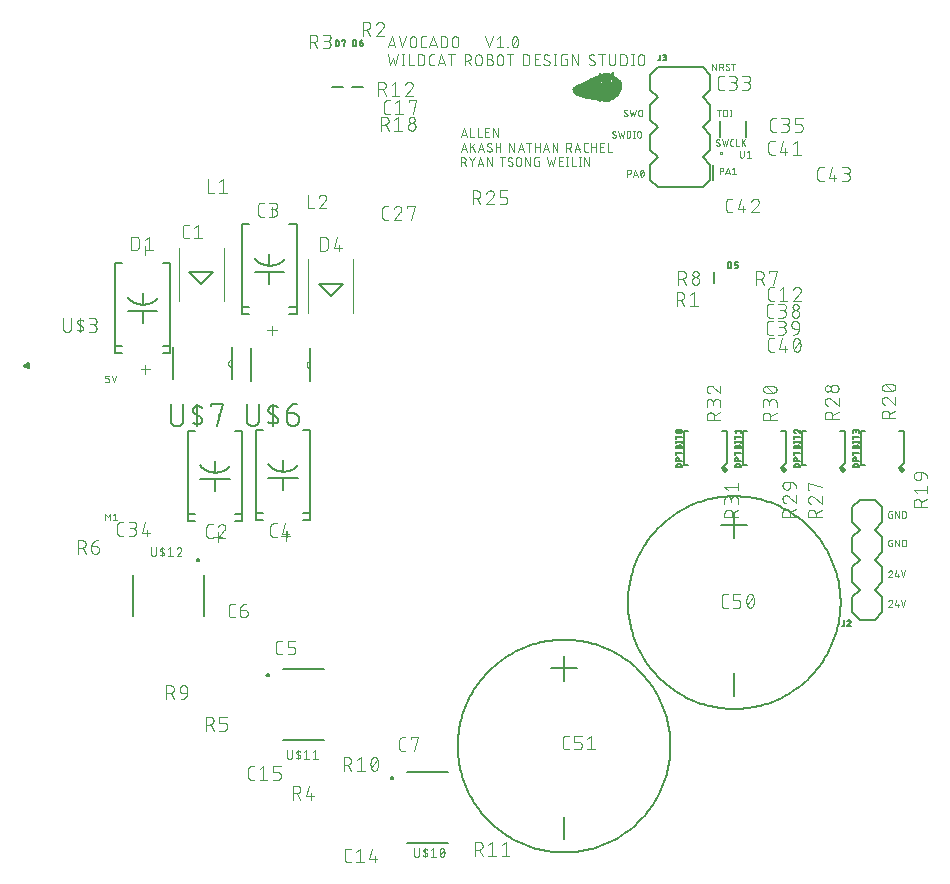
<source format=gbr>
G04 EAGLE Gerber X2 export*
%TF.Part,Single*%
%TF.FileFunction,Legend,Top,1*%
%TF.FilePolarity,Positive*%
%TF.GenerationSoftware,Autodesk,EAGLE,8.6.0*%
%TF.CreationDate,2018-04-20T16:04:26Z*%
G75*
%MOMM*%
%FSLAX34Y34*%
%LPD*%
%AMOC8*
5,1,8,0,0,1.08239X$1,22.5*%
G01*
%ADD10C,0.050800*%
%ADD11C,0.076200*%
%ADD12R,0.010000X0.010000*%
%ADD13R,0.020000X0.010000*%
%ADD14R,0.030000X0.010000*%
%ADD15R,0.040000X0.010000*%
%ADD16R,0.100000X0.010000*%
%ADD17R,0.080000X0.010000*%
%ADD18R,0.050000X0.010000*%
%ADD19R,0.090000X0.010000*%
%ADD20R,0.150000X0.010000*%
%ADD21R,0.140000X0.010000*%
%ADD22R,0.240000X0.010000*%
%ADD23R,0.170000X0.010000*%
%ADD24R,0.120000X0.010000*%
%ADD25R,0.250000X0.010000*%
%ADD26R,0.160000X0.010000*%
%ADD27R,0.110000X0.010000*%
%ADD28R,0.320000X0.010000*%
%ADD29R,0.070000X0.010000*%
%ADD30R,0.060000X0.010000*%
%ADD31R,0.200000X0.010000*%
%ADD32R,0.590000X0.010000*%
%ADD33R,0.220000X0.010000*%
%ADD34R,0.210000X0.010000*%
%ADD35R,0.130000X0.010000*%
%ADD36R,0.290000X0.010000*%
%ADD37R,0.260000X0.010000*%
%ADD38R,0.190000X0.010000*%
%ADD39R,0.720000X0.010000*%
%ADD40R,0.360000X0.010000*%
%ADD41R,0.180000X0.010000*%
%ADD42R,0.300000X0.010000*%
%ADD43R,0.380000X0.010000*%
%ADD44R,0.350000X0.010000*%
%ADD45R,0.340000X0.010000*%
%ADD46R,0.310000X0.010000*%
%ADD47R,0.270000X0.010000*%
%ADD48R,0.280000X0.010000*%
%ADD49R,0.230000X0.010000*%
%ADD50R,0.490000X0.010000*%
%ADD51R,0.510000X0.010000*%
%ADD52R,0.410000X0.010000*%
%ADD53R,0.370000X0.010000*%
%ADD54R,0.560000X0.010000*%
%ADD55R,0.390000X0.010000*%
%ADD56R,0.440000X0.010000*%
%ADD57R,0.540000X0.010000*%
%ADD58R,0.670000X0.010000*%
%ADD59R,0.400000X0.010000*%
%ADD60R,0.420000X0.010000*%
%ADD61R,0.690000X0.010000*%
%ADD62R,0.480000X0.010000*%
%ADD63R,0.330000X0.010000*%
%ADD64R,0.500000X0.010000*%
%ADD65R,0.430000X0.010000*%
%ADD66C,0.152400*%
%ADD67C,0.000000*%
%ADD68C,0.203200*%
%ADD69C,0.127000*%
%ADD70C,0.101600*%
%ADD71C,0.508000*%
%ADD72C,0.200000*%
%ADD73C,0.100000*%

G36*
X144308Y588992D02*
X144308Y588992D01*
X144316Y588991D01*
X144446Y589025D01*
X144576Y589057D01*
X144583Y589061D01*
X144591Y589063D01*
X144706Y589131D01*
X144823Y589198D01*
X144829Y589204D01*
X144836Y589209D01*
X144928Y589306D01*
X145021Y589402D01*
X145024Y589410D01*
X145030Y589416D01*
X145091Y589535D01*
X145154Y589653D01*
X145156Y589661D01*
X145160Y589669D01*
X145168Y589721D01*
X145213Y589931D01*
X145210Y589969D01*
X145215Y590000D01*
X145215Y594000D01*
X145214Y594008D01*
X145215Y594017D01*
X145194Y594149D01*
X145175Y594282D01*
X145172Y594289D01*
X145171Y594298D01*
X145114Y594419D01*
X145059Y594541D01*
X145054Y594547D01*
X145050Y594555D01*
X144962Y594656D01*
X144876Y594758D01*
X144868Y594763D01*
X144863Y594769D01*
X144750Y594841D01*
X144639Y594916D01*
X144631Y594918D01*
X144624Y594923D01*
X144495Y594961D01*
X144368Y595001D01*
X144359Y595002D01*
X144351Y595004D01*
X144217Y595005D01*
X144084Y595009D01*
X144075Y595006D01*
X144067Y595007D01*
X144016Y594991D01*
X143809Y594937D01*
X143776Y594917D01*
X143746Y594908D01*
X139746Y592908D01*
X139664Y592851D01*
X139577Y592802D01*
X139547Y592771D01*
X139512Y592747D01*
X139449Y592669D01*
X139380Y592598D01*
X139359Y592560D01*
X139332Y592527D01*
X139293Y592435D01*
X139246Y592347D01*
X139237Y592305D01*
X139220Y592265D01*
X139208Y592166D01*
X139187Y592069D01*
X139190Y592026D01*
X139185Y591983D01*
X139201Y591885D01*
X139208Y591785D01*
X139223Y591745D01*
X139229Y591702D01*
X139272Y591612D01*
X139306Y591519D01*
X139332Y591484D01*
X139350Y591445D01*
X139416Y591370D01*
X139475Y591290D01*
X139506Y591267D01*
X139537Y591231D01*
X139689Y591134D01*
X139746Y591092D01*
X143746Y589092D01*
X143754Y589089D01*
X143761Y589085D01*
X143889Y589044D01*
X144016Y589002D01*
X144024Y589001D01*
X144032Y588999D01*
X144167Y588995D01*
X144300Y588990D01*
X144308Y588992D01*
G37*
D10*
X874427Y466358D02*
X875358Y466358D01*
X875358Y463254D01*
X873496Y463254D01*
X873426Y463256D01*
X873357Y463262D01*
X873288Y463272D01*
X873220Y463285D01*
X873152Y463303D01*
X873086Y463324D01*
X873021Y463349D01*
X872957Y463377D01*
X872895Y463409D01*
X872835Y463444D01*
X872777Y463483D01*
X872722Y463525D01*
X872668Y463570D01*
X872618Y463618D01*
X872570Y463668D01*
X872525Y463722D01*
X872483Y463777D01*
X872444Y463835D01*
X872409Y463895D01*
X872377Y463957D01*
X872349Y464021D01*
X872324Y464086D01*
X872303Y464152D01*
X872285Y464220D01*
X872272Y464288D01*
X872262Y464357D01*
X872256Y464426D01*
X872254Y464496D01*
X872254Y467600D01*
X872256Y467670D01*
X872262Y467739D01*
X872272Y467808D01*
X872285Y467876D01*
X872303Y467944D01*
X872324Y468010D01*
X872349Y468075D01*
X872377Y468139D01*
X872409Y468201D01*
X872444Y468261D01*
X872483Y468319D01*
X872525Y468374D01*
X872570Y468428D01*
X872618Y468478D01*
X872668Y468526D01*
X872722Y468571D01*
X872777Y468613D01*
X872835Y468652D01*
X872895Y468687D01*
X872957Y468719D01*
X873021Y468747D01*
X873086Y468772D01*
X873152Y468793D01*
X873220Y468811D01*
X873288Y468824D01*
X873357Y468834D01*
X873426Y468840D01*
X873496Y468842D01*
X875358Y468842D01*
X878106Y468842D02*
X878106Y463254D01*
X881211Y463254D02*
X878106Y468842D01*
X881211Y468842D02*
X881211Y463254D01*
X883958Y463254D02*
X883958Y468842D01*
X885510Y468842D01*
X885586Y468840D01*
X885662Y468835D01*
X885738Y468825D01*
X885813Y468812D01*
X885887Y468795D01*
X885961Y468775D01*
X886033Y468751D01*
X886104Y468724D01*
X886174Y468693D01*
X886242Y468659D01*
X886308Y468621D01*
X886372Y468580D01*
X886435Y468537D01*
X886495Y468490D01*
X886552Y468440D01*
X886607Y468387D01*
X886660Y468332D01*
X886710Y468275D01*
X886757Y468215D01*
X886800Y468152D01*
X886841Y468088D01*
X886879Y468022D01*
X886913Y467954D01*
X886944Y467884D01*
X886971Y467813D01*
X886995Y467740D01*
X887015Y467667D01*
X887032Y467593D01*
X887045Y467518D01*
X887055Y467442D01*
X887060Y467366D01*
X887062Y467290D01*
X887063Y467290D02*
X887063Y464806D01*
X887062Y464806D02*
X887060Y464727D01*
X887054Y464649D01*
X887044Y464571D01*
X887030Y464494D01*
X887012Y464417D01*
X886991Y464341D01*
X886965Y464267D01*
X886936Y464194D01*
X886903Y464123D01*
X886867Y464053D01*
X886827Y463985D01*
X886784Y463919D01*
X886737Y463856D01*
X886688Y463795D01*
X886635Y463737D01*
X886579Y463681D01*
X886521Y463628D01*
X886460Y463579D01*
X886397Y463532D01*
X886331Y463489D01*
X886263Y463449D01*
X886194Y463413D01*
X886122Y463380D01*
X886049Y463351D01*
X885975Y463325D01*
X885899Y463304D01*
X885822Y463286D01*
X885745Y463272D01*
X885667Y463262D01*
X885589Y463256D01*
X885510Y463254D01*
X883958Y463254D01*
X875358Y442358D02*
X874427Y442358D01*
X875358Y442358D02*
X875358Y439254D01*
X873496Y439254D01*
X873426Y439256D01*
X873357Y439262D01*
X873288Y439272D01*
X873220Y439285D01*
X873152Y439303D01*
X873086Y439324D01*
X873021Y439349D01*
X872957Y439377D01*
X872895Y439409D01*
X872835Y439444D01*
X872777Y439483D01*
X872722Y439525D01*
X872668Y439570D01*
X872618Y439618D01*
X872570Y439668D01*
X872525Y439722D01*
X872483Y439777D01*
X872444Y439835D01*
X872409Y439895D01*
X872377Y439957D01*
X872349Y440021D01*
X872324Y440086D01*
X872303Y440152D01*
X872285Y440220D01*
X872272Y440288D01*
X872262Y440357D01*
X872256Y440426D01*
X872254Y440496D01*
X872254Y443600D01*
X872256Y443670D01*
X872262Y443739D01*
X872272Y443808D01*
X872285Y443876D01*
X872303Y443944D01*
X872324Y444010D01*
X872349Y444075D01*
X872377Y444139D01*
X872409Y444201D01*
X872444Y444261D01*
X872483Y444319D01*
X872525Y444374D01*
X872570Y444428D01*
X872618Y444478D01*
X872668Y444526D01*
X872722Y444571D01*
X872777Y444613D01*
X872835Y444652D01*
X872895Y444687D01*
X872957Y444719D01*
X873021Y444747D01*
X873086Y444772D01*
X873152Y444793D01*
X873220Y444811D01*
X873288Y444824D01*
X873357Y444834D01*
X873426Y444840D01*
X873496Y444842D01*
X875358Y444842D01*
X878106Y444842D02*
X878106Y439254D01*
X881211Y439254D02*
X878106Y444842D01*
X881211Y444842D02*
X881211Y439254D01*
X883958Y439254D02*
X883958Y444842D01*
X885510Y444842D01*
X885586Y444840D01*
X885662Y444835D01*
X885738Y444825D01*
X885813Y444812D01*
X885887Y444795D01*
X885961Y444775D01*
X886033Y444751D01*
X886104Y444724D01*
X886174Y444693D01*
X886242Y444659D01*
X886308Y444621D01*
X886372Y444580D01*
X886435Y444537D01*
X886495Y444490D01*
X886552Y444440D01*
X886607Y444387D01*
X886660Y444332D01*
X886710Y444275D01*
X886757Y444215D01*
X886800Y444152D01*
X886841Y444088D01*
X886879Y444022D01*
X886913Y443954D01*
X886944Y443884D01*
X886971Y443813D01*
X886995Y443740D01*
X887015Y443667D01*
X887032Y443593D01*
X887045Y443518D01*
X887055Y443442D01*
X887060Y443366D01*
X887062Y443290D01*
X887063Y443290D02*
X887063Y440806D01*
X887062Y440806D02*
X887060Y440727D01*
X887054Y440649D01*
X887044Y440571D01*
X887030Y440494D01*
X887012Y440417D01*
X886991Y440341D01*
X886965Y440267D01*
X886936Y440194D01*
X886903Y440123D01*
X886867Y440053D01*
X886827Y439985D01*
X886784Y439919D01*
X886737Y439856D01*
X886688Y439795D01*
X886635Y439737D01*
X886579Y439681D01*
X886521Y439628D01*
X886460Y439579D01*
X886397Y439532D01*
X886331Y439489D01*
X886263Y439449D01*
X886194Y439413D01*
X886122Y439380D01*
X886049Y439351D01*
X885975Y439325D01*
X885899Y439304D01*
X885822Y439286D01*
X885745Y439272D01*
X885667Y439262D01*
X885589Y439256D01*
X885510Y439254D01*
X883958Y439254D01*
X873961Y418842D02*
X874034Y418840D01*
X874107Y418834D01*
X874180Y418825D01*
X874251Y418811D01*
X874323Y418794D01*
X874393Y418774D01*
X874462Y418749D01*
X874529Y418721D01*
X874595Y418690D01*
X874660Y418655D01*
X874722Y418617D01*
X874782Y418575D01*
X874840Y418531D01*
X874896Y418483D01*
X874949Y418433D01*
X874999Y418380D01*
X875047Y418324D01*
X875091Y418266D01*
X875133Y418206D01*
X875171Y418144D01*
X875206Y418079D01*
X875237Y418013D01*
X875265Y417946D01*
X875290Y417877D01*
X875310Y417807D01*
X875327Y417735D01*
X875341Y417664D01*
X875350Y417591D01*
X875356Y417518D01*
X875358Y417445D01*
X873961Y418842D02*
X873877Y418840D01*
X873794Y418834D01*
X873711Y418825D01*
X873629Y418811D01*
X873547Y418794D01*
X873466Y418772D01*
X873386Y418747D01*
X873308Y418719D01*
X873230Y418687D01*
X873155Y418651D01*
X873081Y418612D01*
X873009Y418569D01*
X872939Y418523D01*
X872872Y418474D01*
X872806Y418421D01*
X872744Y418366D01*
X872684Y418308D01*
X872626Y418247D01*
X872572Y418184D01*
X872520Y418118D01*
X872472Y418050D01*
X872427Y417979D01*
X872385Y417907D01*
X872347Y417832D01*
X872312Y417756D01*
X872281Y417679D01*
X872253Y417600D01*
X874892Y416359D02*
X874946Y416412D01*
X874997Y416469D01*
X875045Y416528D01*
X875090Y416589D01*
X875131Y416652D01*
X875170Y416718D01*
X875205Y416785D01*
X875237Y416854D01*
X875265Y416925D01*
X875289Y416996D01*
X875310Y417069D01*
X875327Y417143D01*
X875341Y417218D01*
X875350Y417293D01*
X875356Y417369D01*
X875358Y417445D01*
X874893Y416358D02*
X872254Y413254D01*
X875358Y413254D01*
X877740Y414496D02*
X878982Y418842D01*
X877740Y414496D02*
X880845Y414496D01*
X879913Y415738D02*
X879913Y413254D01*
X884779Y413254D02*
X882916Y418842D01*
X886642Y418842D02*
X884779Y413254D01*
X873961Y393842D02*
X874034Y393840D01*
X874107Y393834D01*
X874180Y393825D01*
X874251Y393811D01*
X874323Y393794D01*
X874393Y393774D01*
X874462Y393749D01*
X874529Y393721D01*
X874595Y393690D01*
X874660Y393655D01*
X874722Y393617D01*
X874782Y393575D01*
X874840Y393531D01*
X874896Y393483D01*
X874949Y393433D01*
X874999Y393380D01*
X875047Y393324D01*
X875091Y393266D01*
X875133Y393206D01*
X875171Y393144D01*
X875206Y393079D01*
X875237Y393013D01*
X875265Y392946D01*
X875290Y392877D01*
X875310Y392807D01*
X875327Y392735D01*
X875341Y392664D01*
X875350Y392591D01*
X875356Y392518D01*
X875358Y392445D01*
X873961Y393842D02*
X873877Y393840D01*
X873794Y393834D01*
X873711Y393825D01*
X873629Y393811D01*
X873547Y393794D01*
X873466Y393772D01*
X873386Y393747D01*
X873308Y393719D01*
X873230Y393687D01*
X873155Y393651D01*
X873081Y393612D01*
X873009Y393569D01*
X872939Y393523D01*
X872872Y393474D01*
X872806Y393421D01*
X872744Y393366D01*
X872684Y393308D01*
X872626Y393247D01*
X872572Y393184D01*
X872520Y393118D01*
X872472Y393050D01*
X872427Y392979D01*
X872385Y392907D01*
X872347Y392832D01*
X872312Y392756D01*
X872281Y392679D01*
X872253Y392600D01*
X874892Y391359D02*
X874946Y391412D01*
X874997Y391469D01*
X875045Y391528D01*
X875090Y391589D01*
X875131Y391652D01*
X875170Y391718D01*
X875205Y391785D01*
X875237Y391854D01*
X875265Y391925D01*
X875289Y391996D01*
X875310Y392069D01*
X875327Y392143D01*
X875341Y392218D01*
X875350Y392293D01*
X875356Y392369D01*
X875358Y392445D01*
X874893Y391358D02*
X872254Y388254D01*
X875358Y388254D01*
X877740Y389496D02*
X878982Y393842D01*
X877740Y389496D02*
X880845Y389496D01*
X879913Y390738D02*
X879913Y388254D01*
X884779Y388254D02*
X882916Y393842D01*
X886642Y393842D02*
X884779Y388254D01*
X209254Y461254D02*
X209254Y466842D01*
X211117Y463738D01*
X212979Y466842D01*
X212979Y461254D01*
X215599Y465600D02*
X217152Y466842D01*
X217152Y461254D01*
X218704Y461254D02*
X215599Y461254D01*
X211117Y578254D02*
X209254Y578254D01*
X211117Y578254D02*
X211187Y578256D01*
X211256Y578262D01*
X211325Y578272D01*
X211393Y578285D01*
X211461Y578303D01*
X211527Y578324D01*
X211592Y578349D01*
X211656Y578377D01*
X211718Y578409D01*
X211778Y578444D01*
X211836Y578483D01*
X211891Y578525D01*
X211945Y578570D01*
X211995Y578618D01*
X212043Y578668D01*
X212088Y578722D01*
X212130Y578777D01*
X212169Y578835D01*
X212204Y578895D01*
X212236Y578957D01*
X212264Y579021D01*
X212289Y579086D01*
X212310Y579152D01*
X212328Y579220D01*
X212341Y579288D01*
X212351Y579357D01*
X212357Y579426D01*
X212359Y579496D01*
X212358Y579496D02*
X212358Y580117D01*
X212359Y580117D02*
X212357Y580187D01*
X212351Y580256D01*
X212341Y580325D01*
X212328Y580393D01*
X212310Y580461D01*
X212289Y580527D01*
X212264Y580592D01*
X212236Y580656D01*
X212204Y580718D01*
X212169Y580778D01*
X212130Y580836D01*
X212088Y580891D01*
X212043Y580945D01*
X211995Y580995D01*
X211945Y581043D01*
X211891Y581088D01*
X211836Y581130D01*
X211778Y581169D01*
X211718Y581204D01*
X211656Y581236D01*
X211592Y581264D01*
X211527Y581289D01*
X211461Y581310D01*
X211393Y581328D01*
X211325Y581341D01*
X211256Y581351D01*
X211187Y581357D01*
X211117Y581359D01*
X211117Y581358D02*
X209254Y581358D01*
X209254Y583842D01*
X212358Y583842D01*
X214430Y583842D02*
X216293Y578254D01*
X218155Y583842D01*
X651254Y752254D02*
X651254Y757842D01*
X652806Y757842D01*
X652883Y757840D01*
X652961Y757834D01*
X653037Y757825D01*
X653114Y757811D01*
X653189Y757794D01*
X653263Y757773D01*
X653337Y757748D01*
X653409Y757720D01*
X653479Y757688D01*
X653548Y757653D01*
X653615Y757614D01*
X653680Y757572D01*
X653743Y757527D01*
X653804Y757479D01*
X653862Y757428D01*
X653917Y757374D01*
X653970Y757317D01*
X654019Y757258D01*
X654066Y757196D01*
X654110Y757132D01*
X654150Y757066D01*
X654187Y756998D01*
X654221Y756928D01*
X654251Y756857D01*
X654277Y756784D01*
X654300Y756710D01*
X654319Y756635D01*
X654334Y756560D01*
X654346Y756483D01*
X654354Y756406D01*
X654358Y756329D01*
X654358Y756251D01*
X654354Y756174D01*
X654346Y756097D01*
X654334Y756020D01*
X654319Y755945D01*
X654300Y755870D01*
X654277Y755796D01*
X654251Y755723D01*
X654221Y755652D01*
X654187Y755582D01*
X654150Y755514D01*
X654110Y755448D01*
X654066Y755384D01*
X654019Y755322D01*
X653970Y755263D01*
X653917Y755206D01*
X653862Y755152D01*
X653804Y755101D01*
X653743Y755053D01*
X653680Y755008D01*
X653615Y754966D01*
X653548Y754927D01*
X653479Y754892D01*
X653409Y754860D01*
X653337Y754832D01*
X653263Y754807D01*
X653189Y754786D01*
X653114Y754769D01*
X653037Y754755D01*
X652961Y754746D01*
X652883Y754740D01*
X652806Y754738D01*
X651254Y754738D01*
X656164Y752254D02*
X658027Y757842D01*
X659889Y752254D01*
X659424Y753651D02*
X656630Y753651D01*
X661961Y755048D02*
X661963Y755179D01*
X661968Y755309D01*
X661978Y755439D01*
X661991Y755569D01*
X662007Y755699D01*
X662027Y755828D01*
X662051Y755956D01*
X662079Y756083D01*
X662110Y756210D01*
X662145Y756336D01*
X662183Y756461D01*
X662225Y756585D01*
X662270Y756707D01*
X662319Y756828D01*
X662371Y756948D01*
X662427Y757066D01*
X662426Y757066D02*
X662449Y757126D01*
X662475Y757186D01*
X662504Y757243D01*
X662537Y757299D01*
X662573Y757353D01*
X662611Y757405D01*
X662653Y757455D01*
X662697Y757502D01*
X662744Y757547D01*
X662794Y757589D01*
X662845Y757628D01*
X662899Y757664D01*
X662955Y757697D01*
X663012Y757727D01*
X663071Y757754D01*
X663132Y757777D01*
X663193Y757797D01*
X663256Y757813D01*
X663320Y757826D01*
X663384Y757835D01*
X663448Y757840D01*
X663513Y757842D01*
X663578Y757840D01*
X663642Y757835D01*
X663706Y757826D01*
X663770Y757813D01*
X663833Y757797D01*
X663894Y757777D01*
X663955Y757754D01*
X664014Y757727D01*
X664071Y757697D01*
X664127Y757664D01*
X664181Y757628D01*
X664232Y757589D01*
X664282Y757547D01*
X664329Y757502D01*
X664373Y757455D01*
X664415Y757405D01*
X664453Y757353D01*
X664489Y757299D01*
X664522Y757243D01*
X664551Y757186D01*
X664577Y757126D01*
X664600Y757066D01*
X664656Y756948D01*
X664708Y756828D01*
X664757Y756707D01*
X664802Y756585D01*
X664844Y756461D01*
X664882Y756336D01*
X664917Y756210D01*
X664948Y756084D01*
X664976Y755956D01*
X665000Y755828D01*
X665020Y755699D01*
X665036Y755569D01*
X665049Y755439D01*
X665059Y755309D01*
X665064Y755179D01*
X665066Y755048D01*
X661961Y755048D02*
X661963Y754917D01*
X661968Y754787D01*
X661978Y754657D01*
X661991Y754527D01*
X662007Y754397D01*
X662027Y754268D01*
X662051Y754140D01*
X662079Y754013D01*
X662110Y753886D01*
X662145Y753760D01*
X662183Y753635D01*
X662225Y753511D01*
X662270Y753389D01*
X662319Y753268D01*
X662371Y753148D01*
X662427Y753030D01*
X662426Y753030D02*
X662449Y752970D01*
X662475Y752910D01*
X662504Y752853D01*
X662537Y752797D01*
X662573Y752743D01*
X662611Y752691D01*
X662653Y752641D01*
X662697Y752594D01*
X662744Y752549D01*
X662794Y752507D01*
X662845Y752468D01*
X662899Y752432D01*
X662955Y752399D01*
X663012Y752369D01*
X663071Y752342D01*
X663132Y752319D01*
X663193Y752299D01*
X663256Y752283D01*
X663320Y752270D01*
X663384Y752261D01*
X663448Y752256D01*
X663513Y752254D01*
X664599Y753030D02*
X664655Y753148D01*
X664707Y753268D01*
X664756Y753389D01*
X664801Y753511D01*
X664843Y753635D01*
X664881Y753760D01*
X664916Y753886D01*
X664947Y754012D01*
X664975Y754140D01*
X664999Y754268D01*
X665019Y754397D01*
X665035Y754527D01*
X665048Y754657D01*
X665058Y754787D01*
X665063Y754917D01*
X665065Y755048D01*
X664600Y753030D02*
X664577Y752970D01*
X664551Y752910D01*
X664522Y752853D01*
X664489Y752797D01*
X664453Y752743D01*
X664415Y752691D01*
X664373Y752641D01*
X664329Y752594D01*
X664282Y752549D01*
X664232Y752507D01*
X664181Y752468D01*
X664127Y752432D01*
X664071Y752399D01*
X664014Y752369D01*
X663955Y752342D01*
X663894Y752319D01*
X663833Y752299D01*
X663770Y752283D01*
X663706Y752270D01*
X663642Y752261D01*
X663578Y752256D01*
X663513Y752254D01*
X662271Y753496D02*
X664755Y756600D01*
X729254Y754254D02*
X729254Y759842D01*
X730806Y759842D01*
X730883Y759840D01*
X730961Y759834D01*
X731037Y759825D01*
X731114Y759811D01*
X731189Y759794D01*
X731263Y759773D01*
X731337Y759748D01*
X731409Y759720D01*
X731479Y759688D01*
X731548Y759653D01*
X731615Y759614D01*
X731680Y759572D01*
X731743Y759527D01*
X731804Y759479D01*
X731862Y759428D01*
X731917Y759374D01*
X731970Y759317D01*
X732019Y759258D01*
X732066Y759196D01*
X732110Y759132D01*
X732150Y759066D01*
X732187Y758998D01*
X732221Y758928D01*
X732251Y758857D01*
X732277Y758784D01*
X732300Y758710D01*
X732319Y758635D01*
X732334Y758560D01*
X732346Y758483D01*
X732354Y758406D01*
X732358Y758329D01*
X732358Y758251D01*
X732354Y758174D01*
X732346Y758097D01*
X732334Y758020D01*
X732319Y757945D01*
X732300Y757870D01*
X732277Y757796D01*
X732251Y757723D01*
X732221Y757652D01*
X732187Y757582D01*
X732150Y757514D01*
X732110Y757448D01*
X732066Y757384D01*
X732019Y757322D01*
X731970Y757263D01*
X731917Y757206D01*
X731862Y757152D01*
X731804Y757101D01*
X731743Y757053D01*
X731680Y757008D01*
X731615Y756966D01*
X731548Y756927D01*
X731479Y756892D01*
X731409Y756860D01*
X731337Y756832D01*
X731263Y756807D01*
X731189Y756786D01*
X731114Y756769D01*
X731037Y756755D01*
X730961Y756746D01*
X730883Y756740D01*
X730806Y756738D01*
X729254Y756738D01*
X734164Y754254D02*
X736027Y759842D01*
X737889Y754254D01*
X737424Y755651D02*
X734630Y755651D01*
X739961Y758600D02*
X741513Y759842D01*
X741513Y754254D01*
X739961Y754254D02*
X743065Y754254D01*
X641359Y786496D02*
X641357Y786426D01*
X641351Y786357D01*
X641341Y786288D01*
X641328Y786220D01*
X641310Y786152D01*
X641289Y786086D01*
X641264Y786021D01*
X641236Y785957D01*
X641204Y785895D01*
X641169Y785835D01*
X641130Y785777D01*
X641088Y785722D01*
X641043Y785668D01*
X640995Y785618D01*
X640945Y785570D01*
X640891Y785525D01*
X640836Y785483D01*
X640778Y785444D01*
X640718Y785409D01*
X640656Y785377D01*
X640592Y785349D01*
X640527Y785324D01*
X640461Y785303D01*
X640393Y785285D01*
X640325Y785272D01*
X640256Y785262D01*
X640187Y785256D01*
X640117Y785254D01*
X640018Y785256D01*
X639920Y785261D01*
X639822Y785271D01*
X639724Y785284D01*
X639627Y785300D01*
X639530Y785320D01*
X639435Y785344D01*
X639340Y785372D01*
X639246Y785403D01*
X639154Y785437D01*
X639063Y785475D01*
X638973Y785516D01*
X638885Y785561D01*
X638799Y785609D01*
X638715Y785660D01*
X638633Y785714D01*
X638552Y785772D01*
X638474Y785832D01*
X638399Y785895D01*
X638325Y785961D01*
X638255Y786030D01*
X638409Y789600D02*
X638411Y789670D01*
X638417Y789739D01*
X638427Y789808D01*
X638440Y789876D01*
X638458Y789944D01*
X638479Y790010D01*
X638504Y790075D01*
X638532Y790139D01*
X638564Y790201D01*
X638599Y790261D01*
X638638Y790319D01*
X638680Y790374D01*
X638725Y790428D01*
X638773Y790478D01*
X638823Y790526D01*
X638877Y790571D01*
X638932Y790613D01*
X638990Y790652D01*
X639050Y790687D01*
X639112Y790719D01*
X639176Y790747D01*
X639241Y790772D01*
X639307Y790793D01*
X639375Y790811D01*
X639443Y790824D01*
X639512Y790834D01*
X639581Y790840D01*
X639651Y790842D01*
X639745Y790840D01*
X639838Y790834D01*
X639931Y790825D01*
X640024Y790812D01*
X640116Y790795D01*
X640207Y790775D01*
X640298Y790750D01*
X640387Y790723D01*
X640475Y790691D01*
X640562Y790656D01*
X640648Y790618D01*
X640731Y790576D01*
X640813Y790531D01*
X640894Y790483D01*
X640972Y790431D01*
X641048Y790376D01*
X639030Y788514D02*
X638971Y788550D01*
X638915Y788590D01*
X638861Y788633D01*
X638809Y788678D01*
X638760Y788727D01*
X638714Y788778D01*
X638671Y788831D01*
X638630Y788887D01*
X638593Y788945D01*
X638558Y789005D01*
X638528Y789066D01*
X638500Y789129D01*
X638476Y789194D01*
X638456Y789260D01*
X638439Y789327D01*
X638426Y789394D01*
X638417Y789462D01*
X638411Y789531D01*
X638409Y789600D01*
X640737Y787582D02*
X640796Y787546D01*
X640852Y787506D01*
X640906Y787463D01*
X640958Y787418D01*
X641007Y787369D01*
X641053Y787318D01*
X641096Y787265D01*
X641137Y787209D01*
X641174Y787151D01*
X641209Y787091D01*
X641239Y787030D01*
X641267Y786967D01*
X641291Y786902D01*
X641311Y786836D01*
X641328Y786769D01*
X641341Y786702D01*
X641350Y786634D01*
X641356Y786565D01*
X641358Y786496D01*
X640738Y787582D02*
X639030Y788514D01*
X643358Y790842D02*
X644599Y785254D01*
X645841Y788979D01*
X647083Y785254D01*
X648325Y790842D01*
X650690Y790842D02*
X650690Y785254D01*
X650690Y790842D02*
X652242Y790842D01*
X652318Y790840D01*
X652394Y790835D01*
X652470Y790825D01*
X652545Y790812D01*
X652619Y790795D01*
X652693Y790775D01*
X652765Y790751D01*
X652836Y790724D01*
X652906Y790693D01*
X652974Y790659D01*
X653040Y790621D01*
X653104Y790580D01*
X653167Y790537D01*
X653227Y790490D01*
X653284Y790440D01*
X653339Y790387D01*
X653392Y790332D01*
X653442Y790275D01*
X653489Y790215D01*
X653532Y790152D01*
X653573Y790088D01*
X653611Y790022D01*
X653645Y789954D01*
X653676Y789884D01*
X653703Y789813D01*
X653727Y789740D01*
X653747Y789667D01*
X653764Y789593D01*
X653777Y789518D01*
X653787Y789442D01*
X653792Y789366D01*
X653794Y789290D01*
X653794Y786806D01*
X653792Y786727D01*
X653786Y786649D01*
X653776Y786571D01*
X653762Y786494D01*
X653744Y786417D01*
X653723Y786341D01*
X653697Y786267D01*
X653668Y786194D01*
X653635Y786123D01*
X653599Y786053D01*
X653559Y785985D01*
X653516Y785919D01*
X653469Y785856D01*
X653420Y785795D01*
X653367Y785737D01*
X653311Y785681D01*
X653253Y785628D01*
X653192Y785579D01*
X653129Y785532D01*
X653063Y785489D01*
X652995Y785449D01*
X652926Y785413D01*
X652854Y785380D01*
X652781Y785351D01*
X652707Y785325D01*
X652631Y785304D01*
X652554Y785286D01*
X652477Y785272D01*
X652399Y785262D01*
X652321Y785256D01*
X652242Y785254D01*
X650690Y785254D01*
X656814Y785254D02*
X656814Y790842D01*
X656193Y785254D02*
X657435Y785254D01*
X657435Y790842D02*
X656193Y790842D01*
X659651Y789290D02*
X659651Y786806D01*
X659651Y789290D02*
X659653Y789367D01*
X659659Y789445D01*
X659668Y789521D01*
X659682Y789598D01*
X659699Y789673D01*
X659720Y789747D01*
X659745Y789821D01*
X659773Y789893D01*
X659805Y789963D01*
X659840Y790032D01*
X659879Y790099D01*
X659921Y790164D01*
X659966Y790227D01*
X660014Y790288D01*
X660065Y790346D01*
X660119Y790401D01*
X660176Y790454D01*
X660235Y790503D01*
X660297Y790550D01*
X660361Y790594D01*
X660427Y790634D01*
X660495Y790671D01*
X660565Y790705D01*
X660636Y790735D01*
X660709Y790761D01*
X660783Y790784D01*
X660858Y790803D01*
X660933Y790818D01*
X661010Y790830D01*
X661087Y790838D01*
X661164Y790842D01*
X661242Y790842D01*
X661319Y790838D01*
X661396Y790830D01*
X661473Y790818D01*
X661548Y790803D01*
X661623Y790784D01*
X661697Y790761D01*
X661770Y790735D01*
X661841Y790705D01*
X661911Y790671D01*
X661979Y790634D01*
X662045Y790594D01*
X662109Y790550D01*
X662171Y790503D01*
X662230Y790454D01*
X662287Y790401D01*
X662341Y790346D01*
X662392Y790288D01*
X662440Y790227D01*
X662485Y790164D01*
X662527Y790099D01*
X662566Y790032D01*
X662601Y789963D01*
X662633Y789893D01*
X662661Y789821D01*
X662686Y789747D01*
X662707Y789673D01*
X662724Y789598D01*
X662738Y789521D01*
X662747Y789445D01*
X662753Y789367D01*
X662755Y789290D01*
X662755Y786806D01*
X662753Y786729D01*
X662747Y786651D01*
X662738Y786575D01*
X662724Y786498D01*
X662707Y786423D01*
X662686Y786349D01*
X662661Y786275D01*
X662633Y786203D01*
X662601Y786133D01*
X662566Y786064D01*
X662527Y785997D01*
X662485Y785932D01*
X662440Y785869D01*
X662392Y785808D01*
X662341Y785750D01*
X662287Y785695D01*
X662230Y785642D01*
X662171Y785593D01*
X662109Y785546D01*
X662045Y785502D01*
X661979Y785462D01*
X661911Y785425D01*
X661841Y785391D01*
X661770Y785361D01*
X661697Y785335D01*
X661623Y785312D01*
X661548Y785293D01*
X661473Y785278D01*
X661396Y785266D01*
X661319Y785258D01*
X661242Y785254D01*
X661164Y785254D01*
X661087Y785258D01*
X661010Y785266D01*
X660933Y785278D01*
X660858Y785293D01*
X660783Y785312D01*
X660709Y785335D01*
X660636Y785361D01*
X660565Y785391D01*
X660495Y785425D01*
X660427Y785462D01*
X660361Y785502D01*
X660297Y785546D01*
X660235Y785593D01*
X660176Y785642D01*
X660119Y785695D01*
X660065Y785750D01*
X660014Y785808D01*
X659966Y785869D01*
X659921Y785932D01*
X659879Y785997D01*
X659840Y786064D01*
X659805Y786133D01*
X659773Y786203D01*
X659745Y786275D01*
X659720Y786349D01*
X659699Y786423D01*
X659682Y786498D01*
X659668Y786575D01*
X659659Y786651D01*
X659653Y786729D01*
X659651Y786806D01*
X650117Y803254D02*
X650187Y803256D01*
X650256Y803262D01*
X650325Y803272D01*
X650393Y803285D01*
X650461Y803303D01*
X650527Y803324D01*
X650592Y803349D01*
X650656Y803377D01*
X650718Y803409D01*
X650778Y803444D01*
X650836Y803483D01*
X650891Y803525D01*
X650945Y803570D01*
X650995Y803618D01*
X651043Y803668D01*
X651088Y803722D01*
X651130Y803777D01*
X651169Y803835D01*
X651204Y803895D01*
X651236Y803957D01*
X651264Y804021D01*
X651289Y804086D01*
X651310Y804152D01*
X651328Y804220D01*
X651341Y804288D01*
X651351Y804357D01*
X651357Y804426D01*
X651359Y804496D01*
X650117Y803254D02*
X650018Y803256D01*
X649920Y803261D01*
X649822Y803271D01*
X649724Y803284D01*
X649627Y803300D01*
X649530Y803320D01*
X649435Y803344D01*
X649340Y803372D01*
X649246Y803403D01*
X649154Y803437D01*
X649063Y803475D01*
X648973Y803516D01*
X648885Y803561D01*
X648799Y803609D01*
X648715Y803660D01*
X648633Y803714D01*
X648552Y803772D01*
X648474Y803832D01*
X648399Y803895D01*
X648325Y803961D01*
X648255Y804030D01*
X648409Y807600D02*
X648411Y807670D01*
X648417Y807739D01*
X648427Y807808D01*
X648440Y807876D01*
X648458Y807944D01*
X648479Y808010D01*
X648504Y808075D01*
X648532Y808139D01*
X648564Y808201D01*
X648599Y808261D01*
X648638Y808319D01*
X648680Y808374D01*
X648725Y808428D01*
X648773Y808478D01*
X648823Y808526D01*
X648877Y808571D01*
X648932Y808613D01*
X648990Y808652D01*
X649050Y808687D01*
X649112Y808719D01*
X649176Y808747D01*
X649241Y808772D01*
X649307Y808793D01*
X649375Y808811D01*
X649443Y808824D01*
X649512Y808834D01*
X649581Y808840D01*
X649651Y808842D01*
X649745Y808840D01*
X649838Y808834D01*
X649931Y808825D01*
X650024Y808812D01*
X650116Y808795D01*
X650207Y808775D01*
X650298Y808750D01*
X650387Y808723D01*
X650475Y808691D01*
X650562Y808656D01*
X650648Y808618D01*
X650731Y808576D01*
X650813Y808531D01*
X650894Y808483D01*
X650972Y808431D01*
X651048Y808376D01*
X649030Y806514D02*
X648971Y806550D01*
X648915Y806590D01*
X648861Y806633D01*
X648809Y806678D01*
X648760Y806727D01*
X648714Y806778D01*
X648671Y806831D01*
X648630Y806887D01*
X648593Y806945D01*
X648558Y807005D01*
X648528Y807066D01*
X648500Y807129D01*
X648476Y807194D01*
X648456Y807260D01*
X648439Y807327D01*
X648426Y807394D01*
X648417Y807462D01*
X648411Y807531D01*
X648409Y807600D01*
X650737Y805582D02*
X650796Y805546D01*
X650852Y805506D01*
X650906Y805463D01*
X650958Y805418D01*
X651007Y805369D01*
X651053Y805318D01*
X651096Y805265D01*
X651137Y805209D01*
X651174Y805151D01*
X651209Y805091D01*
X651239Y805030D01*
X651267Y804967D01*
X651291Y804902D01*
X651311Y804836D01*
X651328Y804769D01*
X651341Y804702D01*
X651350Y804634D01*
X651356Y804565D01*
X651358Y804496D01*
X650738Y805582D02*
X649030Y806514D01*
X653358Y808842D02*
X654599Y803254D01*
X655841Y806979D01*
X657083Y803254D01*
X658325Y808842D01*
X660507Y807290D02*
X660507Y804806D01*
X660507Y807290D02*
X660509Y807367D01*
X660515Y807445D01*
X660524Y807521D01*
X660538Y807598D01*
X660555Y807673D01*
X660576Y807747D01*
X660601Y807821D01*
X660629Y807893D01*
X660661Y807963D01*
X660696Y808032D01*
X660735Y808099D01*
X660777Y808164D01*
X660822Y808227D01*
X660870Y808288D01*
X660921Y808346D01*
X660975Y808401D01*
X661032Y808454D01*
X661091Y808503D01*
X661153Y808550D01*
X661217Y808594D01*
X661283Y808634D01*
X661351Y808671D01*
X661421Y808705D01*
X661492Y808735D01*
X661565Y808761D01*
X661639Y808784D01*
X661714Y808803D01*
X661789Y808818D01*
X661866Y808830D01*
X661943Y808838D01*
X662020Y808842D01*
X662098Y808842D01*
X662175Y808838D01*
X662252Y808830D01*
X662329Y808818D01*
X662404Y808803D01*
X662479Y808784D01*
X662553Y808761D01*
X662626Y808735D01*
X662697Y808705D01*
X662767Y808671D01*
X662835Y808634D01*
X662901Y808594D01*
X662965Y808550D01*
X663027Y808503D01*
X663086Y808454D01*
X663143Y808401D01*
X663197Y808346D01*
X663248Y808288D01*
X663296Y808227D01*
X663341Y808164D01*
X663383Y808099D01*
X663422Y808032D01*
X663457Y807963D01*
X663489Y807893D01*
X663517Y807821D01*
X663542Y807747D01*
X663563Y807673D01*
X663580Y807598D01*
X663594Y807521D01*
X663603Y807445D01*
X663609Y807367D01*
X663611Y807290D01*
X663611Y804806D01*
X663609Y804729D01*
X663603Y804651D01*
X663594Y804575D01*
X663580Y804498D01*
X663563Y804423D01*
X663542Y804349D01*
X663517Y804275D01*
X663489Y804203D01*
X663457Y804133D01*
X663422Y804064D01*
X663383Y803997D01*
X663341Y803932D01*
X663296Y803869D01*
X663248Y803808D01*
X663197Y803750D01*
X663143Y803695D01*
X663086Y803642D01*
X663027Y803593D01*
X662965Y803546D01*
X662901Y803502D01*
X662835Y803462D01*
X662767Y803425D01*
X662697Y803391D01*
X662626Y803361D01*
X662553Y803335D01*
X662479Y803312D01*
X662404Y803293D01*
X662329Y803278D01*
X662252Y803266D01*
X662175Y803258D01*
X662098Y803254D01*
X662020Y803254D01*
X661943Y803258D01*
X661866Y803266D01*
X661789Y803278D01*
X661714Y803293D01*
X661639Y803312D01*
X661565Y803335D01*
X661492Y803361D01*
X661421Y803391D01*
X661351Y803425D01*
X661283Y803462D01*
X661217Y803502D01*
X661153Y803546D01*
X661091Y803593D01*
X661032Y803642D01*
X660975Y803695D01*
X660921Y803750D01*
X660870Y803808D01*
X660822Y803869D01*
X660777Y803932D01*
X660735Y803997D01*
X660696Y804064D01*
X660661Y804133D01*
X660629Y804203D01*
X660601Y804275D01*
X660576Y804349D01*
X660555Y804423D01*
X660538Y804498D01*
X660524Y804575D01*
X660515Y804651D01*
X660509Y804729D01*
X660507Y804806D01*
X723254Y842254D02*
X723254Y847842D01*
X726358Y842254D01*
X726358Y847842D01*
X729142Y847842D02*
X729142Y842254D01*
X729142Y847842D02*
X730694Y847842D01*
X730771Y847840D01*
X730849Y847834D01*
X730925Y847825D01*
X731002Y847811D01*
X731077Y847794D01*
X731151Y847773D01*
X731225Y847748D01*
X731297Y847720D01*
X731367Y847688D01*
X731436Y847653D01*
X731503Y847614D01*
X731568Y847572D01*
X731631Y847527D01*
X731692Y847479D01*
X731750Y847428D01*
X731805Y847374D01*
X731858Y847317D01*
X731907Y847258D01*
X731954Y847196D01*
X731998Y847132D01*
X732038Y847066D01*
X732075Y846998D01*
X732109Y846928D01*
X732139Y846857D01*
X732165Y846784D01*
X732188Y846710D01*
X732207Y846635D01*
X732222Y846560D01*
X732234Y846483D01*
X732242Y846406D01*
X732246Y846329D01*
X732246Y846251D01*
X732242Y846174D01*
X732234Y846097D01*
X732222Y846020D01*
X732207Y845945D01*
X732188Y845870D01*
X732165Y845796D01*
X732139Y845723D01*
X732109Y845652D01*
X732075Y845582D01*
X732038Y845514D01*
X731998Y845448D01*
X731954Y845384D01*
X731907Y845322D01*
X731858Y845263D01*
X731805Y845206D01*
X731750Y845152D01*
X731692Y845101D01*
X731631Y845053D01*
X731568Y845008D01*
X731503Y844966D01*
X731436Y844927D01*
X731367Y844892D01*
X731297Y844860D01*
X731225Y844832D01*
X731151Y844807D01*
X731077Y844786D01*
X731002Y844769D01*
X730925Y844755D01*
X730849Y844746D01*
X730771Y844740D01*
X730694Y844738D01*
X729142Y844738D01*
X731005Y844738D02*
X732247Y842254D01*
X736272Y842254D02*
X736342Y842256D01*
X736411Y842262D01*
X736480Y842272D01*
X736548Y842285D01*
X736616Y842303D01*
X736682Y842324D01*
X736747Y842349D01*
X736811Y842377D01*
X736873Y842409D01*
X736933Y842444D01*
X736991Y842483D01*
X737046Y842525D01*
X737100Y842570D01*
X737150Y842618D01*
X737198Y842668D01*
X737243Y842722D01*
X737285Y842777D01*
X737324Y842835D01*
X737359Y842895D01*
X737391Y842957D01*
X737419Y843021D01*
X737444Y843086D01*
X737465Y843152D01*
X737483Y843220D01*
X737496Y843288D01*
X737506Y843357D01*
X737512Y843426D01*
X737514Y843496D01*
X736272Y842254D02*
X736173Y842256D01*
X736075Y842261D01*
X735977Y842271D01*
X735879Y842284D01*
X735782Y842300D01*
X735685Y842320D01*
X735590Y842344D01*
X735495Y842372D01*
X735401Y842403D01*
X735309Y842437D01*
X735218Y842475D01*
X735128Y842516D01*
X735040Y842561D01*
X734954Y842609D01*
X734870Y842660D01*
X734788Y842714D01*
X734707Y842772D01*
X734629Y842832D01*
X734554Y842895D01*
X734480Y842961D01*
X734410Y843030D01*
X734565Y846600D02*
X734567Y846670D01*
X734573Y846739D01*
X734583Y846808D01*
X734596Y846876D01*
X734614Y846944D01*
X734635Y847010D01*
X734660Y847075D01*
X734688Y847139D01*
X734720Y847201D01*
X734755Y847261D01*
X734794Y847319D01*
X734836Y847374D01*
X734881Y847428D01*
X734929Y847478D01*
X734979Y847526D01*
X735033Y847571D01*
X735088Y847613D01*
X735146Y847652D01*
X735206Y847687D01*
X735268Y847719D01*
X735332Y847747D01*
X735397Y847772D01*
X735463Y847793D01*
X735531Y847811D01*
X735599Y847824D01*
X735668Y847834D01*
X735737Y847840D01*
X735807Y847842D01*
X735901Y847840D01*
X735994Y847834D01*
X736087Y847825D01*
X736180Y847812D01*
X736272Y847795D01*
X736363Y847775D01*
X736454Y847750D01*
X736543Y847723D01*
X736631Y847691D01*
X736718Y847656D01*
X736804Y847618D01*
X736887Y847576D01*
X736969Y847531D01*
X737050Y847483D01*
X737128Y847431D01*
X737204Y847376D01*
X735186Y845514D02*
X735127Y845550D01*
X735071Y845590D01*
X735017Y845633D01*
X734965Y845678D01*
X734916Y845727D01*
X734870Y845778D01*
X734827Y845831D01*
X734786Y845887D01*
X734749Y845945D01*
X734714Y846005D01*
X734684Y846066D01*
X734656Y846129D01*
X734632Y846194D01*
X734612Y846260D01*
X734595Y846327D01*
X734582Y846394D01*
X734573Y846462D01*
X734567Y846531D01*
X734565Y846600D01*
X736893Y844582D02*
X736952Y844546D01*
X737008Y844506D01*
X737062Y844463D01*
X737114Y844418D01*
X737163Y844369D01*
X737209Y844318D01*
X737252Y844265D01*
X737293Y844209D01*
X737330Y844151D01*
X737365Y844091D01*
X737395Y844030D01*
X737423Y843967D01*
X737447Y843902D01*
X737467Y843836D01*
X737484Y843769D01*
X737497Y843702D01*
X737506Y843634D01*
X737512Y843565D01*
X737514Y843496D01*
X736893Y844582D02*
X735186Y845514D01*
X740900Y847842D02*
X740900Y842254D01*
X739347Y847842D02*
X742452Y847842D01*
X729359Y779496D02*
X729357Y779426D01*
X729351Y779357D01*
X729341Y779288D01*
X729328Y779220D01*
X729310Y779152D01*
X729289Y779086D01*
X729264Y779021D01*
X729236Y778957D01*
X729204Y778895D01*
X729169Y778835D01*
X729130Y778777D01*
X729088Y778722D01*
X729043Y778668D01*
X728995Y778618D01*
X728945Y778570D01*
X728891Y778525D01*
X728836Y778483D01*
X728778Y778444D01*
X728718Y778409D01*
X728656Y778377D01*
X728592Y778349D01*
X728527Y778324D01*
X728461Y778303D01*
X728393Y778285D01*
X728325Y778272D01*
X728256Y778262D01*
X728187Y778256D01*
X728117Y778254D01*
X728018Y778256D01*
X727920Y778261D01*
X727822Y778271D01*
X727724Y778284D01*
X727627Y778300D01*
X727530Y778320D01*
X727435Y778344D01*
X727340Y778372D01*
X727246Y778403D01*
X727154Y778437D01*
X727063Y778475D01*
X726973Y778516D01*
X726885Y778561D01*
X726799Y778609D01*
X726715Y778660D01*
X726633Y778714D01*
X726552Y778772D01*
X726474Y778832D01*
X726399Y778895D01*
X726325Y778961D01*
X726255Y779030D01*
X726409Y782600D02*
X726411Y782670D01*
X726417Y782739D01*
X726427Y782808D01*
X726440Y782876D01*
X726458Y782944D01*
X726479Y783010D01*
X726504Y783075D01*
X726532Y783139D01*
X726564Y783201D01*
X726599Y783261D01*
X726638Y783319D01*
X726680Y783374D01*
X726725Y783428D01*
X726773Y783478D01*
X726823Y783526D01*
X726877Y783571D01*
X726932Y783613D01*
X726990Y783652D01*
X727050Y783687D01*
X727112Y783719D01*
X727176Y783747D01*
X727241Y783772D01*
X727307Y783793D01*
X727375Y783811D01*
X727443Y783824D01*
X727512Y783834D01*
X727581Y783840D01*
X727651Y783842D01*
X727745Y783840D01*
X727838Y783834D01*
X727931Y783825D01*
X728024Y783812D01*
X728116Y783795D01*
X728207Y783775D01*
X728298Y783750D01*
X728387Y783723D01*
X728475Y783691D01*
X728562Y783656D01*
X728648Y783618D01*
X728731Y783576D01*
X728813Y783531D01*
X728894Y783483D01*
X728972Y783431D01*
X729048Y783376D01*
X727030Y781514D02*
X726971Y781550D01*
X726915Y781590D01*
X726861Y781633D01*
X726809Y781678D01*
X726760Y781727D01*
X726714Y781778D01*
X726671Y781831D01*
X726630Y781887D01*
X726593Y781945D01*
X726558Y782005D01*
X726528Y782066D01*
X726500Y782129D01*
X726476Y782194D01*
X726456Y782260D01*
X726439Y782327D01*
X726426Y782394D01*
X726417Y782462D01*
X726411Y782531D01*
X726409Y782600D01*
X728737Y780582D02*
X728796Y780546D01*
X728852Y780506D01*
X728906Y780463D01*
X728958Y780418D01*
X729007Y780369D01*
X729053Y780318D01*
X729096Y780265D01*
X729137Y780209D01*
X729174Y780151D01*
X729209Y780091D01*
X729239Y780030D01*
X729267Y779967D01*
X729291Y779902D01*
X729311Y779836D01*
X729328Y779769D01*
X729341Y779702D01*
X729350Y779634D01*
X729356Y779565D01*
X729358Y779496D01*
X728738Y780582D02*
X727030Y781514D01*
X731358Y783842D02*
X732599Y778254D01*
X733841Y781979D01*
X735083Y778254D01*
X736325Y783842D01*
X739732Y778254D02*
X740974Y778254D01*
X739732Y778254D02*
X739662Y778256D01*
X739593Y778262D01*
X739524Y778272D01*
X739456Y778285D01*
X739388Y778303D01*
X739322Y778324D01*
X739257Y778349D01*
X739193Y778377D01*
X739131Y778409D01*
X739071Y778444D01*
X739013Y778483D01*
X738958Y778525D01*
X738904Y778570D01*
X738854Y778618D01*
X738806Y778668D01*
X738761Y778722D01*
X738719Y778777D01*
X738680Y778835D01*
X738645Y778895D01*
X738613Y778957D01*
X738585Y779021D01*
X738560Y779086D01*
X738539Y779152D01*
X738521Y779220D01*
X738508Y779288D01*
X738498Y779357D01*
X738492Y779426D01*
X738490Y779496D01*
X738491Y779496D02*
X738491Y782600D01*
X738490Y782600D02*
X738492Y782670D01*
X738498Y782739D01*
X738508Y782808D01*
X738521Y782876D01*
X738539Y782944D01*
X738560Y783010D01*
X738585Y783075D01*
X738613Y783139D01*
X738645Y783201D01*
X738680Y783261D01*
X738719Y783319D01*
X738761Y783374D01*
X738806Y783428D01*
X738854Y783478D01*
X738904Y783526D01*
X738958Y783571D01*
X739013Y783613D01*
X739071Y783652D01*
X739131Y783687D01*
X739193Y783719D01*
X739257Y783747D01*
X739322Y783772D01*
X739388Y783793D01*
X739456Y783811D01*
X739524Y783824D01*
X739593Y783834D01*
X739662Y783840D01*
X739732Y783842D01*
X740974Y783842D01*
X743273Y783842D02*
X743273Y778254D01*
X745756Y778254D01*
X748100Y778254D02*
X748100Y783842D01*
X751204Y783842D02*
X748100Y780427D01*
X749341Y781669D02*
X751204Y778254D01*
X728806Y803254D02*
X728806Y808842D01*
X727254Y808842D02*
X730358Y808842D01*
X732558Y808842D02*
X732558Y803254D01*
X732558Y808842D02*
X734110Y808842D01*
X734186Y808840D01*
X734262Y808835D01*
X734338Y808825D01*
X734413Y808812D01*
X734487Y808795D01*
X734561Y808775D01*
X734633Y808751D01*
X734704Y808724D01*
X734774Y808693D01*
X734842Y808659D01*
X734908Y808621D01*
X734972Y808580D01*
X735035Y808537D01*
X735095Y808490D01*
X735152Y808440D01*
X735207Y808387D01*
X735260Y808332D01*
X735310Y808275D01*
X735357Y808215D01*
X735400Y808152D01*
X735441Y808088D01*
X735479Y808022D01*
X735513Y807954D01*
X735544Y807884D01*
X735571Y807813D01*
X735595Y807740D01*
X735615Y807667D01*
X735632Y807593D01*
X735645Y807518D01*
X735655Y807442D01*
X735660Y807366D01*
X735662Y807290D01*
X735662Y804806D01*
X735660Y804727D01*
X735654Y804649D01*
X735644Y804571D01*
X735630Y804494D01*
X735612Y804417D01*
X735591Y804341D01*
X735565Y804267D01*
X735536Y804194D01*
X735503Y804123D01*
X735467Y804053D01*
X735427Y803985D01*
X735384Y803919D01*
X735337Y803856D01*
X735288Y803795D01*
X735235Y803737D01*
X735179Y803681D01*
X735121Y803628D01*
X735060Y803579D01*
X734997Y803532D01*
X734931Y803489D01*
X734863Y803449D01*
X734794Y803413D01*
X734722Y803380D01*
X734649Y803351D01*
X734575Y803325D01*
X734499Y803304D01*
X734422Y803286D01*
X734345Y803272D01*
X734267Y803262D01*
X734189Y803256D01*
X734110Y803254D01*
X732558Y803254D01*
X738682Y803254D02*
X738682Y808842D01*
X738061Y803254D02*
X739303Y803254D01*
X739303Y808842D02*
X738061Y808842D01*
D11*
X451514Y871019D02*
X448381Y861621D01*
X454646Y861621D02*
X451514Y871019D01*
X453863Y863971D02*
X449164Y863971D01*
X457525Y871019D02*
X460658Y861621D01*
X463790Y871019D01*
X467191Y868408D02*
X467191Y864232D01*
X467191Y868408D02*
X467193Y868509D01*
X467199Y868610D01*
X467209Y868711D01*
X467222Y868811D01*
X467240Y868911D01*
X467261Y869010D01*
X467287Y869108D01*
X467316Y869205D01*
X467348Y869301D01*
X467385Y869395D01*
X467425Y869488D01*
X467469Y869580D01*
X467516Y869669D01*
X467567Y869757D01*
X467621Y869843D01*
X467678Y869926D01*
X467738Y870008D01*
X467802Y870086D01*
X467868Y870163D01*
X467938Y870236D01*
X468010Y870307D01*
X468085Y870375D01*
X468163Y870440D01*
X468243Y870502D01*
X468325Y870561D01*
X468410Y870617D01*
X468497Y870669D01*
X468585Y870718D01*
X468676Y870764D01*
X468768Y870805D01*
X468862Y870844D01*
X468957Y870878D01*
X469053Y870909D01*
X469151Y870936D01*
X469249Y870960D01*
X469349Y870979D01*
X469449Y870995D01*
X469549Y871007D01*
X469650Y871015D01*
X469751Y871019D01*
X469853Y871019D01*
X469954Y871015D01*
X470055Y871007D01*
X470155Y870995D01*
X470255Y870979D01*
X470355Y870960D01*
X470453Y870936D01*
X470551Y870909D01*
X470647Y870878D01*
X470742Y870844D01*
X470836Y870805D01*
X470928Y870764D01*
X471019Y870718D01*
X471108Y870669D01*
X471194Y870617D01*
X471279Y870561D01*
X471361Y870502D01*
X471441Y870440D01*
X471519Y870375D01*
X471594Y870307D01*
X471666Y870236D01*
X471736Y870163D01*
X471802Y870086D01*
X471866Y870008D01*
X471926Y869926D01*
X471983Y869843D01*
X472037Y869757D01*
X472088Y869669D01*
X472135Y869580D01*
X472179Y869488D01*
X472219Y869395D01*
X472256Y869301D01*
X472288Y869205D01*
X472317Y869108D01*
X472343Y869010D01*
X472364Y868911D01*
X472382Y868811D01*
X472395Y868711D01*
X472405Y868610D01*
X472411Y868509D01*
X472413Y868408D01*
X472412Y868408D02*
X472412Y864232D01*
X472413Y864232D02*
X472411Y864131D01*
X472405Y864030D01*
X472395Y863929D01*
X472382Y863829D01*
X472364Y863729D01*
X472343Y863630D01*
X472317Y863532D01*
X472288Y863435D01*
X472256Y863339D01*
X472219Y863245D01*
X472179Y863152D01*
X472135Y863060D01*
X472088Y862971D01*
X472037Y862883D01*
X471983Y862797D01*
X471926Y862714D01*
X471866Y862632D01*
X471802Y862554D01*
X471736Y862477D01*
X471666Y862404D01*
X471594Y862333D01*
X471519Y862265D01*
X471441Y862200D01*
X471361Y862138D01*
X471279Y862079D01*
X471194Y862023D01*
X471107Y861971D01*
X471019Y861922D01*
X470928Y861876D01*
X470836Y861835D01*
X470742Y861796D01*
X470647Y861762D01*
X470551Y861731D01*
X470453Y861704D01*
X470355Y861680D01*
X470255Y861661D01*
X470155Y861645D01*
X470055Y861633D01*
X469954Y861625D01*
X469853Y861621D01*
X469751Y861621D01*
X469650Y861625D01*
X469549Y861633D01*
X469449Y861645D01*
X469349Y861661D01*
X469249Y861680D01*
X469151Y861704D01*
X469053Y861731D01*
X468957Y861762D01*
X468862Y861796D01*
X468768Y861835D01*
X468676Y861876D01*
X468585Y861922D01*
X468497Y861971D01*
X468410Y862023D01*
X468325Y862079D01*
X468243Y862138D01*
X468163Y862200D01*
X468085Y862265D01*
X468010Y862333D01*
X467938Y862404D01*
X467868Y862477D01*
X467802Y862554D01*
X467738Y862632D01*
X467678Y862714D01*
X467621Y862797D01*
X467567Y862883D01*
X467516Y862971D01*
X467469Y863060D01*
X467425Y863152D01*
X467385Y863245D01*
X467348Y863339D01*
X467316Y863435D01*
X467287Y863532D01*
X467261Y863630D01*
X467240Y863729D01*
X467222Y863829D01*
X467209Y863929D01*
X467199Y864030D01*
X467193Y864131D01*
X467191Y864232D01*
X478398Y861621D02*
X480486Y861621D01*
X478398Y861621D02*
X478309Y861623D01*
X478221Y861629D01*
X478133Y861638D01*
X478045Y861651D01*
X477958Y861668D01*
X477872Y861688D01*
X477787Y861713D01*
X477702Y861740D01*
X477619Y861772D01*
X477538Y861806D01*
X477458Y861845D01*
X477380Y861886D01*
X477303Y861931D01*
X477229Y861979D01*
X477156Y862030D01*
X477086Y862084D01*
X477019Y862142D01*
X476953Y862202D01*
X476891Y862264D01*
X476831Y862330D01*
X476773Y862397D01*
X476719Y862467D01*
X476668Y862540D01*
X476620Y862614D01*
X476575Y862691D01*
X476534Y862769D01*
X476495Y862849D01*
X476461Y862930D01*
X476429Y863013D01*
X476402Y863098D01*
X476377Y863183D01*
X476357Y863269D01*
X476340Y863356D01*
X476327Y863444D01*
X476318Y863532D01*
X476312Y863620D01*
X476310Y863709D01*
X476309Y863709D02*
X476309Y868931D01*
X476310Y868931D02*
X476312Y869022D01*
X476318Y869113D01*
X476328Y869204D01*
X476342Y869294D01*
X476359Y869383D01*
X476381Y869471D01*
X476407Y869559D01*
X476436Y869645D01*
X476469Y869730D01*
X476506Y869813D01*
X476546Y869895D01*
X476590Y869975D01*
X476637Y870053D01*
X476688Y870129D01*
X476741Y870202D01*
X476798Y870273D01*
X476859Y870342D01*
X476922Y870407D01*
X476987Y870470D01*
X477056Y870530D01*
X477127Y870588D01*
X477200Y870641D01*
X477276Y870692D01*
X477354Y870739D01*
X477434Y870783D01*
X477516Y870823D01*
X477599Y870860D01*
X477684Y870893D01*
X477770Y870922D01*
X477858Y870948D01*
X477946Y870970D01*
X478035Y870987D01*
X478125Y871001D01*
X478216Y871011D01*
X478307Y871017D01*
X478398Y871019D01*
X480486Y871019D01*
X486565Y871019D02*
X483433Y861621D01*
X489698Y861621D02*
X486565Y871019D01*
X488915Y863971D02*
X484216Y863971D01*
X493404Y861621D02*
X493404Y871019D01*
X496014Y871019D01*
X496114Y871017D01*
X496214Y871011D01*
X496313Y871002D01*
X496413Y870988D01*
X496511Y870971D01*
X496609Y870950D01*
X496706Y870926D01*
X496802Y870897D01*
X496897Y870865D01*
X496990Y870830D01*
X497082Y870791D01*
X497173Y870748D01*
X497261Y870702D01*
X497348Y870652D01*
X497433Y870600D01*
X497516Y870544D01*
X497597Y870485D01*
X497675Y870422D01*
X497751Y870357D01*
X497825Y870289D01*
X497895Y870219D01*
X497963Y870145D01*
X498028Y870069D01*
X498091Y869991D01*
X498150Y869910D01*
X498206Y869827D01*
X498258Y869742D01*
X498308Y869655D01*
X498354Y869567D01*
X498397Y869476D01*
X498436Y869384D01*
X498471Y869291D01*
X498503Y869196D01*
X498532Y869100D01*
X498556Y869003D01*
X498577Y868905D01*
X498594Y868807D01*
X498608Y868707D01*
X498617Y868608D01*
X498623Y868508D01*
X498625Y868408D01*
X498625Y864232D01*
X498623Y864132D01*
X498617Y864032D01*
X498608Y863933D01*
X498594Y863833D01*
X498577Y863735D01*
X498556Y863637D01*
X498532Y863540D01*
X498503Y863444D01*
X498471Y863349D01*
X498436Y863256D01*
X498397Y863164D01*
X498354Y863073D01*
X498308Y862985D01*
X498258Y862898D01*
X498206Y862813D01*
X498150Y862730D01*
X498091Y862649D01*
X498028Y862571D01*
X497963Y862495D01*
X497895Y862421D01*
X497825Y862351D01*
X497751Y862283D01*
X497675Y862218D01*
X497597Y862155D01*
X497516Y862096D01*
X497433Y862040D01*
X497348Y861988D01*
X497261Y861938D01*
X497173Y861892D01*
X497082Y861849D01*
X496990Y861810D01*
X496897Y861775D01*
X496802Y861743D01*
X496706Y861714D01*
X496609Y861690D01*
X496511Y861669D01*
X496413Y861652D01*
X496313Y861638D01*
X496214Y861629D01*
X496114Y861623D01*
X496014Y861621D01*
X493404Y861621D01*
X502852Y864232D02*
X502852Y868408D01*
X502854Y868509D01*
X502860Y868610D01*
X502870Y868711D01*
X502883Y868811D01*
X502901Y868911D01*
X502922Y869010D01*
X502948Y869108D01*
X502977Y869205D01*
X503009Y869301D01*
X503046Y869395D01*
X503086Y869488D01*
X503130Y869580D01*
X503177Y869669D01*
X503228Y869757D01*
X503282Y869843D01*
X503339Y869926D01*
X503399Y870008D01*
X503463Y870086D01*
X503529Y870163D01*
X503599Y870236D01*
X503671Y870307D01*
X503746Y870375D01*
X503824Y870440D01*
X503904Y870502D01*
X503986Y870561D01*
X504071Y870617D01*
X504158Y870669D01*
X504246Y870718D01*
X504337Y870764D01*
X504429Y870805D01*
X504523Y870844D01*
X504618Y870878D01*
X504714Y870909D01*
X504812Y870936D01*
X504910Y870960D01*
X505010Y870979D01*
X505110Y870995D01*
X505210Y871007D01*
X505311Y871015D01*
X505412Y871019D01*
X505514Y871019D01*
X505615Y871015D01*
X505716Y871007D01*
X505816Y870995D01*
X505916Y870979D01*
X506016Y870960D01*
X506114Y870936D01*
X506212Y870909D01*
X506308Y870878D01*
X506403Y870844D01*
X506497Y870805D01*
X506589Y870764D01*
X506680Y870718D01*
X506769Y870669D01*
X506855Y870617D01*
X506940Y870561D01*
X507022Y870502D01*
X507102Y870440D01*
X507180Y870375D01*
X507255Y870307D01*
X507327Y870236D01*
X507397Y870163D01*
X507463Y870086D01*
X507527Y870008D01*
X507587Y869926D01*
X507644Y869843D01*
X507698Y869757D01*
X507749Y869669D01*
X507796Y869580D01*
X507840Y869488D01*
X507880Y869395D01*
X507917Y869301D01*
X507949Y869205D01*
X507978Y869108D01*
X508004Y869010D01*
X508025Y868911D01*
X508043Y868811D01*
X508056Y868711D01*
X508066Y868610D01*
X508072Y868509D01*
X508074Y868408D01*
X508074Y864232D01*
X508072Y864131D01*
X508066Y864030D01*
X508056Y863929D01*
X508043Y863829D01*
X508025Y863729D01*
X508004Y863630D01*
X507978Y863532D01*
X507949Y863435D01*
X507917Y863339D01*
X507880Y863245D01*
X507840Y863152D01*
X507796Y863060D01*
X507749Y862971D01*
X507698Y862883D01*
X507644Y862797D01*
X507587Y862714D01*
X507527Y862632D01*
X507463Y862554D01*
X507397Y862477D01*
X507327Y862404D01*
X507255Y862333D01*
X507180Y862265D01*
X507102Y862200D01*
X507022Y862138D01*
X506940Y862079D01*
X506855Y862023D01*
X506768Y861971D01*
X506680Y861922D01*
X506589Y861876D01*
X506497Y861835D01*
X506403Y861796D01*
X506308Y861762D01*
X506212Y861731D01*
X506114Y861704D01*
X506016Y861680D01*
X505916Y861661D01*
X505816Y861645D01*
X505716Y861633D01*
X505615Y861625D01*
X505514Y861621D01*
X505412Y861621D01*
X505311Y861625D01*
X505210Y861633D01*
X505110Y861645D01*
X505010Y861661D01*
X504910Y861680D01*
X504812Y861704D01*
X504714Y861731D01*
X504618Y861762D01*
X504523Y861796D01*
X504429Y861835D01*
X504337Y861876D01*
X504246Y861922D01*
X504158Y861971D01*
X504071Y862023D01*
X503986Y862079D01*
X503904Y862138D01*
X503824Y862200D01*
X503746Y862265D01*
X503671Y862333D01*
X503599Y862404D01*
X503529Y862477D01*
X503463Y862554D01*
X503399Y862632D01*
X503339Y862714D01*
X503282Y862797D01*
X503228Y862883D01*
X503177Y862971D01*
X503130Y863060D01*
X503086Y863152D01*
X503046Y863245D01*
X503009Y863339D01*
X502977Y863435D01*
X502948Y863532D01*
X502922Y863630D01*
X502901Y863729D01*
X502883Y863829D01*
X502870Y863929D01*
X502860Y864030D01*
X502854Y864131D01*
X502852Y864232D01*
X530981Y871019D02*
X534114Y861621D01*
X537247Y871019D01*
X540647Y868931D02*
X543258Y871019D01*
X543258Y861621D01*
X545868Y861621D02*
X540647Y861621D01*
X549398Y861621D02*
X549398Y862143D01*
X549920Y862143D01*
X549920Y861621D01*
X549398Y861621D01*
X553449Y866320D02*
X553451Y866505D01*
X553458Y866690D01*
X553469Y866874D01*
X553484Y867058D01*
X553504Y867242D01*
X553528Y867426D01*
X553557Y867608D01*
X553590Y867790D01*
X553627Y867971D01*
X553669Y868151D01*
X553715Y868331D01*
X553765Y868509D01*
X553819Y868685D01*
X553878Y868861D01*
X553940Y869035D01*
X554007Y869207D01*
X554078Y869378D01*
X554153Y869547D01*
X554232Y869714D01*
X554231Y869714D02*
X554261Y869794D01*
X554294Y869873D01*
X554331Y869950D01*
X554371Y870026D01*
X554414Y870100D01*
X554460Y870172D01*
X554510Y870241D01*
X554562Y870309D01*
X554618Y870374D01*
X554676Y870437D01*
X554738Y870496D01*
X554801Y870554D01*
X554868Y870608D01*
X554936Y870659D01*
X555007Y870707D01*
X555080Y870752D01*
X555154Y870794D01*
X555231Y870832D01*
X555309Y870867D01*
X555388Y870899D01*
X555469Y870927D01*
X555551Y870951D01*
X555635Y870972D01*
X555718Y870989D01*
X555803Y871002D01*
X555888Y871011D01*
X555973Y871017D01*
X556059Y871019D01*
X556145Y871017D01*
X556230Y871011D01*
X556315Y871002D01*
X556400Y870989D01*
X556483Y870972D01*
X556567Y870951D01*
X556649Y870927D01*
X556730Y870899D01*
X556809Y870867D01*
X556887Y870832D01*
X556964Y870794D01*
X557038Y870752D01*
X557111Y870707D01*
X557182Y870659D01*
X557250Y870608D01*
X557317Y870554D01*
X557380Y870496D01*
X557442Y870437D01*
X557500Y870374D01*
X557556Y870309D01*
X557608Y870241D01*
X557658Y870172D01*
X557704Y870100D01*
X557747Y870026D01*
X557787Y869950D01*
X557824Y869873D01*
X557857Y869794D01*
X557887Y869714D01*
X557966Y869547D01*
X558041Y869378D01*
X558112Y869207D01*
X558179Y869035D01*
X558241Y868861D01*
X558300Y868685D01*
X558354Y868509D01*
X558404Y868331D01*
X558450Y868151D01*
X558492Y867971D01*
X558529Y867790D01*
X558562Y867608D01*
X558591Y867426D01*
X558615Y867242D01*
X558635Y867058D01*
X558650Y866874D01*
X558661Y866690D01*
X558668Y866505D01*
X558670Y866320D01*
X553449Y866320D02*
X553451Y866135D01*
X553458Y865950D01*
X553469Y865766D01*
X553484Y865582D01*
X553504Y865398D01*
X553528Y865214D01*
X553557Y865032D01*
X553590Y864850D01*
X553627Y864669D01*
X553669Y864489D01*
X553715Y864309D01*
X553765Y864131D01*
X553819Y863955D01*
X553878Y863779D01*
X553940Y863605D01*
X554007Y863433D01*
X554078Y863262D01*
X554153Y863093D01*
X554232Y862926D01*
X554231Y862926D02*
X554261Y862846D01*
X554294Y862767D01*
X554331Y862690D01*
X554371Y862614D01*
X554414Y862540D01*
X554460Y862468D01*
X554510Y862399D01*
X554563Y862331D01*
X554618Y862266D01*
X554677Y862203D01*
X554738Y862144D01*
X554801Y862086D01*
X554868Y862032D01*
X554936Y861981D01*
X555007Y861933D01*
X555080Y861888D01*
X555154Y861846D01*
X555231Y861808D01*
X555309Y861773D01*
X555388Y861741D01*
X555469Y861713D01*
X555551Y861689D01*
X555635Y861668D01*
X555718Y861651D01*
X555803Y861638D01*
X555888Y861629D01*
X555973Y861623D01*
X556059Y861621D01*
X557887Y862926D02*
X557966Y863093D01*
X558041Y863262D01*
X558112Y863433D01*
X558179Y863605D01*
X558241Y863779D01*
X558300Y863955D01*
X558354Y864131D01*
X558404Y864309D01*
X558450Y864489D01*
X558492Y864669D01*
X558529Y864850D01*
X558562Y865032D01*
X558591Y865214D01*
X558615Y865398D01*
X558635Y865582D01*
X558650Y865766D01*
X558661Y865950D01*
X558668Y866135D01*
X558670Y866320D01*
X557887Y862926D02*
X557857Y862846D01*
X557824Y862767D01*
X557787Y862690D01*
X557747Y862614D01*
X557704Y862540D01*
X557658Y862468D01*
X557608Y862399D01*
X557556Y862331D01*
X557500Y862266D01*
X557442Y862203D01*
X557380Y862144D01*
X557317Y862086D01*
X557250Y862032D01*
X557182Y861981D01*
X557111Y861933D01*
X557038Y861888D01*
X556964Y861846D01*
X556887Y861808D01*
X556809Y861773D01*
X556730Y861741D01*
X556649Y861713D01*
X556567Y861689D01*
X556483Y861668D01*
X556400Y861651D01*
X556315Y861638D01*
X556230Y861629D01*
X556145Y861623D01*
X556059Y861621D01*
X553971Y863709D02*
X558148Y868931D01*
X450469Y846381D02*
X448381Y855779D01*
X452558Y852646D02*
X450469Y846381D01*
X454646Y846381D02*
X452558Y852646D01*
X456735Y855779D02*
X454646Y846381D01*
X461092Y846381D02*
X461092Y855779D01*
X460048Y846381D02*
X462136Y846381D01*
X462136Y855779D02*
X460048Y855779D01*
X466119Y855779D02*
X466119Y846381D01*
X470296Y846381D01*
X474026Y846381D02*
X474026Y855779D01*
X476637Y855779D01*
X476737Y855777D01*
X476837Y855771D01*
X476936Y855762D01*
X477036Y855748D01*
X477134Y855731D01*
X477232Y855710D01*
X477329Y855686D01*
X477425Y855657D01*
X477520Y855625D01*
X477613Y855590D01*
X477705Y855551D01*
X477796Y855508D01*
X477884Y855462D01*
X477971Y855412D01*
X478056Y855360D01*
X478139Y855304D01*
X478220Y855245D01*
X478298Y855182D01*
X478374Y855117D01*
X478448Y855049D01*
X478518Y854979D01*
X478586Y854905D01*
X478651Y854829D01*
X478714Y854751D01*
X478773Y854670D01*
X478829Y854587D01*
X478881Y854502D01*
X478931Y854415D01*
X478977Y854327D01*
X479020Y854236D01*
X479059Y854144D01*
X479094Y854051D01*
X479126Y853956D01*
X479155Y853860D01*
X479179Y853763D01*
X479200Y853665D01*
X479217Y853567D01*
X479231Y853467D01*
X479240Y853368D01*
X479246Y853268D01*
X479248Y853168D01*
X479248Y848992D01*
X479246Y848892D01*
X479240Y848792D01*
X479231Y848693D01*
X479217Y848593D01*
X479200Y848495D01*
X479179Y848397D01*
X479155Y848300D01*
X479126Y848204D01*
X479094Y848109D01*
X479059Y848016D01*
X479020Y847924D01*
X478977Y847833D01*
X478931Y847745D01*
X478881Y847658D01*
X478829Y847573D01*
X478773Y847490D01*
X478714Y847409D01*
X478651Y847331D01*
X478586Y847255D01*
X478518Y847181D01*
X478448Y847111D01*
X478374Y847043D01*
X478298Y846978D01*
X478220Y846915D01*
X478139Y846856D01*
X478056Y846800D01*
X477971Y846748D01*
X477884Y846698D01*
X477796Y846652D01*
X477705Y846609D01*
X477613Y846570D01*
X477520Y846535D01*
X477425Y846503D01*
X477329Y846474D01*
X477232Y846450D01*
X477134Y846429D01*
X477036Y846412D01*
X476936Y846398D01*
X476837Y846389D01*
X476737Y846383D01*
X476637Y846381D01*
X474026Y846381D01*
X485538Y846381D02*
X487626Y846381D01*
X485538Y846381D02*
X485449Y846383D01*
X485361Y846389D01*
X485273Y846398D01*
X485185Y846411D01*
X485098Y846428D01*
X485012Y846448D01*
X484927Y846473D01*
X484842Y846500D01*
X484759Y846532D01*
X484678Y846566D01*
X484598Y846605D01*
X484520Y846646D01*
X484443Y846691D01*
X484369Y846739D01*
X484296Y846790D01*
X484226Y846844D01*
X484159Y846902D01*
X484093Y846962D01*
X484031Y847024D01*
X483971Y847090D01*
X483913Y847157D01*
X483859Y847227D01*
X483808Y847300D01*
X483760Y847374D01*
X483715Y847451D01*
X483674Y847529D01*
X483635Y847609D01*
X483601Y847690D01*
X483569Y847773D01*
X483542Y847858D01*
X483517Y847943D01*
X483497Y848029D01*
X483480Y848116D01*
X483467Y848204D01*
X483458Y848292D01*
X483452Y848380D01*
X483450Y848469D01*
X483449Y848469D02*
X483449Y853691D01*
X483450Y853691D02*
X483452Y853782D01*
X483458Y853873D01*
X483468Y853964D01*
X483482Y854054D01*
X483499Y854143D01*
X483521Y854231D01*
X483547Y854319D01*
X483576Y854405D01*
X483609Y854490D01*
X483646Y854573D01*
X483686Y854655D01*
X483730Y854735D01*
X483777Y854813D01*
X483828Y854889D01*
X483881Y854962D01*
X483938Y855033D01*
X483999Y855102D01*
X484062Y855167D01*
X484127Y855230D01*
X484196Y855290D01*
X484267Y855348D01*
X484340Y855401D01*
X484416Y855452D01*
X484494Y855499D01*
X484574Y855543D01*
X484656Y855583D01*
X484739Y855620D01*
X484824Y855653D01*
X484910Y855682D01*
X484998Y855708D01*
X485086Y855730D01*
X485175Y855747D01*
X485265Y855761D01*
X485356Y855771D01*
X485447Y855777D01*
X485538Y855779D01*
X487626Y855779D01*
X493706Y855779D02*
X490573Y846381D01*
X496838Y846381D02*
X493706Y855779D01*
X496055Y848731D02*
X491356Y848731D01*
X502240Y846381D02*
X502240Y855779D01*
X499630Y855779D02*
X504851Y855779D01*
X513402Y855779D02*
X513402Y846381D01*
X513402Y855779D02*
X516013Y855779D01*
X516114Y855777D01*
X516215Y855771D01*
X516316Y855761D01*
X516416Y855748D01*
X516516Y855730D01*
X516615Y855709D01*
X516713Y855683D01*
X516810Y855654D01*
X516906Y855622D01*
X517000Y855585D01*
X517093Y855545D01*
X517185Y855501D01*
X517274Y855454D01*
X517362Y855403D01*
X517448Y855349D01*
X517531Y855292D01*
X517613Y855232D01*
X517691Y855168D01*
X517768Y855102D01*
X517841Y855032D01*
X517912Y854960D01*
X517980Y854885D01*
X518045Y854807D01*
X518107Y854727D01*
X518166Y854645D01*
X518222Y854560D01*
X518274Y854474D01*
X518323Y854385D01*
X518369Y854294D01*
X518410Y854202D01*
X518449Y854108D01*
X518483Y854013D01*
X518514Y853917D01*
X518541Y853819D01*
X518565Y853721D01*
X518584Y853621D01*
X518600Y853521D01*
X518612Y853421D01*
X518620Y853320D01*
X518624Y853219D01*
X518624Y853117D01*
X518620Y853016D01*
X518612Y852915D01*
X518600Y852815D01*
X518584Y852715D01*
X518565Y852615D01*
X518541Y852517D01*
X518514Y852419D01*
X518483Y852323D01*
X518449Y852228D01*
X518410Y852134D01*
X518369Y852042D01*
X518323Y851951D01*
X518274Y851863D01*
X518222Y851776D01*
X518166Y851691D01*
X518107Y851609D01*
X518045Y851529D01*
X517980Y851451D01*
X517912Y851376D01*
X517841Y851304D01*
X517768Y851234D01*
X517691Y851168D01*
X517613Y851104D01*
X517531Y851044D01*
X517448Y850987D01*
X517362Y850933D01*
X517274Y850882D01*
X517185Y850835D01*
X517093Y850791D01*
X517000Y850751D01*
X516906Y850714D01*
X516810Y850682D01*
X516713Y850653D01*
X516615Y850627D01*
X516516Y850606D01*
X516416Y850588D01*
X516316Y850575D01*
X516215Y850565D01*
X516114Y850559D01*
X516013Y850557D01*
X516013Y850558D02*
X513402Y850558D01*
X516535Y850558D02*
X518624Y846381D01*
X522489Y848992D02*
X522489Y853168D01*
X522491Y853269D01*
X522497Y853370D01*
X522507Y853471D01*
X522520Y853571D01*
X522538Y853671D01*
X522559Y853770D01*
X522585Y853868D01*
X522614Y853965D01*
X522646Y854061D01*
X522683Y854155D01*
X522723Y854248D01*
X522767Y854340D01*
X522814Y854429D01*
X522865Y854517D01*
X522919Y854603D01*
X522976Y854686D01*
X523036Y854768D01*
X523100Y854846D01*
X523166Y854923D01*
X523236Y854996D01*
X523308Y855067D01*
X523383Y855135D01*
X523461Y855200D01*
X523541Y855262D01*
X523623Y855321D01*
X523708Y855377D01*
X523795Y855429D01*
X523883Y855478D01*
X523974Y855524D01*
X524066Y855565D01*
X524160Y855604D01*
X524255Y855638D01*
X524351Y855669D01*
X524449Y855696D01*
X524547Y855720D01*
X524647Y855739D01*
X524747Y855755D01*
X524847Y855767D01*
X524948Y855775D01*
X525049Y855779D01*
X525151Y855779D01*
X525252Y855775D01*
X525353Y855767D01*
X525453Y855755D01*
X525553Y855739D01*
X525653Y855720D01*
X525751Y855696D01*
X525849Y855669D01*
X525945Y855638D01*
X526040Y855604D01*
X526134Y855565D01*
X526226Y855524D01*
X526317Y855478D01*
X526406Y855429D01*
X526492Y855377D01*
X526577Y855321D01*
X526659Y855262D01*
X526739Y855200D01*
X526817Y855135D01*
X526892Y855067D01*
X526964Y854996D01*
X527034Y854923D01*
X527100Y854846D01*
X527164Y854768D01*
X527224Y854686D01*
X527281Y854603D01*
X527335Y854517D01*
X527386Y854429D01*
X527433Y854340D01*
X527477Y854248D01*
X527517Y854155D01*
X527554Y854061D01*
X527586Y853965D01*
X527615Y853868D01*
X527641Y853770D01*
X527662Y853671D01*
X527680Y853571D01*
X527693Y853471D01*
X527703Y853370D01*
X527709Y853269D01*
X527711Y853168D01*
X527710Y853168D02*
X527710Y848992D01*
X527711Y848992D02*
X527709Y848891D01*
X527703Y848790D01*
X527693Y848689D01*
X527680Y848589D01*
X527662Y848489D01*
X527641Y848390D01*
X527615Y848292D01*
X527586Y848195D01*
X527554Y848099D01*
X527517Y848005D01*
X527477Y847912D01*
X527433Y847820D01*
X527386Y847731D01*
X527335Y847643D01*
X527281Y847557D01*
X527224Y847474D01*
X527164Y847392D01*
X527100Y847314D01*
X527034Y847237D01*
X526964Y847164D01*
X526892Y847093D01*
X526817Y847025D01*
X526739Y846960D01*
X526659Y846898D01*
X526577Y846839D01*
X526492Y846783D01*
X526406Y846731D01*
X526317Y846682D01*
X526226Y846636D01*
X526134Y846595D01*
X526040Y846556D01*
X525945Y846522D01*
X525849Y846491D01*
X525751Y846464D01*
X525653Y846440D01*
X525553Y846421D01*
X525453Y846405D01*
X525353Y846393D01*
X525252Y846385D01*
X525151Y846381D01*
X525049Y846381D01*
X524948Y846385D01*
X524847Y846393D01*
X524747Y846405D01*
X524647Y846421D01*
X524547Y846440D01*
X524449Y846464D01*
X524351Y846491D01*
X524255Y846522D01*
X524160Y846556D01*
X524066Y846595D01*
X523974Y846636D01*
X523883Y846682D01*
X523795Y846731D01*
X523708Y846783D01*
X523623Y846839D01*
X523541Y846898D01*
X523461Y846960D01*
X523383Y847025D01*
X523308Y847093D01*
X523236Y847164D01*
X523166Y847237D01*
X523100Y847314D01*
X523036Y847392D01*
X522976Y847474D01*
X522919Y847557D01*
X522865Y847643D01*
X522814Y847731D01*
X522767Y847820D01*
X522723Y847912D01*
X522683Y848005D01*
X522646Y848099D01*
X522614Y848195D01*
X522585Y848292D01*
X522559Y848390D01*
X522538Y848489D01*
X522520Y848589D01*
X522507Y848689D01*
X522497Y848790D01*
X522491Y848891D01*
X522489Y848992D01*
X532069Y851602D02*
X534680Y851602D01*
X534680Y851603D02*
X534781Y851601D01*
X534882Y851595D01*
X534983Y851585D01*
X535083Y851572D01*
X535183Y851554D01*
X535282Y851533D01*
X535380Y851507D01*
X535477Y851478D01*
X535573Y851446D01*
X535667Y851409D01*
X535760Y851369D01*
X535852Y851325D01*
X535941Y851278D01*
X536029Y851227D01*
X536115Y851173D01*
X536198Y851116D01*
X536280Y851056D01*
X536358Y850992D01*
X536435Y850926D01*
X536508Y850856D01*
X536579Y850784D01*
X536647Y850709D01*
X536712Y850631D01*
X536774Y850551D01*
X536833Y850469D01*
X536889Y850384D01*
X536941Y850298D01*
X536990Y850209D01*
X537036Y850118D01*
X537077Y850026D01*
X537116Y849932D01*
X537150Y849837D01*
X537181Y849741D01*
X537208Y849643D01*
X537232Y849545D01*
X537251Y849445D01*
X537267Y849345D01*
X537279Y849245D01*
X537287Y849144D01*
X537291Y849043D01*
X537291Y848941D01*
X537287Y848840D01*
X537279Y848739D01*
X537267Y848639D01*
X537251Y848539D01*
X537232Y848439D01*
X537208Y848341D01*
X537181Y848243D01*
X537150Y848147D01*
X537116Y848052D01*
X537077Y847958D01*
X537036Y847866D01*
X536990Y847775D01*
X536941Y847687D01*
X536889Y847600D01*
X536833Y847515D01*
X536774Y847433D01*
X536712Y847353D01*
X536647Y847275D01*
X536579Y847200D01*
X536508Y847128D01*
X536435Y847058D01*
X536358Y846992D01*
X536280Y846928D01*
X536198Y846868D01*
X536115Y846811D01*
X536029Y846757D01*
X535941Y846706D01*
X535852Y846659D01*
X535760Y846615D01*
X535667Y846575D01*
X535573Y846538D01*
X535477Y846506D01*
X535380Y846477D01*
X535282Y846451D01*
X535183Y846430D01*
X535083Y846412D01*
X534983Y846399D01*
X534882Y846389D01*
X534781Y846383D01*
X534680Y846381D01*
X532069Y846381D01*
X532069Y855779D01*
X534680Y855779D01*
X534770Y855777D01*
X534859Y855771D01*
X534949Y855762D01*
X535038Y855748D01*
X535126Y855731D01*
X535213Y855710D01*
X535300Y855685D01*
X535385Y855656D01*
X535469Y855624D01*
X535551Y855589D01*
X535632Y855549D01*
X535711Y855507D01*
X535788Y855461D01*
X535863Y855411D01*
X535936Y855359D01*
X536007Y855303D01*
X536075Y855245D01*
X536140Y855183D01*
X536203Y855119D01*
X536263Y855052D01*
X536320Y854983D01*
X536374Y854911D01*
X536425Y854837D01*
X536473Y854761D01*
X536517Y854683D01*
X536558Y854603D01*
X536596Y854521D01*
X536630Y854438D01*
X536660Y854353D01*
X536687Y854267D01*
X536710Y854181D01*
X536729Y854093D01*
X536744Y854004D01*
X536756Y853915D01*
X536764Y853826D01*
X536768Y853736D01*
X536768Y853646D01*
X536764Y853556D01*
X536756Y853467D01*
X536744Y853378D01*
X536729Y853289D01*
X536710Y853201D01*
X536687Y853115D01*
X536660Y853029D01*
X536630Y852944D01*
X536596Y852861D01*
X536558Y852779D01*
X536517Y852699D01*
X536473Y852621D01*
X536425Y852545D01*
X536374Y852471D01*
X536320Y852399D01*
X536263Y852330D01*
X536203Y852263D01*
X536140Y852199D01*
X536075Y852137D01*
X536007Y852079D01*
X535936Y852023D01*
X535863Y851971D01*
X535788Y851921D01*
X535711Y851875D01*
X535632Y851833D01*
X535551Y851793D01*
X535469Y851758D01*
X535385Y851726D01*
X535300Y851697D01*
X535213Y851672D01*
X535126Y851651D01*
X535038Y851634D01*
X534949Y851620D01*
X534859Y851611D01*
X534770Y851605D01*
X534680Y851603D01*
X540777Y853168D02*
X540777Y848992D01*
X540777Y853168D02*
X540779Y853269D01*
X540785Y853370D01*
X540795Y853471D01*
X540808Y853571D01*
X540826Y853671D01*
X540847Y853770D01*
X540873Y853868D01*
X540902Y853965D01*
X540934Y854061D01*
X540971Y854155D01*
X541011Y854248D01*
X541055Y854340D01*
X541102Y854429D01*
X541153Y854517D01*
X541207Y854603D01*
X541264Y854686D01*
X541324Y854768D01*
X541388Y854846D01*
X541454Y854923D01*
X541524Y854996D01*
X541596Y855067D01*
X541671Y855135D01*
X541749Y855200D01*
X541829Y855262D01*
X541911Y855321D01*
X541996Y855377D01*
X542083Y855429D01*
X542171Y855478D01*
X542262Y855524D01*
X542354Y855565D01*
X542448Y855604D01*
X542543Y855638D01*
X542639Y855669D01*
X542737Y855696D01*
X542835Y855720D01*
X542935Y855739D01*
X543035Y855755D01*
X543135Y855767D01*
X543236Y855775D01*
X543337Y855779D01*
X543439Y855779D01*
X543540Y855775D01*
X543641Y855767D01*
X543741Y855755D01*
X543841Y855739D01*
X543941Y855720D01*
X544039Y855696D01*
X544137Y855669D01*
X544233Y855638D01*
X544328Y855604D01*
X544422Y855565D01*
X544514Y855524D01*
X544605Y855478D01*
X544694Y855429D01*
X544780Y855377D01*
X544865Y855321D01*
X544947Y855262D01*
X545027Y855200D01*
X545105Y855135D01*
X545180Y855067D01*
X545252Y854996D01*
X545322Y854923D01*
X545388Y854846D01*
X545452Y854768D01*
X545512Y854686D01*
X545569Y854603D01*
X545623Y854517D01*
X545674Y854429D01*
X545721Y854340D01*
X545765Y854248D01*
X545805Y854155D01*
X545842Y854061D01*
X545874Y853965D01*
X545903Y853868D01*
X545929Y853770D01*
X545950Y853671D01*
X545968Y853571D01*
X545981Y853471D01*
X545991Y853370D01*
X545997Y853269D01*
X545999Y853168D01*
X545998Y853168D02*
X545998Y848992D01*
X545999Y848992D02*
X545997Y848891D01*
X545991Y848790D01*
X545981Y848689D01*
X545968Y848589D01*
X545950Y848489D01*
X545929Y848390D01*
X545903Y848292D01*
X545874Y848195D01*
X545842Y848099D01*
X545805Y848005D01*
X545765Y847912D01*
X545721Y847820D01*
X545674Y847731D01*
X545623Y847643D01*
X545569Y847557D01*
X545512Y847474D01*
X545452Y847392D01*
X545388Y847314D01*
X545322Y847237D01*
X545252Y847164D01*
X545180Y847093D01*
X545105Y847025D01*
X545027Y846960D01*
X544947Y846898D01*
X544865Y846839D01*
X544780Y846783D01*
X544694Y846731D01*
X544605Y846682D01*
X544514Y846636D01*
X544422Y846595D01*
X544328Y846556D01*
X544233Y846522D01*
X544137Y846491D01*
X544039Y846464D01*
X543941Y846440D01*
X543841Y846421D01*
X543741Y846405D01*
X543641Y846393D01*
X543540Y846385D01*
X543439Y846381D01*
X543337Y846381D01*
X543236Y846385D01*
X543135Y846393D01*
X543035Y846405D01*
X542935Y846421D01*
X542835Y846440D01*
X542737Y846464D01*
X542639Y846491D01*
X542543Y846522D01*
X542448Y846556D01*
X542354Y846595D01*
X542262Y846636D01*
X542171Y846682D01*
X542083Y846731D01*
X541996Y846783D01*
X541911Y846839D01*
X541829Y846898D01*
X541749Y846960D01*
X541671Y847025D01*
X541596Y847093D01*
X541524Y847164D01*
X541454Y847237D01*
X541388Y847314D01*
X541324Y847392D01*
X541264Y847474D01*
X541207Y847557D01*
X541153Y847643D01*
X541102Y847731D01*
X541055Y847820D01*
X541011Y847912D01*
X540971Y848005D01*
X540934Y848099D01*
X540902Y848195D01*
X540873Y848292D01*
X540847Y848390D01*
X540826Y848489D01*
X540808Y848589D01*
X540795Y848689D01*
X540785Y848790D01*
X540779Y848891D01*
X540777Y848992D01*
X551922Y846381D02*
X551922Y855779D01*
X549312Y855779D02*
X554533Y855779D01*
X563028Y855779D02*
X563028Y846381D01*
X563028Y855779D02*
X565638Y855779D01*
X565738Y855777D01*
X565838Y855771D01*
X565937Y855762D01*
X566037Y855748D01*
X566135Y855731D01*
X566233Y855710D01*
X566330Y855686D01*
X566426Y855657D01*
X566521Y855625D01*
X566614Y855590D01*
X566706Y855551D01*
X566797Y855508D01*
X566885Y855462D01*
X566972Y855412D01*
X567057Y855360D01*
X567140Y855304D01*
X567221Y855245D01*
X567299Y855182D01*
X567375Y855117D01*
X567449Y855049D01*
X567519Y854979D01*
X567587Y854905D01*
X567652Y854829D01*
X567715Y854751D01*
X567774Y854670D01*
X567830Y854587D01*
X567882Y854502D01*
X567932Y854415D01*
X567978Y854327D01*
X568021Y854236D01*
X568060Y854144D01*
X568095Y854051D01*
X568127Y853956D01*
X568156Y853860D01*
X568180Y853763D01*
X568201Y853665D01*
X568218Y853567D01*
X568232Y853467D01*
X568241Y853368D01*
X568247Y853268D01*
X568249Y853168D01*
X568249Y848992D01*
X568247Y848892D01*
X568241Y848792D01*
X568232Y848693D01*
X568218Y848593D01*
X568201Y848495D01*
X568180Y848397D01*
X568156Y848300D01*
X568127Y848204D01*
X568095Y848109D01*
X568060Y848016D01*
X568021Y847924D01*
X567978Y847833D01*
X567932Y847745D01*
X567882Y847658D01*
X567830Y847573D01*
X567774Y847490D01*
X567715Y847409D01*
X567652Y847331D01*
X567587Y847255D01*
X567519Y847181D01*
X567449Y847111D01*
X567375Y847043D01*
X567299Y846978D01*
X567221Y846915D01*
X567140Y846856D01*
X567057Y846800D01*
X566972Y846748D01*
X566885Y846698D01*
X566797Y846652D01*
X566706Y846609D01*
X566614Y846570D01*
X566521Y846535D01*
X566426Y846503D01*
X566330Y846474D01*
X566233Y846450D01*
X566135Y846429D01*
X566037Y846412D01*
X565937Y846398D01*
X565838Y846389D01*
X565738Y846383D01*
X565638Y846381D01*
X563028Y846381D01*
X572799Y846381D02*
X576976Y846381D01*
X572799Y846381D02*
X572799Y855779D01*
X576976Y855779D01*
X575931Y851602D02*
X572799Y851602D01*
X583229Y846381D02*
X583318Y846383D01*
X583406Y846389D01*
X583494Y846398D01*
X583582Y846411D01*
X583669Y846428D01*
X583755Y846448D01*
X583840Y846473D01*
X583925Y846500D01*
X584008Y846532D01*
X584089Y846566D01*
X584169Y846605D01*
X584247Y846646D01*
X584324Y846691D01*
X584398Y846739D01*
X584471Y846790D01*
X584541Y846844D01*
X584608Y846902D01*
X584674Y846962D01*
X584736Y847024D01*
X584796Y847090D01*
X584854Y847157D01*
X584908Y847227D01*
X584959Y847300D01*
X585007Y847374D01*
X585052Y847451D01*
X585093Y847529D01*
X585132Y847609D01*
X585166Y847690D01*
X585198Y847773D01*
X585225Y847858D01*
X585250Y847943D01*
X585270Y848029D01*
X585287Y848116D01*
X585300Y848204D01*
X585309Y848292D01*
X585315Y848380D01*
X585317Y848469D01*
X583229Y846381D02*
X583100Y846383D01*
X582971Y846389D01*
X582842Y846398D01*
X582714Y846411D01*
X582586Y846428D01*
X582459Y846449D01*
X582332Y846473D01*
X582206Y846501D01*
X582081Y846533D01*
X581957Y846568D01*
X581834Y846607D01*
X581712Y846650D01*
X581592Y846696D01*
X581473Y846746D01*
X581355Y846799D01*
X581239Y846855D01*
X581125Y846915D01*
X581012Y846978D01*
X580902Y847045D01*
X580793Y847114D01*
X580687Y847187D01*
X580582Y847263D01*
X580480Y847342D01*
X580381Y847424D01*
X580283Y847508D01*
X580188Y847596D01*
X580096Y847686D01*
X580358Y853691D02*
X580360Y853780D01*
X580366Y853868D01*
X580375Y853956D01*
X580388Y854044D01*
X580405Y854131D01*
X580425Y854217D01*
X580450Y854302D01*
X580477Y854387D01*
X580509Y854470D01*
X580543Y854551D01*
X580582Y854631D01*
X580623Y854709D01*
X580668Y854786D01*
X580716Y854860D01*
X580767Y854933D01*
X580821Y855003D01*
X580879Y855070D01*
X580939Y855136D01*
X581001Y855198D01*
X581067Y855258D01*
X581134Y855316D01*
X581204Y855370D01*
X581277Y855421D01*
X581351Y855469D01*
X581428Y855514D01*
X581506Y855555D01*
X581586Y855594D01*
X581667Y855628D01*
X581750Y855660D01*
X581835Y855687D01*
X581920Y855712D01*
X582006Y855732D01*
X582093Y855749D01*
X582181Y855762D01*
X582269Y855771D01*
X582357Y855777D01*
X582446Y855779D01*
X582566Y855777D01*
X582686Y855772D01*
X582806Y855762D01*
X582925Y855750D01*
X583044Y855733D01*
X583162Y855713D01*
X583280Y855689D01*
X583396Y855662D01*
X583512Y855631D01*
X583627Y855597D01*
X583741Y855559D01*
X583854Y855517D01*
X583965Y855472D01*
X584075Y855424D01*
X584183Y855373D01*
X584290Y855318D01*
X584395Y855260D01*
X584498Y855198D01*
X584599Y855134D01*
X584699Y855066D01*
X584796Y854996D01*
X581401Y851864D02*
X581323Y851912D01*
X581247Y851964D01*
X581174Y852018D01*
X581103Y852076D01*
X581034Y852137D01*
X580968Y852201D01*
X580905Y852268D01*
X580845Y852337D01*
X580788Y852409D01*
X580734Y852483D01*
X580684Y852560D01*
X580636Y852639D01*
X580593Y852719D01*
X580552Y852802D01*
X580516Y852886D01*
X580483Y852971D01*
X580454Y853058D01*
X580428Y853147D01*
X580406Y853236D01*
X580389Y853326D01*
X580375Y853416D01*
X580365Y853508D01*
X580359Y853599D01*
X580357Y853691D01*
X584273Y850296D02*
X584351Y850248D01*
X584427Y850196D01*
X584500Y850142D01*
X584571Y850084D01*
X584640Y850023D01*
X584706Y849959D01*
X584769Y849892D01*
X584829Y849823D01*
X584886Y849751D01*
X584940Y849677D01*
X584990Y849600D01*
X585038Y849521D01*
X585081Y849441D01*
X585122Y849358D01*
X585158Y849274D01*
X585191Y849189D01*
X585220Y849102D01*
X585246Y849013D01*
X585268Y848924D01*
X585285Y848834D01*
X585299Y848744D01*
X585309Y848652D01*
X585315Y848561D01*
X585317Y848469D01*
X584273Y850297D02*
X581402Y851863D01*
X589717Y855779D02*
X589717Y846381D01*
X588673Y846381D02*
X590761Y846381D01*
X590761Y855779D02*
X588673Y855779D01*
X598381Y851602D02*
X599948Y851602D01*
X599948Y846381D01*
X596815Y846381D01*
X596726Y846383D01*
X596638Y846389D01*
X596550Y846398D01*
X596462Y846411D01*
X596375Y846428D01*
X596289Y846448D01*
X596204Y846473D01*
X596119Y846500D01*
X596036Y846532D01*
X595955Y846566D01*
X595875Y846605D01*
X595797Y846646D01*
X595720Y846691D01*
X595646Y846739D01*
X595573Y846790D01*
X595503Y846844D01*
X595436Y846902D01*
X595370Y846962D01*
X595308Y847024D01*
X595248Y847090D01*
X595190Y847157D01*
X595136Y847227D01*
X595085Y847300D01*
X595037Y847374D01*
X594992Y847451D01*
X594951Y847529D01*
X594912Y847609D01*
X594878Y847690D01*
X594846Y847773D01*
X594819Y847858D01*
X594794Y847943D01*
X594774Y848029D01*
X594757Y848116D01*
X594744Y848204D01*
X594735Y848292D01*
X594729Y848380D01*
X594727Y848469D01*
X594727Y853691D01*
X594729Y853782D01*
X594735Y853873D01*
X594745Y853964D01*
X594759Y854054D01*
X594776Y854143D01*
X594798Y854231D01*
X594824Y854319D01*
X594853Y854405D01*
X594886Y854490D01*
X594923Y854573D01*
X594963Y854655D01*
X595007Y854735D01*
X595054Y854813D01*
X595105Y854889D01*
X595158Y854962D01*
X595215Y855033D01*
X595276Y855102D01*
X595339Y855167D01*
X595404Y855230D01*
X595473Y855290D01*
X595544Y855348D01*
X595617Y855401D01*
X595693Y855452D01*
X595771Y855499D01*
X595851Y855543D01*
X595933Y855583D01*
X596016Y855620D01*
X596101Y855653D01*
X596187Y855682D01*
X596275Y855708D01*
X596363Y855730D01*
X596452Y855747D01*
X596542Y855761D01*
X596633Y855771D01*
X596724Y855777D01*
X596815Y855779D01*
X599948Y855779D01*
X604480Y855779D02*
X604480Y846381D01*
X609701Y846381D02*
X604480Y855779D01*
X609701Y855779D02*
X609701Y846381D01*
X621634Y846381D02*
X621723Y846383D01*
X621811Y846389D01*
X621899Y846398D01*
X621987Y846411D01*
X622074Y846428D01*
X622160Y846448D01*
X622245Y846473D01*
X622330Y846500D01*
X622413Y846532D01*
X622494Y846566D01*
X622574Y846605D01*
X622652Y846646D01*
X622729Y846691D01*
X622803Y846739D01*
X622876Y846790D01*
X622946Y846844D01*
X623013Y846902D01*
X623079Y846962D01*
X623141Y847024D01*
X623201Y847090D01*
X623259Y847157D01*
X623313Y847227D01*
X623364Y847300D01*
X623412Y847374D01*
X623457Y847451D01*
X623498Y847529D01*
X623537Y847609D01*
X623571Y847690D01*
X623603Y847773D01*
X623630Y847858D01*
X623655Y847943D01*
X623675Y848029D01*
X623692Y848116D01*
X623705Y848204D01*
X623714Y848292D01*
X623720Y848380D01*
X623722Y848469D01*
X621634Y846381D02*
X621505Y846383D01*
X621376Y846389D01*
X621247Y846398D01*
X621119Y846411D01*
X620991Y846428D01*
X620864Y846449D01*
X620737Y846473D01*
X620611Y846501D01*
X620486Y846533D01*
X620362Y846568D01*
X620239Y846607D01*
X620117Y846650D01*
X619997Y846696D01*
X619878Y846746D01*
X619760Y846799D01*
X619644Y846855D01*
X619530Y846915D01*
X619417Y846978D01*
X619307Y847045D01*
X619198Y847114D01*
X619092Y847187D01*
X618987Y847263D01*
X618885Y847342D01*
X618786Y847424D01*
X618688Y847508D01*
X618593Y847596D01*
X618501Y847686D01*
X618762Y853691D02*
X618764Y853780D01*
X618770Y853868D01*
X618779Y853956D01*
X618792Y854044D01*
X618809Y854131D01*
X618829Y854217D01*
X618854Y854302D01*
X618881Y854387D01*
X618913Y854470D01*
X618947Y854551D01*
X618986Y854631D01*
X619027Y854709D01*
X619072Y854786D01*
X619120Y854860D01*
X619171Y854933D01*
X619225Y855003D01*
X619283Y855070D01*
X619343Y855136D01*
X619405Y855198D01*
X619471Y855258D01*
X619538Y855316D01*
X619608Y855370D01*
X619681Y855421D01*
X619755Y855469D01*
X619832Y855514D01*
X619910Y855555D01*
X619990Y855594D01*
X620071Y855628D01*
X620154Y855660D01*
X620239Y855687D01*
X620324Y855712D01*
X620410Y855732D01*
X620497Y855749D01*
X620585Y855762D01*
X620673Y855771D01*
X620761Y855777D01*
X620850Y855779D01*
X620970Y855777D01*
X621090Y855772D01*
X621210Y855762D01*
X621329Y855750D01*
X621448Y855733D01*
X621566Y855713D01*
X621684Y855689D01*
X621800Y855662D01*
X621916Y855631D01*
X622031Y855597D01*
X622145Y855559D01*
X622258Y855517D01*
X622369Y855472D01*
X622479Y855424D01*
X622587Y855373D01*
X622694Y855318D01*
X622799Y855260D01*
X622902Y855198D01*
X623003Y855134D01*
X623103Y855066D01*
X623200Y854996D01*
X619806Y851864D02*
X619728Y851912D01*
X619652Y851964D01*
X619579Y852018D01*
X619508Y852076D01*
X619439Y852137D01*
X619373Y852201D01*
X619310Y852268D01*
X619250Y852337D01*
X619193Y852409D01*
X619139Y852483D01*
X619089Y852560D01*
X619041Y852639D01*
X618998Y852719D01*
X618957Y852802D01*
X618921Y852886D01*
X618888Y852971D01*
X618859Y853058D01*
X618833Y853147D01*
X618811Y853236D01*
X618794Y853326D01*
X618780Y853416D01*
X618770Y853508D01*
X618764Y853599D01*
X618762Y853691D01*
X622678Y850296D02*
X622756Y850248D01*
X622832Y850196D01*
X622905Y850142D01*
X622976Y850084D01*
X623045Y850023D01*
X623111Y849959D01*
X623174Y849892D01*
X623234Y849823D01*
X623291Y849751D01*
X623345Y849677D01*
X623395Y849600D01*
X623443Y849521D01*
X623486Y849441D01*
X623527Y849358D01*
X623563Y849274D01*
X623596Y849189D01*
X623625Y849102D01*
X623651Y849013D01*
X623673Y848924D01*
X623690Y848834D01*
X623704Y848744D01*
X623714Y848652D01*
X623720Y848561D01*
X623722Y848469D01*
X622678Y850297D02*
X619806Y851863D01*
X629341Y855779D02*
X629341Y846381D01*
X626731Y855779D02*
X631952Y855779D01*
X635570Y855779D02*
X635570Y848992D01*
X635569Y848992D02*
X635571Y848891D01*
X635577Y848790D01*
X635587Y848689D01*
X635600Y848589D01*
X635618Y848489D01*
X635639Y848390D01*
X635665Y848292D01*
X635694Y848195D01*
X635726Y848099D01*
X635763Y848005D01*
X635803Y847912D01*
X635847Y847820D01*
X635894Y847731D01*
X635945Y847643D01*
X635999Y847557D01*
X636056Y847474D01*
X636116Y847392D01*
X636180Y847314D01*
X636246Y847237D01*
X636316Y847164D01*
X636388Y847093D01*
X636463Y847025D01*
X636541Y846960D01*
X636621Y846898D01*
X636703Y846839D01*
X636788Y846783D01*
X636875Y846731D01*
X636963Y846682D01*
X637054Y846636D01*
X637146Y846595D01*
X637240Y846556D01*
X637335Y846522D01*
X637431Y846491D01*
X637529Y846464D01*
X637627Y846440D01*
X637727Y846421D01*
X637827Y846405D01*
X637927Y846393D01*
X638028Y846385D01*
X638129Y846381D01*
X638231Y846381D01*
X638332Y846385D01*
X638433Y846393D01*
X638533Y846405D01*
X638633Y846421D01*
X638733Y846440D01*
X638831Y846464D01*
X638929Y846491D01*
X639025Y846522D01*
X639120Y846556D01*
X639214Y846595D01*
X639306Y846636D01*
X639397Y846682D01*
X639486Y846731D01*
X639572Y846783D01*
X639657Y846839D01*
X639739Y846898D01*
X639819Y846960D01*
X639897Y847025D01*
X639972Y847093D01*
X640044Y847164D01*
X640114Y847237D01*
X640180Y847314D01*
X640244Y847392D01*
X640304Y847474D01*
X640361Y847557D01*
X640415Y847643D01*
X640466Y847731D01*
X640513Y847820D01*
X640557Y847912D01*
X640597Y848005D01*
X640634Y848099D01*
X640666Y848195D01*
X640695Y848292D01*
X640721Y848390D01*
X640742Y848489D01*
X640760Y848589D01*
X640773Y848689D01*
X640783Y848790D01*
X640789Y848891D01*
X640791Y848992D01*
X640791Y855779D01*
X645323Y855779D02*
X645323Y846381D01*
X645323Y855779D02*
X647934Y855779D01*
X648034Y855777D01*
X648134Y855771D01*
X648233Y855762D01*
X648333Y855748D01*
X648431Y855731D01*
X648529Y855710D01*
X648626Y855686D01*
X648722Y855657D01*
X648817Y855625D01*
X648910Y855590D01*
X649002Y855551D01*
X649093Y855508D01*
X649181Y855462D01*
X649268Y855412D01*
X649353Y855360D01*
X649436Y855304D01*
X649517Y855245D01*
X649595Y855182D01*
X649671Y855117D01*
X649745Y855049D01*
X649815Y854979D01*
X649883Y854905D01*
X649948Y854829D01*
X650011Y854751D01*
X650070Y854670D01*
X650126Y854587D01*
X650178Y854502D01*
X650228Y854415D01*
X650274Y854327D01*
X650317Y854236D01*
X650356Y854144D01*
X650391Y854051D01*
X650423Y853956D01*
X650452Y853860D01*
X650476Y853763D01*
X650497Y853665D01*
X650514Y853567D01*
X650528Y853467D01*
X650537Y853368D01*
X650543Y853268D01*
X650545Y853168D01*
X650544Y853168D02*
X650544Y848992D01*
X650545Y848992D02*
X650543Y848892D01*
X650537Y848792D01*
X650528Y848693D01*
X650514Y848593D01*
X650497Y848495D01*
X650476Y848397D01*
X650452Y848300D01*
X650423Y848204D01*
X650391Y848109D01*
X650356Y848016D01*
X650317Y847924D01*
X650274Y847833D01*
X650228Y847745D01*
X650178Y847658D01*
X650126Y847573D01*
X650070Y847490D01*
X650011Y847409D01*
X649948Y847331D01*
X649883Y847255D01*
X649815Y847181D01*
X649745Y847111D01*
X649671Y847043D01*
X649595Y846978D01*
X649517Y846915D01*
X649436Y846856D01*
X649353Y846800D01*
X649268Y846748D01*
X649181Y846698D01*
X649093Y846652D01*
X649002Y846609D01*
X648910Y846570D01*
X648817Y846535D01*
X648722Y846503D01*
X648626Y846474D01*
X648529Y846450D01*
X648431Y846429D01*
X648333Y846412D01*
X648233Y846398D01*
X648134Y846389D01*
X648034Y846383D01*
X647934Y846381D01*
X645323Y846381D01*
X655554Y846381D02*
X655554Y855779D01*
X654510Y846381D02*
X656598Y846381D01*
X656598Y855779D02*
X654510Y855779D01*
X660259Y853168D02*
X660259Y848992D01*
X660258Y853168D02*
X660260Y853269D01*
X660266Y853370D01*
X660276Y853471D01*
X660289Y853571D01*
X660307Y853671D01*
X660328Y853770D01*
X660354Y853868D01*
X660383Y853965D01*
X660415Y854061D01*
X660452Y854155D01*
X660492Y854248D01*
X660536Y854340D01*
X660583Y854429D01*
X660634Y854517D01*
X660688Y854603D01*
X660745Y854686D01*
X660805Y854768D01*
X660869Y854846D01*
X660935Y854923D01*
X661005Y854996D01*
X661077Y855067D01*
X661152Y855135D01*
X661230Y855200D01*
X661310Y855262D01*
X661392Y855321D01*
X661477Y855377D01*
X661564Y855429D01*
X661652Y855478D01*
X661743Y855524D01*
X661835Y855565D01*
X661929Y855604D01*
X662024Y855638D01*
X662120Y855669D01*
X662218Y855696D01*
X662316Y855720D01*
X662416Y855739D01*
X662516Y855755D01*
X662616Y855767D01*
X662717Y855775D01*
X662818Y855779D01*
X662920Y855779D01*
X663021Y855775D01*
X663122Y855767D01*
X663222Y855755D01*
X663322Y855739D01*
X663422Y855720D01*
X663520Y855696D01*
X663618Y855669D01*
X663714Y855638D01*
X663809Y855604D01*
X663903Y855565D01*
X663995Y855524D01*
X664086Y855478D01*
X664175Y855429D01*
X664261Y855377D01*
X664346Y855321D01*
X664428Y855262D01*
X664508Y855200D01*
X664586Y855135D01*
X664661Y855067D01*
X664733Y854996D01*
X664803Y854923D01*
X664869Y854846D01*
X664933Y854768D01*
X664993Y854686D01*
X665050Y854603D01*
X665104Y854517D01*
X665155Y854429D01*
X665202Y854340D01*
X665246Y854248D01*
X665286Y854155D01*
X665323Y854061D01*
X665355Y853965D01*
X665384Y853868D01*
X665410Y853770D01*
X665431Y853671D01*
X665449Y853571D01*
X665462Y853471D01*
X665472Y853370D01*
X665478Y853269D01*
X665480Y853168D01*
X665480Y848992D01*
X665478Y848891D01*
X665472Y848790D01*
X665462Y848689D01*
X665449Y848589D01*
X665431Y848489D01*
X665410Y848390D01*
X665384Y848292D01*
X665355Y848195D01*
X665323Y848099D01*
X665286Y848005D01*
X665246Y847912D01*
X665202Y847820D01*
X665155Y847731D01*
X665104Y847643D01*
X665050Y847557D01*
X664993Y847474D01*
X664933Y847392D01*
X664869Y847314D01*
X664803Y847237D01*
X664733Y847164D01*
X664661Y847093D01*
X664586Y847025D01*
X664508Y846960D01*
X664428Y846898D01*
X664346Y846839D01*
X664261Y846783D01*
X664175Y846731D01*
X664086Y846682D01*
X663995Y846636D01*
X663903Y846595D01*
X663809Y846556D01*
X663714Y846522D01*
X663618Y846491D01*
X663520Y846464D01*
X663422Y846440D01*
X663322Y846421D01*
X663222Y846405D01*
X663122Y846393D01*
X663021Y846385D01*
X662920Y846381D01*
X662818Y846381D01*
X662717Y846385D01*
X662616Y846393D01*
X662516Y846405D01*
X662416Y846421D01*
X662316Y846440D01*
X662218Y846464D01*
X662120Y846491D01*
X662024Y846522D01*
X661929Y846556D01*
X661835Y846595D01*
X661743Y846636D01*
X661652Y846682D01*
X661564Y846731D01*
X661477Y846783D01*
X661392Y846839D01*
X661310Y846898D01*
X661230Y846960D01*
X661152Y847025D01*
X661077Y847093D01*
X661005Y847164D01*
X660935Y847237D01*
X660869Y847314D01*
X660805Y847392D01*
X660745Y847474D01*
X660688Y847557D01*
X660634Y847643D01*
X660583Y847731D01*
X660536Y847820D01*
X660492Y847912D01*
X660452Y848005D01*
X660415Y848099D01*
X660383Y848195D01*
X660354Y848292D01*
X660328Y848390D01*
X660307Y848489D01*
X660289Y848589D01*
X660276Y848689D01*
X660266Y848790D01*
X660260Y848891D01*
X660258Y848992D01*
X512636Y793031D02*
X510181Y785665D01*
X515092Y785665D02*
X512636Y793031D01*
X510795Y787507D02*
X514478Y787507D01*
X518165Y785665D02*
X518165Y793031D01*
X518165Y785665D02*
X521439Y785665D01*
X524505Y785665D02*
X524505Y793031D01*
X524505Y785665D02*
X527779Y785665D01*
X530845Y785665D02*
X534118Y785665D01*
X530845Y785665D02*
X530845Y793031D01*
X534118Y793031D01*
X533300Y789757D02*
X530845Y789757D01*
X537169Y793031D02*
X537169Y785665D01*
X541261Y785665D02*
X537169Y793031D01*
X541261Y793031D02*
X541261Y785665D01*
X512636Y780839D02*
X510181Y773473D01*
X515092Y773473D02*
X512636Y780839D01*
X510795Y775315D02*
X514478Y775315D01*
X518267Y773473D02*
X518267Y780839D01*
X522359Y780839D02*
X518267Y776338D01*
X519904Y777974D02*
X522359Y773473D01*
X524811Y773473D02*
X527267Y780839D01*
X529722Y773473D01*
X529108Y775315D02*
X525425Y775315D01*
X534747Y773473D02*
X534825Y773475D01*
X534903Y773480D01*
X534980Y773490D01*
X535057Y773503D01*
X535133Y773519D01*
X535208Y773539D01*
X535282Y773563D01*
X535355Y773590D01*
X535427Y773621D01*
X535497Y773655D01*
X535566Y773692D01*
X535632Y773733D01*
X535697Y773777D01*
X535759Y773823D01*
X535819Y773873D01*
X535877Y773925D01*
X535932Y773980D01*
X535984Y774038D01*
X536034Y774098D01*
X536080Y774160D01*
X536124Y774225D01*
X536165Y774292D01*
X536202Y774360D01*
X536236Y774430D01*
X536267Y774502D01*
X536294Y774575D01*
X536318Y774649D01*
X536338Y774724D01*
X536354Y774800D01*
X536367Y774877D01*
X536377Y774954D01*
X536382Y775032D01*
X536384Y775110D01*
X534747Y773473D02*
X534633Y773475D01*
X534520Y773480D01*
X534406Y773490D01*
X534293Y773503D01*
X534181Y773520D01*
X534069Y773540D01*
X533958Y773564D01*
X533847Y773592D01*
X533738Y773623D01*
X533630Y773658D01*
X533523Y773697D01*
X533417Y773739D01*
X533313Y773784D01*
X533210Y773833D01*
X533109Y773886D01*
X533010Y773941D01*
X532912Y774000D01*
X532817Y774062D01*
X532724Y774127D01*
X532632Y774195D01*
X532544Y774266D01*
X532457Y774340D01*
X532373Y774417D01*
X532292Y774496D01*
X532496Y779202D02*
X532498Y779280D01*
X532503Y779358D01*
X532513Y779435D01*
X532526Y779512D01*
X532542Y779588D01*
X532562Y779663D01*
X532586Y779737D01*
X532613Y779810D01*
X532644Y779882D01*
X532678Y779952D01*
X532715Y780021D01*
X532756Y780087D01*
X532800Y780152D01*
X532846Y780214D01*
X532896Y780274D01*
X532948Y780332D01*
X533003Y780387D01*
X533061Y780439D01*
X533121Y780489D01*
X533183Y780535D01*
X533248Y780579D01*
X533315Y780620D01*
X533383Y780657D01*
X533453Y780691D01*
X533525Y780722D01*
X533598Y780749D01*
X533672Y780773D01*
X533747Y780793D01*
X533823Y780809D01*
X533900Y780822D01*
X533977Y780832D01*
X534055Y780837D01*
X534133Y780839D01*
X534243Y780837D01*
X534352Y780831D01*
X534462Y780821D01*
X534570Y780808D01*
X534679Y780790D01*
X534786Y780769D01*
X534893Y780743D01*
X534999Y780714D01*
X535104Y780682D01*
X535207Y780645D01*
X535309Y780605D01*
X535410Y780561D01*
X535509Y780513D01*
X535606Y780463D01*
X535701Y780408D01*
X535794Y780350D01*
X535885Y780289D01*
X535974Y780225D01*
X533315Y777769D02*
X533248Y777811D01*
X533183Y777855D01*
X533121Y777903D01*
X533061Y777953D01*
X533003Y778006D01*
X532948Y778062D01*
X532896Y778121D01*
X532846Y778181D01*
X532799Y778245D01*
X532756Y778310D01*
X532715Y778377D01*
X532678Y778446D01*
X532644Y778517D01*
X532613Y778589D01*
X532586Y778663D01*
X532562Y778737D01*
X532542Y778813D01*
X532526Y778890D01*
X532513Y778967D01*
X532503Y779045D01*
X532498Y779124D01*
X532496Y779202D01*
X535566Y776542D02*
X535632Y776500D01*
X535697Y776456D01*
X535759Y776409D01*
X535819Y776358D01*
X535877Y776305D01*
X535932Y776249D01*
X535985Y776191D01*
X536034Y776130D01*
X536081Y776067D01*
X536124Y776002D01*
X536165Y775935D01*
X536202Y775866D01*
X536236Y775795D01*
X536267Y775723D01*
X536294Y775649D01*
X536318Y775574D01*
X536338Y775499D01*
X536354Y775422D01*
X536367Y775345D01*
X536377Y775267D01*
X536382Y775188D01*
X536384Y775110D01*
X535566Y776542D02*
X533315Y777770D01*
X539607Y780839D02*
X539607Y773473D01*
X539607Y777565D02*
X543699Y777565D01*
X543699Y780839D02*
X543699Y773473D01*
X551311Y773473D02*
X551311Y780839D01*
X555404Y773473D01*
X555404Y780839D01*
X560916Y780839D02*
X558461Y773473D01*
X563372Y773473D02*
X560916Y780839D01*
X559075Y775315D02*
X562758Y775315D01*
X567744Y773473D02*
X567744Y780839D01*
X565698Y780839D02*
X569790Y780839D01*
X572769Y780839D02*
X572769Y773473D01*
X572769Y777565D02*
X576861Y777565D01*
X576861Y780839D02*
X576861Y773473D01*
X579919Y773473D02*
X582374Y780839D01*
X584830Y773473D01*
X584216Y775315D02*
X580533Y775315D01*
X587887Y773473D02*
X587887Y780839D01*
X591979Y773473D01*
X591979Y780839D01*
X599643Y780839D02*
X599643Y773473D01*
X599643Y780839D02*
X601689Y780839D01*
X601778Y780837D01*
X601867Y780831D01*
X601956Y780821D01*
X602044Y780808D01*
X602132Y780791D01*
X602219Y780769D01*
X602304Y780744D01*
X602389Y780716D01*
X602472Y780683D01*
X602554Y780647D01*
X602634Y780608D01*
X602712Y780565D01*
X602788Y780519D01*
X602863Y780469D01*
X602935Y780416D01*
X603004Y780360D01*
X603071Y780301D01*
X603136Y780240D01*
X603197Y780175D01*
X603256Y780108D01*
X603312Y780039D01*
X603365Y779967D01*
X603415Y779892D01*
X603461Y779816D01*
X603504Y779738D01*
X603543Y779658D01*
X603579Y779576D01*
X603612Y779493D01*
X603640Y779408D01*
X603665Y779323D01*
X603687Y779236D01*
X603704Y779148D01*
X603717Y779060D01*
X603727Y778971D01*
X603733Y778882D01*
X603735Y778793D01*
X603733Y778704D01*
X603727Y778615D01*
X603717Y778526D01*
X603704Y778438D01*
X603687Y778350D01*
X603665Y778263D01*
X603640Y778178D01*
X603612Y778093D01*
X603579Y778010D01*
X603543Y777928D01*
X603504Y777848D01*
X603461Y777770D01*
X603415Y777694D01*
X603365Y777619D01*
X603312Y777547D01*
X603256Y777478D01*
X603197Y777411D01*
X603136Y777346D01*
X603071Y777285D01*
X603004Y777226D01*
X602935Y777170D01*
X602863Y777117D01*
X602788Y777067D01*
X602712Y777021D01*
X602634Y776978D01*
X602554Y776939D01*
X602472Y776903D01*
X602389Y776870D01*
X602304Y776842D01*
X602219Y776817D01*
X602132Y776795D01*
X602044Y776778D01*
X601956Y776765D01*
X601867Y776755D01*
X601778Y776749D01*
X601689Y776747D01*
X599643Y776747D01*
X602098Y776747D02*
X603735Y773473D01*
X606497Y773473D02*
X608953Y780839D01*
X611408Y773473D01*
X610794Y775315D02*
X607111Y775315D01*
X615836Y773473D02*
X617473Y773473D01*
X615836Y773473D02*
X615758Y773475D01*
X615680Y773480D01*
X615603Y773490D01*
X615526Y773503D01*
X615450Y773519D01*
X615375Y773539D01*
X615301Y773563D01*
X615228Y773590D01*
X615156Y773621D01*
X615086Y773655D01*
X615018Y773692D01*
X614951Y773733D01*
X614886Y773777D01*
X614824Y773823D01*
X614764Y773873D01*
X614706Y773925D01*
X614651Y773980D01*
X614599Y774038D01*
X614549Y774098D01*
X614503Y774160D01*
X614459Y774225D01*
X614418Y774292D01*
X614381Y774360D01*
X614347Y774430D01*
X614316Y774502D01*
X614289Y774575D01*
X614265Y774649D01*
X614245Y774724D01*
X614229Y774800D01*
X614216Y774877D01*
X614206Y774954D01*
X614201Y775032D01*
X614199Y775110D01*
X614199Y779202D01*
X614201Y779282D01*
X614207Y779362D01*
X614217Y779442D01*
X614230Y779521D01*
X614248Y779600D01*
X614269Y779677D01*
X614295Y779753D01*
X614324Y779828D01*
X614356Y779902D01*
X614392Y779974D01*
X614432Y780044D01*
X614475Y780111D01*
X614521Y780177D01*
X614571Y780240D01*
X614623Y780301D01*
X614678Y780360D01*
X614737Y780415D01*
X614797Y780467D01*
X614861Y780517D01*
X614927Y780563D01*
X614994Y780606D01*
X615064Y780646D01*
X615136Y780682D01*
X615210Y780714D01*
X615284Y780743D01*
X615361Y780769D01*
X615438Y780790D01*
X615517Y780808D01*
X615596Y780821D01*
X615676Y780831D01*
X615756Y780837D01*
X615836Y780839D01*
X617473Y780839D01*
X620562Y780839D02*
X620562Y773473D01*
X620562Y777565D02*
X624654Y777565D01*
X624654Y780839D02*
X624654Y773473D01*
X628380Y773473D02*
X631654Y773473D01*
X628380Y773473D02*
X628380Y780839D01*
X631654Y780839D01*
X630836Y777565D02*
X628380Y777565D01*
X634720Y780839D02*
X634720Y773473D01*
X637994Y773473D01*
X510181Y768647D02*
X510181Y761281D01*
X510181Y768647D02*
X512227Y768647D01*
X512316Y768645D01*
X512405Y768639D01*
X512494Y768629D01*
X512582Y768616D01*
X512670Y768599D01*
X512757Y768577D01*
X512842Y768552D01*
X512927Y768524D01*
X513010Y768491D01*
X513092Y768455D01*
X513172Y768416D01*
X513250Y768373D01*
X513326Y768327D01*
X513401Y768277D01*
X513473Y768224D01*
X513542Y768168D01*
X513609Y768109D01*
X513674Y768048D01*
X513735Y767983D01*
X513794Y767916D01*
X513850Y767847D01*
X513903Y767775D01*
X513953Y767700D01*
X513999Y767624D01*
X514042Y767546D01*
X514081Y767466D01*
X514117Y767384D01*
X514150Y767301D01*
X514178Y767216D01*
X514203Y767131D01*
X514225Y767044D01*
X514242Y766956D01*
X514255Y766868D01*
X514265Y766779D01*
X514271Y766690D01*
X514273Y766601D01*
X514271Y766512D01*
X514265Y766423D01*
X514255Y766334D01*
X514242Y766246D01*
X514225Y766158D01*
X514203Y766071D01*
X514178Y765986D01*
X514150Y765901D01*
X514117Y765818D01*
X514081Y765736D01*
X514042Y765656D01*
X513999Y765578D01*
X513953Y765502D01*
X513903Y765427D01*
X513850Y765355D01*
X513794Y765286D01*
X513735Y765219D01*
X513674Y765154D01*
X513609Y765093D01*
X513542Y765034D01*
X513473Y764978D01*
X513401Y764925D01*
X513326Y764875D01*
X513250Y764829D01*
X513172Y764786D01*
X513092Y764747D01*
X513010Y764711D01*
X512927Y764678D01*
X512842Y764650D01*
X512757Y764625D01*
X512670Y764603D01*
X512582Y764586D01*
X512494Y764573D01*
X512405Y764563D01*
X512316Y764557D01*
X512227Y764555D01*
X510181Y764555D01*
X512636Y764555D02*
X514273Y761281D01*
X519491Y765169D02*
X517036Y768647D01*
X519491Y765169D02*
X521946Y768647D01*
X519491Y765169D02*
X519491Y761281D01*
X524351Y761281D02*
X526806Y768647D01*
X529262Y761281D01*
X528648Y763123D02*
X524965Y763123D01*
X532319Y761281D02*
X532319Y768647D01*
X536411Y761281D01*
X536411Y768647D01*
X545338Y768647D02*
X545338Y761281D01*
X543292Y768647D02*
X547384Y768647D01*
X553968Y762918D02*
X553966Y762840D01*
X553961Y762762D01*
X553951Y762685D01*
X553938Y762608D01*
X553922Y762532D01*
X553902Y762457D01*
X553878Y762383D01*
X553851Y762310D01*
X553820Y762238D01*
X553786Y762168D01*
X553749Y762100D01*
X553708Y762033D01*
X553664Y761968D01*
X553618Y761906D01*
X553568Y761846D01*
X553516Y761788D01*
X553461Y761733D01*
X553403Y761681D01*
X553343Y761631D01*
X553281Y761585D01*
X553216Y761541D01*
X553150Y761500D01*
X553081Y761463D01*
X553011Y761429D01*
X552939Y761398D01*
X552866Y761371D01*
X552792Y761347D01*
X552717Y761327D01*
X552641Y761311D01*
X552564Y761298D01*
X552487Y761288D01*
X552409Y761283D01*
X552331Y761281D01*
X552217Y761283D01*
X552104Y761288D01*
X551990Y761298D01*
X551877Y761311D01*
X551765Y761328D01*
X551653Y761348D01*
X551542Y761372D01*
X551431Y761400D01*
X551322Y761431D01*
X551214Y761466D01*
X551107Y761505D01*
X551001Y761547D01*
X550897Y761592D01*
X550794Y761641D01*
X550693Y761694D01*
X550594Y761749D01*
X550496Y761808D01*
X550401Y761870D01*
X550308Y761935D01*
X550216Y762003D01*
X550128Y762074D01*
X550041Y762148D01*
X549957Y762225D01*
X549876Y762304D01*
X550080Y767010D02*
X550082Y767088D01*
X550087Y767166D01*
X550097Y767243D01*
X550110Y767320D01*
X550126Y767396D01*
X550146Y767471D01*
X550170Y767545D01*
X550197Y767618D01*
X550228Y767690D01*
X550262Y767760D01*
X550299Y767829D01*
X550340Y767895D01*
X550384Y767960D01*
X550430Y768022D01*
X550480Y768082D01*
X550532Y768140D01*
X550587Y768195D01*
X550645Y768247D01*
X550705Y768297D01*
X550767Y768343D01*
X550832Y768387D01*
X550899Y768428D01*
X550967Y768465D01*
X551037Y768499D01*
X551109Y768530D01*
X551182Y768557D01*
X551256Y768581D01*
X551331Y768601D01*
X551407Y768617D01*
X551484Y768630D01*
X551561Y768640D01*
X551639Y768645D01*
X551717Y768647D01*
X551827Y768645D01*
X551936Y768639D01*
X552046Y768629D01*
X552154Y768616D01*
X552263Y768598D01*
X552370Y768577D01*
X552477Y768551D01*
X552583Y768522D01*
X552688Y768490D01*
X552791Y768453D01*
X552893Y768413D01*
X552994Y768369D01*
X553093Y768321D01*
X553190Y768271D01*
X553285Y768216D01*
X553378Y768158D01*
X553469Y768097D01*
X553558Y768033D01*
X550899Y765577D02*
X550832Y765619D01*
X550767Y765663D01*
X550705Y765711D01*
X550645Y765761D01*
X550587Y765814D01*
X550532Y765870D01*
X550480Y765929D01*
X550430Y765989D01*
X550383Y766053D01*
X550340Y766118D01*
X550299Y766185D01*
X550262Y766254D01*
X550228Y766325D01*
X550197Y766397D01*
X550170Y766471D01*
X550146Y766545D01*
X550126Y766621D01*
X550110Y766698D01*
X550097Y766775D01*
X550087Y766853D01*
X550082Y766932D01*
X550080Y767010D01*
X553149Y764350D02*
X553215Y764308D01*
X553280Y764264D01*
X553342Y764217D01*
X553402Y764166D01*
X553460Y764113D01*
X553515Y764057D01*
X553568Y763999D01*
X553617Y763938D01*
X553664Y763875D01*
X553707Y763810D01*
X553748Y763743D01*
X553785Y763674D01*
X553819Y763603D01*
X553850Y763531D01*
X553877Y763457D01*
X553901Y763382D01*
X553921Y763307D01*
X553937Y763230D01*
X553950Y763153D01*
X553960Y763075D01*
X553965Y762996D01*
X553967Y762918D01*
X553149Y764350D02*
X550899Y765578D01*
X556947Y766601D02*
X556947Y763327D01*
X556947Y766601D02*
X556949Y766690D01*
X556955Y766779D01*
X556965Y766868D01*
X556978Y766956D01*
X556995Y767044D01*
X557017Y767131D01*
X557042Y767216D01*
X557070Y767301D01*
X557103Y767384D01*
X557139Y767466D01*
X557178Y767546D01*
X557221Y767624D01*
X557267Y767700D01*
X557317Y767775D01*
X557370Y767847D01*
X557426Y767916D01*
X557485Y767983D01*
X557546Y768048D01*
X557611Y768109D01*
X557678Y768168D01*
X557747Y768224D01*
X557819Y768277D01*
X557894Y768327D01*
X557970Y768373D01*
X558048Y768416D01*
X558128Y768455D01*
X558210Y768491D01*
X558293Y768524D01*
X558378Y768552D01*
X558463Y768577D01*
X558550Y768599D01*
X558638Y768616D01*
X558726Y768629D01*
X558815Y768639D01*
X558904Y768645D01*
X558993Y768647D01*
X559082Y768645D01*
X559171Y768639D01*
X559260Y768629D01*
X559348Y768616D01*
X559436Y768599D01*
X559523Y768577D01*
X559608Y768552D01*
X559693Y768524D01*
X559776Y768491D01*
X559858Y768455D01*
X559938Y768416D01*
X560016Y768373D01*
X560092Y768327D01*
X560167Y768277D01*
X560239Y768224D01*
X560308Y768168D01*
X560375Y768109D01*
X560440Y768048D01*
X560501Y767983D01*
X560560Y767916D01*
X560616Y767847D01*
X560669Y767775D01*
X560719Y767700D01*
X560765Y767624D01*
X560808Y767546D01*
X560847Y767466D01*
X560883Y767384D01*
X560916Y767301D01*
X560944Y767216D01*
X560969Y767131D01*
X560991Y767044D01*
X561008Y766956D01*
X561021Y766868D01*
X561031Y766779D01*
X561037Y766690D01*
X561039Y766601D01*
X561039Y763327D01*
X561037Y763238D01*
X561031Y763149D01*
X561021Y763060D01*
X561008Y762972D01*
X560991Y762884D01*
X560969Y762797D01*
X560944Y762712D01*
X560916Y762627D01*
X560883Y762544D01*
X560847Y762462D01*
X560808Y762382D01*
X560765Y762304D01*
X560719Y762228D01*
X560669Y762153D01*
X560616Y762081D01*
X560560Y762012D01*
X560501Y761945D01*
X560440Y761880D01*
X560375Y761819D01*
X560308Y761760D01*
X560239Y761704D01*
X560167Y761651D01*
X560092Y761601D01*
X560016Y761555D01*
X559938Y761512D01*
X559858Y761473D01*
X559776Y761437D01*
X559693Y761404D01*
X559608Y761376D01*
X559523Y761351D01*
X559436Y761329D01*
X559348Y761312D01*
X559260Y761299D01*
X559171Y761289D01*
X559082Y761283D01*
X558993Y761281D01*
X558904Y761283D01*
X558815Y761289D01*
X558726Y761299D01*
X558638Y761312D01*
X558550Y761329D01*
X558463Y761351D01*
X558378Y761376D01*
X558293Y761404D01*
X558210Y761437D01*
X558128Y761473D01*
X558048Y761512D01*
X557970Y761555D01*
X557894Y761601D01*
X557819Y761651D01*
X557747Y761704D01*
X557678Y761760D01*
X557611Y761819D01*
X557546Y761880D01*
X557485Y761945D01*
X557426Y762012D01*
X557370Y762081D01*
X557317Y762153D01*
X557267Y762228D01*
X557221Y762304D01*
X557178Y762382D01*
X557139Y762462D01*
X557103Y762544D01*
X557070Y762627D01*
X557042Y762712D01*
X557017Y762797D01*
X556995Y762884D01*
X556978Y762972D01*
X556965Y763060D01*
X556955Y763149D01*
X556949Y763238D01*
X556947Y763327D01*
X564506Y761281D02*
X564506Y768647D01*
X568598Y761281D01*
X568598Y768647D01*
X575173Y765373D02*
X576401Y765373D01*
X576401Y761281D01*
X573946Y761281D01*
X573868Y761283D01*
X573790Y761288D01*
X573713Y761298D01*
X573636Y761311D01*
X573560Y761327D01*
X573485Y761347D01*
X573411Y761371D01*
X573338Y761398D01*
X573266Y761429D01*
X573196Y761463D01*
X573128Y761500D01*
X573061Y761541D01*
X572996Y761585D01*
X572934Y761631D01*
X572874Y761681D01*
X572816Y761733D01*
X572761Y761788D01*
X572709Y761846D01*
X572659Y761906D01*
X572613Y761968D01*
X572569Y762033D01*
X572528Y762100D01*
X572491Y762168D01*
X572457Y762238D01*
X572426Y762310D01*
X572399Y762383D01*
X572375Y762457D01*
X572355Y762532D01*
X572339Y762608D01*
X572326Y762685D01*
X572316Y762762D01*
X572311Y762840D01*
X572309Y762918D01*
X572309Y767010D01*
X572311Y767090D01*
X572317Y767170D01*
X572327Y767250D01*
X572340Y767329D01*
X572358Y767408D01*
X572379Y767485D01*
X572405Y767561D01*
X572434Y767636D01*
X572466Y767710D01*
X572502Y767782D01*
X572542Y767852D01*
X572585Y767919D01*
X572631Y767985D01*
X572681Y768048D01*
X572733Y768109D01*
X572788Y768168D01*
X572847Y768223D01*
X572907Y768275D01*
X572971Y768325D01*
X573037Y768371D01*
X573104Y768414D01*
X573174Y768454D01*
X573246Y768490D01*
X573320Y768522D01*
X573394Y768551D01*
X573471Y768577D01*
X573548Y768598D01*
X573627Y768616D01*
X573706Y768629D01*
X573786Y768639D01*
X573866Y768645D01*
X573946Y768647D01*
X576401Y768647D01*
X583517Y768647D02*
X585154Y761281D01*
X586791Y766192D01*
X588428Y761281D01*
X590065Y768647D01*
X593295Y761281D02*
X596569Y761281D01*
X593295Y761281D02*
X593295Y768647D01*
X596569Y768647D01*
X595750Y765373D02*
X593295Y765373D01*
X599958Y768647D02*
X599958Y761281D01*
X599140Y761281D02*
X600777Y761281D01*
X600777Y768647D02*
X599140Y768647D01*
X604024Y768647D02*
X604024Y761281D01*
X607297Y761281D01*
X610687Y761281D02*
X610687Y768647D01*
X609869Y761281D02*
X611506Y761281D01*
X611506Y768647D02*
X609869Y768647D01*
X614737Y768647D02*
X614737Y761281D01*
X618829Y761281D02*
X614737Y768647D01*
X618829Y768647D02*
X618829Y761281D01*
D12*
X632300Y815500D03*
X632700Y815500D03*
X633200Y815500D03*
X631900Y815600D03*
X632200Y815600D03*
X632400Y815600D03*
X632600Y815600D03*
X632800Y815600D03*
D13*
X633050Y815600D03*
D12*
X633500Y815600D03*
D13*
X633750Y815600D03*
D12*
X634000Y815600D03*
X634400Y815600D03*
X634600Y815600D03*
X635000Y815600D03*
X631800Y815700D03*
X632000Y815700D03*
X632300Y815700D03*
X632500Y815700D03*
X632700Y815700D03*
X632900Y815700D03*
X633100Y815700D03*
X633300Y815700D03*
X633600Y815700D03*
D13*
X633950Y815700D03*
D12*
X634200Y815700D03*
X634500Y815700D03*
X634700Y815700D03*
D13*
X634950Y815700D03*
D12*
X635200Y815700D03*
X635500Y815700D03*
D13*
X635750Y815700D03*
D12*
X628300Y815800D03*
X628600Y815800D03*
D13*
X631350Y815800D03*
D12*
X631600Y815800D03*
X631900Y815800D03*
D13*
X632150Y815800D03*
D12*
X632400Y815800D03*
X632600Y815800D03*
X632800Y815800D03*
X633000Y815800D03*
X633200Y815800D03*
X633500Y815800D03*
D13*
X633750Y815800D03*
D12*
X634100Y815800D03*
D13*
X634350Y815800D03*
D12*
X634600Y815800D03*
X635100Y815800D03*
D13*
X635350Y815800D03*
D12*
X635600Y815800D03*
X635900Y815800D03*
X636100Y815800D03*
X627800Y815900D03*
D13*
X628050Y815900D03*
D12*
X628300Y815900D03*
X628500Y815900D03*
X628800Y815900D03*
X629100Y815900D03*
X629400Y815900D03*
X629800Y815900D03*
X630100Y815900D03*
X630400Y815900D03*
X630700Y815900D03*
X631000Y815900D03*
X631500Y815900D03*
X631700Y815900D03*
D13*
X631950Y815900D03*
D12*
X632200Y815900D03*
X632700Y815900D03*
X632900Y815900D03*
X633100Y815900D03*
D13*
X633350Y815900D03*
D12*
X633600Y815900D03*
X634000Y815900D03*
D13*
X634250Y815900D03*
X634550Y815900D03*
D12*
X634800Y815900D03*
X635000Y815900D03*
X635300Y815900D03*
X635500Y815900D03*
D13*
X635750Y815900D03*
D12*
X636000Y815900D03*
X636300Y815900D03*
X627600Y816000D03*
X627900Y816000D03*
X628200Y816000D03*
X628400Y816000D03*
X628700Y816000D03*
D13*
X628950Y816000D03*
D12*
X629200Y816000D03*
D13*
X629550Y816000D03*
D12*
X629900Y816000D03*
X630200Y816000D03*
X630500Y816000D03*
X630900Y816000D03*
X631100Y816000D03*
D13*
X631350Y816000D03*
D12*
X631600Y816000D03*
X631900Y816000D03*
X632100Y816000D03*
X632300Y816000D03*
D13*
X632550Y816000D03*
D12*
X632800Y816000D03*
X633000Y816000D03*
X633200Y816000D03*
X633500Y816000D03*
X633700Y816000D03*
X633900Y816000D03*
X634100Y816000D03*
X634400Y816000D03*
X634700Y816000D03*
X634900Y816000D03*
X635200Y816000D03*
X635400Y816000D03*
X635700Y816000D03*
X635900Y816000D03*
D13*
X636150Y816000D03*
X636450Y816000D03*
D12*
X627500Y816100D03*
D13*
X627750Y816100D03*
D12*
X628000Y816100D03*
X628200Y816100D03*
X628400Y816100D03*
X628600Y816100D03*
D13*
X628950Y816100D03*
D12*
X629200Y816100D03*
X629500Y816100D03*
D14*
X629800Y816100D03*
D12*
X630100Y816100D03*
X630300Y816100D03*
X630500Y816100D03*
D13*
X630750Y816100D03*
D12*
X631000Y816100D03*
X631300Y816100D03*
X631500Y816100D03*
X631700Y816100D03*
X631900Y816100D03*
X632100Y816100D03*
X632300Y816100D03*
X632500Y816100D03*
X632700Y816100D03*
X632900Y816100D03*
X633100Y816100D03*
D13*
X633350Y816100D03*
D12*
X633600Y816100D03*
X633900Y816100D03*
X634100Y816100D03*
X634300Y816100D03*
D13*
X634550Y816100D03*
D12*
X634800Y816100D03*
X635100Y816100D03*
D13*
X635350Y816100D03*
D12*
X635600Y816100D03*
X635800Y816100D03*
X636000Y816100D03*
X636200Y816100D03*
X636500Y816100D03*
X636700Y816100D03*
D13*
X627250Y816200D03*
D12*
X627600Y816200D03*
X627900Y816200D03*
X628100Y816200D03*
X628300Y816200D03*
X628500Y816200D03*
X628800Y816200D03*
X629100Y816200D03*
X629400Y816200D03*
X629600Y816200D03*
X630000Y816200D03*
X630200Y816200D03*
X630400Y816200D03*
X630600Y816200D03*
X630900Y816200D03*
D13*
X631150Y816200D03*
D12*
X631400Y816200D03*
X631600Y816200D03*
X631800Y816200D03*
X632000Y816200D03*
X632200Y816200D03*
X632400Y816200D03*
X632600Y816200D03*
X632800Y816200D03*
X633000Y816200D03*
X633200Y816200D03*
X633500Y816200D03*
D13*
X633750Y816200D03*
D12*
X634000Y816200D03*
X634200Y816200D03*
X634400Y816200D03*
X634700Y816200D03*
D13*
X634950Y816200D03*
D12*
X635200Y816200D03*
X635500Y816200D03*
X635700Y816200D03*
X635900Y816200D03*
D13*
X636150Y816200D03*
D12*
X636400Y816200D03*
X636600Y816200D03*
X636800Y816200D03*
D13*
X627150Y816300D03*
D12*
X627400Y816300D03*
D13*
X627750Y816300D03*
D12*
X628000Y816300D03*
X628200Y816300D03*
X628400Y816300D03*
X628600Y816300D03*
D13*
X628950Y816300D03*
D12*
X629300Y816300D03*
X629500Y816300D03*
X629700Y816300D03*
X629900Y816300D03*
X630100Y816300D03*
X630300Y816300D03*
X630500Y816300D03*
X630800Y816300D03*
X631100Y816300D03*
X631300Y816300D03*
X631500Y816300D03*
X631700Y816300D03*
X631900Y816300D03*
X632100Y816300D03*
X632300Y816300D03*
X632500Y816300D03*
X632700Y816300D03*
X633100Y816300D03*
X633300Y816300D03*
D13*
X633550Y816300D03*
D12*
X633900Y816300D03*
X634100Y816300D03*
X634300Y816300D03*
D13*
X634550Y816300D03*
D12*
X634800Y816300D03*
X635100Y816300D03*
D13*
X635350Y816300D03*
D12*
X635600Y816300D03*
X635800Y816300D03*
X636000Y816300D03*
X636300Y816300D03*
D13*
X636550Y816300D03*
D12*
X636900Y816300D03*
X627000Y816400D03*
X627300Y816400D03*
D13*
X627550Y816400D03*
D12*
X627800Y816400D03*
X628100Y816400D03*
X628300Y816400D03*
X628500Y816400D03*
D13*
X628750Y816400D03*
X629150Y816400D03*
D12*
X629400Y816400D03*
X629600Y816400D03*
X629800Y816400D03*
X630000Y816400D03*
X630200Y816400D03*
X630400Y816400D03*
X630700Y816400D03*
D13*
X630950Y816400D03*
D12*
X631200Y816400D03*
X631400Y816400D03*
X631600Y816400D03*
X631800Y816400D03*
X632000Y816400D03*
X632400Y816400D03*
X632600Y816400D03*
D14*
X632900Y816400D03*
D12*
X633200Y816400D03*
X633400Y816400D03*
D13*
X633750Y816400D03*
D12*
X634000Y816400D03*
X634200Y816400D03*
X634400Y816400D03*
X634700Y816400D03*
D13*
X634950Y816400D03*
D12*
X635200Y816400D03*
X635500Y816400D03*
X635700Y816400D03*
X635900Y816400D03*
D13*
X636150Y816400D03*
D12*
X636400Y816400D03*
X636800Y816400D03*
X637000Y816400D03*
X637200Y816400D03*
X626700Y816500D03*
X626900Y816500D03*
X627100Y816500D03*
X627400Y816500D03*
X627600Y816500D03*
X627900Y816500D03*
X628200Y816500D03*
X628500Y816500D03*
X628700Y816500D03*
D13*
X628950Y816500D03*
D12*
X629200Y816500D03*
X629400Y816500D03*
D13*
X629650Y816500D03*
X629950Y816500D03*
D12*
X630200Y816500D03*
D13*
X630550Y816500D03*
D12*
X630800Y816500D03*
X631100Y816500D03*
X631500Y816500D03*
D13*
X631750Y816500D03*
D12*
X632000Y816500D03*
X632200Y816500D03*
X632400Y816500D03*
X632600Y816500D03*
X632800Y816500D03*
X633100Y816500D03*
X633300Y816500D03*
X633600Y816500D03*
X633900Y816500D03*
D13*
X634150Y816500D03*
D12*
X634400Y816500D03*
X634700Y816500D03*
X634900Y816500D03*
X635100Y816500D03*
X635300Y816500D03*
X635500Y816500D03*
X635900Y816500D03*
X636100Y816500D03*
X636300Y816500D03*
D13*
X636550Y816500D03*
D12*
X636800Y816500D03*
X637200Y816500D03*
D13*
X626550Y816600D03*
D12*
X627000Y816600D03*
X627300Y816600D03*
X627500Y816600D03*
D13*
X627750Y816600D03*
D12*
X628100Y816600D03*
X628300Y816600D03*
D13*
X628550Y816600D03*
D12*
X628800Y816600D03*
X629100Y816600D03*
X629300Y816600D03*
X629500Y816600D03*
X630100Y816600D03*
D13*
X630350Y816600D03*
D12*
X630700Y816600D03*
D13*
X630950Y816600D03*
X631250Y816600D03*
X631550Y816600D03*
D12*
X631900Y816600D03*
X632100Y816600D03*
X632300Y816600D03*
X632500Y816600D03*
X632700Y816600D03*
D13*
X632950Y816600D03*
X633450Y816600D03*
X633750Y816600D03*
D12*
X634000Y816600D03*
X634300Y816600D03*
D13*
X634550Y816600D03*
D12*
X634800Y816600D03*
X635000Y816600D03*
X635200Y816600D03*
X635400Y816600D03*
X635600Y816600D03*
X635800Y816600D03*
X636000Y816600D03*
X636200Y816600D03*
X636400Y816600D03*
D13*
X636750Y816600D03*
D12*
X637000Y816600D03*
D13*
X637350Y816600D03*
D12*
X624000Y816700D03*
X625500Y816700D03*
X625900Y816700D03*
D13*
X626150Y816700D03*
D12*
X626400Y816700D03*
X626600Y816700D03*
X626800Y816700D03*
X627100Y816700D03*
X627300Y816700D03*
X627500Y816700D03*
X627700Y816700D03*
X627900Y816700D03*
X628100Y816700D03*
X628300Y816700D03*
X628500Y816700D03*
X628700Y816700D03*
X628900Y816700D03*
X629100Y816700D03*
D13*
X629350Y816700D03*
D12*
X629600Y816700D03*
X629800Y816700D03*
X630000Y816700D03*
D13*
X630250Y816700D03*
X630550Y816700D03*
D12*
X630800Y816700D03*
X631000Y816700D03*
D13*
X631350Y816700D03*
D12*
X631600Y816700D03*
X631800Y816700D03*
X632000Y816700D03*
X632200Y816700D03*
X632400Y816700D03*
X632600Y816700D03*
X632800Y816700D03*
X633000Y816700D03*
D14*
X633300Y816700D03*
D12*
X633700Y816700D03*
X633900Y816700D03*
D13*
X634150Y816700D03*
D12*
X634400Y816700D03*
X634900Y816700D03*
X635100Y816700D03*
X635300Y816700D03*
X635500Y816700D03*
X635700Y816700D03*
X635900Y816700D03*
X636100Y816700D03*
X636300Y816700D03*
X636500Y816700D03*
D13*
X636750Y816700D03*
D12*
X637100Y816700D03*
X637300Y816700D03*
D13*
X637550Y816700D03*
D12*
X623400Y816800D03*
X623600Y816800D03*
X623900Y816800D03*
X624300Y816800D03*
X624500Y816800D03*
D13*
X624750Y816800D03*
D12*
X625000Y816800D03*
D13*
X625250Y816800D03*
D12*
X625600Y816800D03*
X625800Y816800D03*
X626000Y816800D03*
X626300Y816800D03*
X626500Y816800D03*
X626700Y816800D03*
D13*
X626950Y816800D03*
D12*
X627200Y816800D03*
X627400Y816800D03*
X627600Y816800D03*
X627800Y816800D03*
X628000Y816800D03*
X628200Y816800D03*
X628400Y816800D03*
X628600Y816800D03*
X628800Y816800D03*
X629000Y816800D03*
X629200Y816800D03*
X629500Y816800D03*
X629700Y816800D03*
X629900Y816800D03*
X630100Y816800D03*
X630400Y816800D03*
X630700Y816800D03*
X630900Y816800D03*
X631100Y816800D03*
X631500Y816800D03*
X631700Y816800D03*
X631900Y816800D03*
X632100Y816800D03*
X632300Y816800D03*
X632500Y816800D03*
X632700Y816800D03*
X632900Y816800D03*
X633100Y816800D03*
X633600Y816800D03*
X633800Y816800D03*
X634000Y816800D03*
X634300Y816800D03*
X634500Y816800D03*
D13*
X634750Y816800D03*
D12*
X635000Y816800D03*
X635200Y816800D03*
X635400Y816800D03*
X635600Y816800D03*
X635800Y816800D03*
X636000Y816800D03*
X636200Y816800D03*
X636400Y816800D03*
X636600Y816800D03*
X636800Y816800D03*
X637000Y816800D03*
X637200Y816800D03*
X637400Y816800D03*
X637700Y816800D03*
X637900Y816800D03*
X622900Y816900D03*
X623100Y816900D03*
X623300Y816900D03*
X623500Y816900D03*
X623700Y816900D03*
X623900Y816900D03*
D13*
X624150Y816900D03*
D12*
X624500Y816900D03*
X624700Y816900D03*
X624900Y816900D03*
X625200Y816900D03*
X625400Y816900D03*
D13*
X625750Y816900D03*
D12*
X626000Y816900D03*
X626400Y816900D03*
X626600Y816900D03*
X626900Y816900D03*
X627100Y816900D03*
D13*
X627350Y816900D03*
D12*
X627700Y816900D03*
X627900Y816900D03*
X628100Y816900D03*
X628300Y816900D03*
X628500Y816900D03*
X628800Y816900D03*
X629100Y816900D03*
X629300Y816900D03*
X629600Y816900D03*
X629800Y816900D03*
X630000Y816900D03*
X630200Y816900D03*
X630400Y816900D03*
X630600Y816900D03*
X630900Y816900D03*
X631100Y816900D03*
X631300Y816900D03*
X631500Y816900D03*
X631700Y816900D03*
X632000Y816900D03*
X632200Y816900D03*
X632500Y816900D03*
X632700Y816900D03*
D13*
X632950Y816900D03*
D12*
X633300Y816900D03*
X633500Y816900D03*
D13*
X633750Y816900D03*
X634050Y816900D03*
D12*
X634400Y816900D03*
X634600Y816900D03*
X634800Y816900D03*
X635100Y816900D03*
X635300Y816900D03*
X635500Y816900D03*
X635700Y816900D03*
X635900Y816900D03*
X636100Y816900D03*
X636300Y816900D03*
X636500Y816900D03*
X636700Y816900D03*
X636900Y816900D03*
X637100Y816900D03*
X637300Y816900D03*
X637600Y816900D03*
X637800Y816900D03*
X638100Y816900D03*
D13*
X622550Y817000D03*
D12*
X622800Y817000D03*
X623200Y817000D03*
X623400Y817000D03*
X623600Y817000D03*
X624000Y817000D03*
D13*
X624350Y817000D03*
D12*
X624600Y817000D03*
X625000Y817000D03*
X625300Y817000D03*
D13*
X625550Y817000D03*
D12*
X625900Y817000D03*
D13*
X626250Y817000D03*
D12*
X626500Y817000D03*
D13*
X626750Y817000D03*
D12*
X627000Y817000D03*
X627200Y817000D03*
D13*
X627550Y817000D03*
D12*
X627800Y817000D03*
X628000Y817000D03*
X628200Y817000D03*
X628400Y817000D03*
X628600Y817000D03*
D13*
X628950Y817000D03*
D12*
X629200Y817000D03*
X629500Y817000D03*
X629700Y817000D03*
X629900Y817000D03*
X630100Y817000D03*
X630300Y817000D03*
X630500Y817000D03*
D13*
X630750Y817000D03*
D12*
X631000Y817000D03*
X631200Y817000D03*
X631400Y817000D03*
X631600Y817000D03*
X631900Y817000D03*
X632100Y817000D03*
X632300Y817000D03*
X632600Y817000D03*
X632800Y817000D03*
D13*
X633150Y817000D03*
D12*
X633400Y817000D03*
X633600Y817000D03*
D13*
X633950Y817000D03*
D12*
X634300Y817000D03*
X634500Y817000D03*
X634700Y817000D03*
D13*
X634950Y817000D03*
D12*
X635200Y817000D03*
X635400Y817000D03*
X635600Y817000D03*
X635800Y817000D03*
X636000Y817000D03*
X636200Y817000D03*
X636400Y817000D03*
X636600Y817000D03*
X636800Y817000D03*
X637000Y817000D03*
X637200Y817000D03*
X637400Y817000D03*
D13*
X637750Y817000D03*
D12*
X638000Y817000D03*
X622300Y817100D03*
X622500Y817100D03*
D13*
X622750Y817100D03*
D12*
X623000Y817100D03*
X623200Y817100D03*
D13*
X623550Y817100D03*
D12*
X623800Y817100D03*
D13*
X624150Y817100D03*
D14*
X624500Y817100D03*
D12*
X624800Y817100D03*
X625100Y817100D03*
X625300Y817100D03*
X625500Y817100D03*
D13*
X625750Y817100D03*
D12*
X626100Y817100D03*
D13*
X626350Y817100D03*
X626650Y817100D03*
X626950Y817100D03*
D12*
X627300Y817100D03*
D14*
X627600Y817100D03*
D12*
X627900Y817100D03*
X628100Y817100D03*
X628300Y817100D03*
D13*
X628550Y817100D03*
D12*
X628800Y817100D03*
X629100Y817100D03*
D13*
X629350Y817100D03*
D12*
X629600Y817100D03*
X629800Y817100D03*
X630000Y817100D03*
X630200Y817100D03*
D13*
X630650Y817100D03*
D12*
X630900Y817100D03*
X631100Y817100D03*
X631300Y817100D03*
X631500Y817100D03*
D13*
X631750Y817100D03*
D12*
X632000Y817100D03*
X632200Y817100D03*
X632500Y817100D03*
X632700Y817100D03*
D13*
X632950Y817100D03*
D12*
X633200Y817100D03*
X633500Y817100D03*
D13*
X633750Y817100D03*
D12*
X634000Y817100D03*
X634200Y817100D03*
X634400Y817100D03*
X634600Y817100D03*
X634800Y817100D03*
X635100Y817100D03*
D13*
X635350Y817100D03*
D12*
X635900Y817100D03*
D13*
X636150Y817100D03*
D12*
X636500Y817100D03*
X636700Y817100D03*
X636900Y817100D03*
X637100Y817100D03*
X637300Y817100D03*
X637500Y817100D03*
X637700Y817100D03*
X637900Y817100D03*
D13*
X638150Y817100D03*
D12*
X638500Y817100D03*
X622400Y817200D03*
X622700Y817200D03*
X622900Y817200D03*
X623100Y817200D03*
X623300Y817200D03*
X623700Y817200D03*
X623900Y817200D03*
X624100Y817200D03*
X624300Y817200D03*
X624700Y817200D03*
D13*
X624950Y817200D03*
D12*
X625200Y817200D03*
X625400Y817200D03*
X625600Y817200D03*
D13*
X625950Y817200D03*
D12*
X626200Y817200D03*
X626500Y817200D03*
X626800Y817200D03*
X627200Y817200D03*
X627400Y817200D03*
X627800Y817200D03*
X628000Y817200D03*
X628200Y817200D03*
X628400Y817200D03*
X628700Y817200D03*
D13*
X628950Y817200D03*
D12*
X629200Y817200D03*
X629500Y817200D03*
X629700Y817200D03*
X629900Y817200D03*
X630100Y817200D03*
D13*
X630350Y817200D03*
D12*
X630800Y817200D03*
X631200Y817200D03*
X631400Y817200D03*
X631600Y817200D03*
D13*
X631950Y817200D03*
X632350Y817200D03*
D12*
X632600Y817200D03*
X632800Y817200D03*
X633100Y817200D03*
D13*
X633350Y817200D03*
D12*
X633600Y817200D03*
X633900Y817200D03*
X634300Y817200D03*
X634500Y817200D03*
X634700Y817200D03*
D13*
X634950Y817200D03*
D12*
X635200Y817200D03*
X635500Y817200D03*
D13*
X635750Y817200D03*
D12*
X636000Y817200D03*
X636300Y817200D03*
X636600Y817200D03*
X636800Y817200D03*
X637000Y817200D03*
X637200Y817200D03*
X637400Y817200D03*
X637600Y817200D03*
X637800Y817200D03*
X638000Y817200D03*
X638400Y817200D03*
X638800Y817200D03*
X622000Y817300D03*
X622300Y817300D03*
X622500Y817300D03*
X622800Y817300D03*
X623100Y817300D03*
D13*
X623350Y817300D03*
D12*
X623600Y817300D03*
X623800Y817300D03*
X624000Y817300D03*
X624200Y817300D03*
D13*
X624550Y817300D03*
D12*
X624800Y817300D03*
X625100Y817300D03*
D13*
X625350Y817300D03*
X625750Y817300D03*
D12*
X626000Y817300D03*
X626200Y817300D03*
X626400Y817300D03*
X626700Y817300D03*
D13*
X626950Y817300D03*
D12*
X627200Y817300D03*
X627400Y817300D03*
D13*
X627750Y817300D03*
D12*
X628000Y817300D03*
X628300Y817300D03*
D13*
X628550Y817300D03*
D12*
X628800Y817300D03*
X629000Y817300D03*
D13*
X629350Y817300D03*
D14*
X629800Y817300D03*
D12*
X630100Y817300D03*
X630300Y817300D03*
X630500Y817300D03*
X630700Y817300D03*
D13*
X630950Y817300D03*
D12*
X631200Y817300D03*
X631500Y817300D03*
D13*
X631750Y817300D03*
D12*
X632000Y817300D03*
X632200Y817300D03*
X632400Y817300D03*
X632700Y817300D03*
D13*
X632950Y817300D03*
D12*
X633200Y817300D03*
X633500Y817300D03*
X633700Y817300D03*
X633900Y817300D03*
X634100Y817300D03*
X634300Y817300D03*
D13*
X634550Y817300D03*
D12*
X634900Y817300D03*
X635100Y817300D03*
D13*
X635350Y817300D03*
D12*
X635600Y817300D03*
X635800Y817300D03*
D13*
X636150Y817300D03*
D12*
X636400Y817300D03*
X636600Y817300D03*
X636900Y817300D03*
D13*
X637150Y817300D03*
D12*
X637400Y817300D03*
D13*
X637750Y817300D03*
X638150Y817300D03*
D12*
X638400Y817300D03*
X638600Y817300D03*
X638800Y817300D03*
X639200Y817300D03*
X639500Y817300D03*
X621400Y817400D03*
D13*
X621850Y817400D03*
X622150Y817400D03*
D12*
X622400Y817400D03*
X622600Y817400D03*
D13*
X622950Y817400D03*
D12*
X623200Y817400D03*
X623500Y817400D03*
X623700Y817400D03*
X623900Y817400D03*
X624100Y817400D03*
X624300Y817400D03*
X624700Y817400D03*
D13*
X624950Y817400D03*
D12*
X625200Y817400D03*
X625500Y817400D03*
D13*
X625950Y817400D03*
D12*
X626300Y817400D03*
D13*
X626550Y817400D03*
D12*
X626800Y817400D03*
X627100Y817400D03*
X627300Y817400D03*
D13*
X627550Y817400D03*
D12*
X627900Y817400D03*
X628100Y817400D03*
X628400Y817400D03*
X628700Y817400D03*
X628900Y817400D03*
D13*
X629150Y817400D03*
D12*
X629600Y817400D03*
X630000Y817400D03*
X630200Y817400D03*
X630400Y817400D03*
X630600Y817400D03*
X630800Y817400D03*
X631100Y817400D03*
D13*
X631350Y817400D03*
D12*
X631600Y817400D03*
X631900Y817400D03*
X632100Y817400D03*
X632300Y817400D03*
D13*
X632550Y817400D03*
D12*
X632800Y817400D03*
X633100Y817400D03*
D13*
X633350Y817400D03*
D12*
X633600Y817400D03*
X633800Y817400D03*
X634000Y817400D03*
X634200Y817400D03*
X634400Y817400D03*
D13*
X634750Y817400D03*
D12*
X635000Y817400D03*
X635200Y817400D03*
X635500Y817400D03*
X635700Y817400D03*
D13*
X635950Y817400D03*
D12*
X636300Y817400D03*
X636500Y817400D03*
D13*
X636750Y817400D03*
D12*
X637000Y817400D03*
X637300Y817400D03*
D13*
X637550Y817400D03*
D12*
X638000Y817400D03*
X638300Y817400D03*
X638500Y817400D03*
X638700Y817400D03*
D14*
X639000Y817400D03*
D13*
X639350Y817400D03*
D12*
X639600Y817400D03*
X621200Y817500D03*
X621500Y817500D03*
X621700Y817500D03*
D13*
X621950Y817500D03*
D12*
X622300Y817500D03*
X622500Y817500D03*
X622700Y817500D03*
X622900Y817500D03*
X623100Y817500D03*
D13*
X623350Y817500D03*
D12*
X623600Y817500D03*
X623800Y817500D03*
X624000Y817500D03*
X624200Y817500D03*
X624500Y817500D03*
X624700Y817500D03*
D13*
X624950Y817500D03*
D12*
X625200Y817500D03*
X625400Y817500D03*
X625700Y817500D03*
X625900Y817500D03*
D13*
X626150Y817500D03*
D12*
X626500Y817500D03*
X626700Y817500D03*
X626900Y817500D03*
D13*
X627150Y817500D03*
D12*
X627400Y817500D03*
X627600Y817500D03*
X627800Y817500D03*
X628000Y817500D03*
X628200Y817500D03*
X628500Y817500D03*
D13*
X628750Y817500D03*
D12*
X629000Y817500D03*
X629200Y817500D03*
X629400Y817500D03*
X629700Y817500D03*
X629900Y817500D03*
X630100Y817500D03*
X630300Y817500D03*
X630500Y817500D03*
X630700Y817500D03*
X630900Y817500D03*
X631200Y817500D03*
X631500Y817500D03*
X631700Y817500D03*
D13*
X631950Y817500D03*
D12*
X632200Y817500D03*
X632400Y817500D03*
X632700Y817500D03*
D13*
X632950Y817500D03*
D12*
X633200Y817500D03*
X633400Y817500D03*
X633900Y817500D03*
X634100Y817500D03*
X634300Y817500D03*
D13*
X634550Y817500D03*
D12*
X634900Y817500D03*
X635100Y817500D03*
D13*
X635350Y817500D03*
D12*
X635600Y817500D03*
D14*
X636100Y817500D03*
D12*
X636400Y817500D03*
X636600Y817500D03*
X636900Y817500D03*
X637200Y817500D03*
X637400Y817500D03*
X637600Y817500D03*
X637800Y817500D03*
X638100Y817500D03*
X638300Y817500D03*
D13*
X638550Y817500D03*
D12*
X638900Y817500D03*
D13*
X639150Y817500D03*
D12*
X639400Y817500D03*
D13*
X639750Y817500D03*
D12*
X640000Y817500D03*
X621100Y817600D03*
D13*
X621350Y817600D03*
D12*
X621600Y817600D03*
X621800Y817600D03*
X622100Y817600D03*
X622400Y817600D03*
X622600Y817600D03*
X622800Y817600D03*
X623000Y817600D03*
X623300Y817600D03*
X623500Y817600D03*
X623700Y817600D03*
X623900Y817600D03*
X624100Y817600D03*
D13*
X624350Y817600D03*
D12*
X624600Y817600D03*
X624800Y817600D03*
X625100Y817600D03*
X625300Y817600D03*
D13*
X625550Y817600D03*
D12*
X625800Y817600D03*
X626000Y817600D03*
X626400Y817600D03*
X626600Y817600D03*
X626800Y817600D03*
X627000Y817600D03*
X627200Y817600D03*
X627500Y817600D03*
X627700Y817600D03*
X627900Y817600D03*
X628100Y817600D03*
D13*
X628350Y817600D03*
D12*
X628600Y817600D03*
X628800Y817600D03*
X629100Y817600D03*
X629300Y817600D03*
D13*
X629550Y817600D03*
D12*
X629800Y817600D03*
X630000Y817600D03*
X630200Y817600D03*
X630400Y817600D03*
X630600Y817600D03*
X630800Y817600D03*
D13*
X631050Y817600D03*
X631350Y817600D03*
D12*
X631600Y817600D03*
X631800Y817600D03*
X632100Y817600D03*
X632300Y817600D03*
D13*
X632550Y817600D03*
D12*
X632800Y817600D03*
X633000Y817600D03*
X633300Y817600D03*
X633500Y817600D03*
D13*
X633750Y817600D03*
D12*
X634000Y817600D03*
X634200Y817600D03*
X634400Y817600D03*
D13*
X634750Y817600D03*
D12*
X635000Y817600D03*
X635200Y817600D03*
X635500Y817600D03*
D14*
X635800Y817600D03*
D12*
X636300Y817600D03*
X636500Y817600D03*
D13*
X636750Y817600D03*
D12*
X637000Y817600D03*
X637200Y817600D03*
X637500Y817600D03*
X637700Y817600D03*
D13*
X637950Y817600D03*
D12*
X638200Y817600D03*
X638400Y817600D03*
X638800Y817600D03*
X639000Y817600D03*
X639300Y817600D03*
X639500Y817600D03*
X639900Y817600D03*
X640200Y817600D03*
X617800Y817700D03*
X619900Y817700D03*
D13*
X620150Y817700D03*
X620550Y817700D03*
D12*
X620800Y817700D03*
X621200Y817700D03*
X621400Y817700D03*
X621700Y817700D03*
X622000Y817700D03*
X622300Y817700D03*
X622500Y817700D03*
X622800Y817700D03*
X623000Y817700D03*
X623200Y817700D03*
X623400Y817700D03*
X623600Y817700D03*
X623800Y817700D03*
X624100Y817700D03*
X624300Y817700D03*
D13*
X624550Y817700D03*
D12*
X624800Y817700D03*
X625000Y817700D03*
X625200Y817700D03*
X625500Y817700D03*
X625700Y817700D03*
X626000Y817700D03*
X626200Y817700D03*
X626400Y817700D03*
X626700Y817700D03*
X626900Y817700D03*
X627200Y817700D03*
X627400Y817700D03*
X627600Y817700D03*
X627900Y817700D03*
X628200Y817700D03*
X628400Y817700D03*
X628700Y817700D03*
X628900Y817700D03*
D13*
X629150Y817700D03*
D12*
X629400Y817700D03*
X629600Y817700D03*
X629800Y817700D03*
X630000Y817700D03*
X630200Y817700D03*
X630500Y817700D03*
X630700Y817700D03*
D13*
X630950Y817700D03*
D12*
X631300Y817700D03*
X631500Y817700D03*
X631700Y817700D03*
X631900Y817700D03*
X632100Y817700D03*
D13*
X632350Y817700D03*
D12*
X632600Y817700D03*
X632800Y817700D03*
X633100Y817700D03*
X633300Y817700D03*
D13*
X633550Y817700D03*
D12*
X633800Y817700D03*
X634000Y817700D03*
X634200Y817700D03*
X634500Y817700D03*
X634700Y817700D03*
D13*
X634950Y817700D03*
D12*
X635200Y817700D03*
X635400Y817700D03*
X635600Y817700D03*
X635900Y817700D03*
D13*
X636150Y817700D03*
D12*
X636400Y817700D03*
X636600Y817700D03*
X636800Y817700D03*
X637000Y817700D03*
X637200Y817700D03*
X637400Y817700D03*
X637600Y817700D03*
X637800Y817700D03*
X638100Y817700D03*
X638300Y817700D03*
X638500Y817700D03*
X638700Y817700D03*
X638900Y817700D03*
X639100Y817700D03*
X639400Y817700D03*
X639600Y817700D03*
X639900Y817700D03*
X640100Y817700D03*
X640300Y817700D03*
D13*
X617550Y817800D03*
D12*
X617900Y817800D03*
X618100Y817800D03*
X618300Y817800D03*
X618700Y817800D03*
X618900Y817800D03*
X619100Y817800D03*
D14*
X619400Y817800D03*
D12*
X620000Y817800D03*
X620300Y817800D03*
X620700Y817800D03*
D14*
X621000Y817800D03*
D12*
X621300Y817800D03*
X621600Y817800D03*
X621800Y817800D03*
D13*
X622150Y817800D03*
D12*
X622400Y817800D03*
X622700Y817800D03*
X622900Y817800D03*
D13*
X623150Y817800D03*
D12*
X623500Y817800D03*
X623700Y817800D03*
D13*
X623950Y817800D03*
D12*
X624200Y817800D03*
X624400Y817800D03*
X624900Y817800D03*
X625100Y817800D03*
D13*
X625350Y817800D03*
D12*
X625600Y817800D03*
X625900Y817800D03*
X626100Y817800D03*
X626300Y817800D03*
D13*
X626550Y817800D03*
D12*
X626800Y817800D03*
X627100Y817800D03*
X627300Y817800D03*
D13*
X627550Y817800D03*
D12*
X627800Y817800D03*
X628000Y817800D03*
X628300Y817800D03*
X628500Y817800D03*
D13*
X628750Y817800D03*
D12*
X629000Y817800D03*
X629300Y817800D03*
X629500Y817800D03*
X629700Y817800D03*
X629900Y817800D03*
X630100Y817800D03*
D13*
X630350Y817800D03*
D12*
X630600Y817800D03*
X630800Y817800D03*
D13*
X631150Y817800D03*
D12*
X631400Y817800D03*
X631600Y817800D03*
X631800Y817800D03*
X632000Y817800D03*
X632200Y817800D03*
X632700Y817800D03*
D13*
X632950Y817800D03*
D12*
X633200Y817800D03*
X633400Y817800D03*
X633700Y817800D03*
X633900Y817800D03*
X634100Y817800D03*
D13*
X634350Y817800D03*
D12*
X634800Y817800D03*
X635100Y817800D03*
X635300Y817800D03*
X635500Y817800D03*
D13*
X635750Y817800D03*
D12*
X636000Y817800D03*
X636300Y817800D03*
X636500Y817800D03*
X636700Y817800D03*
X636900Y817800D03*
X637100Y817800D03*
X637300Y817800D03*
X637500Y817800D03*
X637700Y817800D03*
D13*
X637950Y817800D03*
D12*
X638200Y817800D03*
X638400Y817800D03*
X638600Y817800D03*
X638800Y817800D03*
X639000Y817800D03*
X639200Y817800D03*
X639500Y817800D03*
D13*
X639750Y817800D03*
D12*
X640000Y817800D03*
X640500Y817800D03*
D14*
X617300Y817900D03*
D13*
X617750Y817900D03*
D14*
X618200Y817900D03*
D13*
X618550Y817900D03*
X618950Y817900D03*
D12*
X619300Y817900D03*
D13*
X619750Y817900D03*
D12*
X620000Y817900D03*
X620200Y817900D03*
X620500Y817900D03*
X620700Y817900D03*
D13*
X621150Y817900D03*
D12*
X621400Y817900D03*
X621700Y817900D03*
X622000Y817900D03*
X622300Y817900D03*
D13*
X622550Y817900D03*
D12*
X622800Y817900D03*
X623100Y817900D03*
D13*
X623350Y817900D03*
D12*
X623600Y817900D03*
X623800Y817900D03*
X624000Y817900D03*
X624300Y817900D03*
X624500Y817900D03*
X624700Y817900D03*
X624900Y817900D03*
D13*
X625150Y817900D03*
X625550Y817900D03*
D12*
X625800Y817900D03*
X626000Y817900D03*
X626200Y817900D03*
X626400Y817900D03*
X626700Y817900D03*
D13*
X626950Y817900D03*
D12*
X627200Y817900D03*
X627500Y817900D03*
X627700Y817900D03*
X627900Y817900D03*
D13*
X628150Y817900D03*
D12*
X628400Y817900D03*
X628600Y817900D03*
X628800Y817900D03*
X629100Y817900D03*
X629400Y817900D03*
X629600Y817900D03*
X629800Y817900D03*
X630000Y817900D03*
D13*
X630250Y817900D03*
D12*
X630500Y817900D03*
X630700Y817900D03*
D13*
X630950Y817900D03*
D12*
X631200Y817900D03*
X631500Y817900D03*
X631700Y817900D03*
X631900Y817900D03*
X632100Y817900D03*
X632300Y817900D03*
D13*
X632550Y817900D03*
D12*
X632800Y817900D03*
X633100Y817900D03*
X633300Y817900D03*
X633500Y817900D03*
X633800Y817900D03*
X634000Y817900D03*
X634200Y817900D03*
X634400Y817900D03*
X634600Y817900D03*
X634900Y817900D03*
D13*
X635150Y817900D03*
D12*
X635400Y817900D03*
X635600Y817900D03*
X635900Y817900D03*
D13*
X636150Y817900D03*
D12*
X636400Y817900D03*
X636600Y817900D03*
X636800Y817900D03*
D13*
X637150Y817900D03*
D12*
X637400Y817900D03*
X637600Y817900D03*
D13*
X637850Y817900D03*
D12*
X638100Y817900D03*
X638300Y817900D03*
X638500Y817900D03*
X638700Y817900D03*
X639100Y817900D03*
D13*
X639350Y817900D03*
D12*
X639600Y817900D03*
X639900Y817900D03*
D13*
X640150Y817900D03*
D12*
X640400Y817900D03*
X616900Y818000D03*
X617100Y818000D03*
X617600Y818000D03*
X617900Y818000D03*
X618400Y818000D03*
D13*
X618750Y818000D03*
X619150Y818000D03*
X619550Y818000D03*
D12*
X619900Y818000D03*
D13*
X620150Y818000D03*
D12*
X620400Y818000D03*
X620600Y818000D03*
X620800Y818000D03*
X621000Y818000D03*
X621300Y818000D03*
D13*
X621550Y818000D03*
X621850Y818000D03*
X622150Y818000D03*
D12*
X622400Y818000D03*
X622700Y818000D03*
D13*
X622950Y818000D03*
D12*
X623200Y818000D03*
X623500Y818000D03*
X623700Y818000D03*
X623900Y818000D03*
D13*
X624150Y818000D03*
D12*
X624400Y818000D03*
X624600Y818000D03*
X624800Y818000D03*
X625000Y818000D03*
X625300Y818000D03*
X625500Y818000D03*
X625700Y818000D03*
X625900Y818000D03*
X626100Y818000D03*
X626300Y818000D03*
D13*
X626550Y818000D03*
D12*
X626800Y818000D03*
X627100Y818000D03*
D13*
X627350Y818000D03*
D12*
X627600Y818000D03*
X627800Y818000D03*
X628000Y818000D03*
X628300Y818000D03*
X628500Y818000D03*
X628700Y818000D03*
D13*
X628950Y818000D03*
D12*
X629300Y818000D03*
X629500Y818000D03*
X629700Y818000D03*
X629900Y818000D03*
X630100Y818000D03*
X630400Y818000D03*
X630600Y818000D03*
X630800Y818000D03*
X631100Y818000D03*
D13*
X631350Y818000D03*
D12*
X631600Y818000D03*
X631800Y818000D03*
X632000Y818000D03*
X632200Y818000D03*
X632400Y818000D03*
X632700Y818000D03*
D13*
X632950Y818000D03*
D12*
X633200Y818000D03*
X633400Y818000D03*
X633600Y818000D03*
X633900Y818000D03*
X634100Y818000D03*
X634300Y818000D03*
X634500Y818000D03*
D13*
X634750Y818000D03*
D12*
X635000Y818000D03*
X635300Y818000D03*
X635500Y818000D03*
X635800Y818000D03*
X636000Y818000D03*
X636300Y818000D03*
X636500Y818000D03*
X636700Y818000D03*
D13*
X636950Y818000D03*
D12*
X637300Y818000D03*
X637500Y818000D03*
X637700Y818000D03*
X638000Y818000D03*
X638200Y818000D03*
X638400Y818000D03*
X638600Y818000D03*
D14*
X638900Y818000D03*
D12*
X639200Y818000D03*
X639500Y818000D03*
D13*
X639750Y818000D03*
D12*
X640000Y818000D03*
X640300Y818000D03*
D13*
X640550Y818000D03*
D12*
X616500Y818100D03*
X616700Y818100D03*
X616900Y818100D03*
X617200Y818100D03*
X617400Y818100D03*
X617700Y818100D03*
X617900Y818100D03*
X618100Y818100D03*
X618300Y818100D03*
X618500Y818100D03*
X618700Y818100D03*
D13*
X618950Y818100D03*
D12*
X619200Y818100D03*
X619400Y818100D03*
X619600Y818100D03*
X620000Y818100D03*
X620300Y818100D03*
X620500Y818100D03*
X620700Y818100D03*
X620900Y818100D03*
X621100Y818100D03*
X621500Y818100D03*
D13*
X621750Y818100D03*
D12*
X622200Y818100D03*
X622500Y818100D03*
D13*
X622750Y818100D03*
D12*
X623100Y818100D03*
X623300Y818100D03*
X623500Y818100D03*
X623900Y818100D03*
X624100Y818100D03*
X624400Y818100D03*
X624600Y818100D03*
X624900Y818100D03*
X625100Y818100D03*
X625300Y818100D03*
D13*
X625550Y818100D03*
D12*
X625900Y818100D03*
D13*
X626150Y818100D03*
X626550Y818100D03*
X626950Y818100D03*
D12*
X627200Y818100D03*
X627500Y818100D03*
X627800Y818100D03*
D13*
X628150Y818100D03*
D12*
X628500Y818100D03*
D13*
X628750Y818100D03*
X629150Y818100D03*
D12*
X629500Y818100D03*
X629700Y818100D03*
X629900Y818100D03*
X630300Y818100D03*
X630500Y818100D03*
X630700Y818100D03*
X630900Y818100D03*
X631200Y818100D03*
D13*
X631550Y818100D03*
D12*
X631800Y818100D03*
X632000Y818100D03*
X632200Y818100D03*
X632400Y818100D03*
X632600Y818100D03*
X632800Y818100D03*
X633100Y818100D03*
X633300Y818100D03*
D13*
X633550Y818100D03*
D12*
X633800Y818100D03*
X634100Y818100D03*
D13*
X634350Y818100D03*
D12*
X634600Y818100D03*
X634800Y818100D03*
X635000Y818100D03*
X635200Y818100D03*
X635400Y818100D03*
X635600Y818100D03*
X635800Y818100D03*
X636100Y818100D03*
X636300Y818100D03*
D13*
X636550Y818100D03*
D12*
X636800Y818100D03*
X637100Y818100D03*
X637300Y818100D03*
X637500Y818100D03*
X638000Y818100D03*
X638400Y818100D03*
X638600Y818100D03*
X638800Y818100D03*
X639000Y818100D03*
D13*
X639350Y818100D03*
D12*
X639600Y818100D03*
X639800Y818100D03*
D13*
X640150Y818100D03*
D12*
X640400Y818100D03*
X616300Y818200D03*
D13*
X616550Y818200D03*
D14*
X617000Y818200D03*
D12*
X617300Y818200D03*
D13*
X617550Y818200D03*
X617950Y818200D03*
D12*
X618400Y818200D03*
X618600Y818200D03*
X618800Y818200D03*
X619100Y818200D03*
X619300Y818200D03*
D13*
X619550Y818200D03*
D12*
X619800Y818200D03*
D13*
X620150Y818200D03*
D12*
X620400Y818200D03*
X620600Y818200D03*
X620800Y818200D03*
X621000Y818200D03*
D13*
X621350Y818200D03*
D12*
X621600Y818200D03*
X621800Y818200D03*
X622000Y818200D03*
D13*
X622350Y818200D03*
D12*
X622600Y818200D03*
D13*
X622950Y818200D03*
D12*
X623200Y818200D03*
X623400Y818200D03*
D13*
X623750Y818200D03*
D12*
X624000Y818200D03*
X624300Y818200D03*
D13*
X624550Y818200D03*
D12*
X624800Y818200D03*
X625000Y818200D03*
X625200Y818200D03*
X625400Y818200D03*
D13*
X625750Y818200D03*
D12*
X626000Y818200D03*
D13*
X626350Y818200D03*
X626750Y818200D03*
D12*
X627100Y818200D03*
X627400Y818200D03*
X627600Y818200D03*
X627900Y818200D03*
D13*
X628150Y818200D03*
D12*
X628400Y818200D03*
X628900Y818200D03*
X629200Y818200D03*
X629400Y818200D03*
X629600Y818200D03*
X629800Y818200D03*
X630000Y818200D03*
X630200Y818200D03*
X630400Y818200D03*
X630600Y818200D03*
X630800Y818200D03*
X631100Y818200D03*
D13*
X631350Y818200D03*
D12*
X631900Y818200D03*
X632100Y818200D03*
X632300Y818200D03*
X632500Y818200D03*
X632700Y818200D03*
D13*
X632950Y818200D03*
D12*
X633200Y818200D03*
X633400Y818200D03*
X633700Y818200D03*
D13*
X633950Y818200D03*
D12*
X634200Y818200D03*
X634500Y818200D03*
X634700Y818200D03*
X634900Y818200D03*
X635300Y818200D03*
X635500Y818200D03*
X635700Y818200D03*
D13*
X635950Y818200D03*
D12*
X636200Y818200D03*
X636400Y818200D03*
X636700Y818200D03*
D13*
X636950Y818200D03*
D12*
X637200Y818200D03*
X637400Y818200D03*
D14*
X637800Y818200D03*
D13*
X638150Y818200D03*
D12*
X638500Y818200D03*
X638700Y818200D03*
X638900Y818200D03*
X639200Y818200D03*
X639500Y818200D03*
X639700Y818200D03*
D13*
X639950Y818200D03*
D12*
X640300Y818200D03*
X640600Y818200D03*
X640900Y818200D03*
X616400Y818300D03*
X616700Y818300D03*
D13*
X617150Y818300D03*
D12*
X617500Y818300D03*
D13*
X617750Y818300D03*
D12*
X618000Y818300D03*
X618200Y818300D03*
X618500Y818300D03*
X618700Y818300D03*
D13*
X618950Y818300D03*
D12*
X619300Y818300D03*
X619500Y818300D03*
X619700Y818300D03*
X619900Y818300D03*
D13*
X620150Y818300D03*
X620750Y818300D03*
D12*
X621000Y818300D03*
X621200Y818300D03*
X621400Y818300D03*
X621600Y818300D03*
X621900Y818300D03*
D13*
X622150Y818300D03*
D12*
X622400Y818300D03*
D13*
X622750Y818300D03*
D12*
X623000Y818300D03*
X623500Y818300D03*
X623700Y818300D03*
X623900Y818300D03*
D13*
X624150Y818300D03*
D12*
X624400Y818300D03*
D13*
X624650Y818300D03*
D12*
X624900Y818300D03*
X625100Y818300D03*
X625300Y818300D03*
X625500Y818300D03*
X625900Y818300D03*
X626100Y818300D03*
X626300Y818300D03*
D13*
X626550Y818300D03*
D12*
X626800Y818300D03*
X627000Y818300D03*
X627300Y818300D03*
X627500Y818300D03*
D13*
X627750Y818300D03*
D12*
X628000Y818300D03*
X628300Y818300D03*
D13*
X628550Y818300D03*
D12*
X628800Y818300D03*
X629000Y818300D03*
X629300Y818300D03*
X629500Y818300D03*
X629700Y818300D03*
X629900Y818300D03*
X630100Y818300D03*
D13*
X630350Y818300D03*
D12*
X630700Y818300D03*
D13*
X630950Y818300D03*
D12*
X631200Y818300D03*
X631500Y818300D03*
D13*
X631750Y818300D03*
D12*
X632000Y818300D03*
X632200Y818300D03*
X632400Y818300D03*
X632600Y818300D03*
X632800Y818300D03*
X633100Y818300D03*
D13*
X633350Y818300D03*
D12*
X633600Y818300D03*
D13*
X633850Y818300D03*
D12*
X634100Y818300D03*
X634300Y818300D03*
X634600Y818300D03*
X634800Y818300D03*
X635100Y818300D03*
X635300Y818300D03*
X635500Y818300D03*
D13*
X635750Y818300D03*
D12*
X636000Y818300D03*
X636300Y818300D03*
D13*
X636550Y818300D03*
D12*
X636900Y818300D03*
X637100Y818300D03*
X637300Y818300D03*
X637500Y818300D03*
X637700Y818300D03*
D13*
X637950Y818300D03*
D12*
X638200Y818300D03*
X638400Y818300D03*
X638600Y818300D03*
X638800Y818300D03*
X639000Y818300D03*
D13*
X639350Y818300D03*
D12*
X639600Y818300D03*
X639800Y818300D03*
D14*
X640100Y818300D03*
D12*
X640500Y818300D03*
X640700Y818300D03*
X640900Y818300D03*
X616000Y818400D03*
X616200Y818400D03*
D13*
X616550Y818400D03*
X616950Y818400D03*
D12*
X617300Y818400D03*
X617600Y818400D03*
X617900Y818400D03*
X618100Y818400D03*
D13*
X618350Y818400D03*
D12*
X618800Y818400D03*
X619200Y818400D03*
X619400Y818400D03*
X619600Y818400D03*
X619800Y818400D03*
X620000Y818400D03*
X620300Y818400D03*
D13*
X620550Y818400D03*
D12*
X620900Y818400D03*
X621100Y818400D03*
X621300Y818400D03*
X621500Y818400D03*
D13*
X621750Y818400D03*
D12*
X622000Y818400D03*
X622300Y818400D03*
D13*
X622550Y818400D03*
D12*
X622900Y818400D03*
X623100Y818400D03*
D13*
X623350Y818400D03*
D12*
X623600Y818400D03*
X623800Y818400D03*
X624100Y818400D03*
X624300Y818400D03*
X624500Y818400D03*
X624800Y818400D03*
X625000Y818400D03*
X625200Y818400D03*
X625400Y818400D03*
D13*
X625750Y818400D03*
D12*
X626000Y818400D03*
X626200Y818400D03*
X626400Y818400D03*
X626700Y818400D03*
X626900Y818400D03*
D13*
X627150Y818400D03*
D12*
X627400Y818400D03*
X627600Y818400D03*
X627900Y818400D03*
D13*
X628150Y818400D03*
D12*
X628400Y818400D03*
X628700Y818400D03*
X628900Y818400D03*
D13*
X629150Y818400D03*
D12*
X629400Y818400D03*
X629600Y818400D03*
X629800Y818400D03*
X630000Y818400D03*
X630200Y818400D03*
D13*
X630550Y818400D03*
D12*
X630800Y818400D03*
X631100Y818400D03*
D13*
X631350Y818400D03*
D12*
X631600Y818400D03*
X631900Y818400D03*
D13*
X632150Y818400D03*
D12*
X632500Y818400D03*
X632700Y818400D03*
D13*
X632950Y818400D03*
D12*
X633200Y818400D03*
X633500Y818400D03*
X633700Y818400D03*
X634000Y818400D03*
X634200Y818400D03*
X634500Y818400D03*
X634700Y818400D03*
D13*
X634950Y818400D03*
D12*
X635200Y818400D03*
X635400Y818400D03*
X635600Y818400D03*
X635900Y818400D03*
D13*
X636150Y818400D03*
D12*
X636400Y818400D03*
X636700Y818400D03*
X637000Y818400D03*
X637200Y818400D03*
X637400Y818400D03*
X637600Y818400D03*
X637800Y818400D03*
X638100Y818400D03*
X638300Y818400D03*
X638500Y818400D03*
X638700Y818400D03*
X638900Y818400D03*
D13*
X639150Y818400D03*
D12*
X639500Y818400D03*
X639700Y818400D03*
X639900Y818400D03*
D13*
X640350Y818400D03*
D12*
X640600Y818400D03*
X640800Y818400D03*
X615400Y818500D03*
X615800Y818500D03*
X616000Y818500D03*
X616300Y818500D03*
D13*
X616550Y818500D03*
D12*
X616900Y818500D03*
X617100Y818500D03*
X617500Y818500D03*
X617700Y818500D03*
X617900Y818500D03*
X618200Y818500D03*
D14*
X618500Y818500D03*
D12*
X618900Y818500D03*
X619100Y818500D03*
D13*
X619350Y818500D03*
D12*
X619600Y818500D03*
X619800Y818500D03*
D13*
X620150Y818500D03*
D12*
X620500Y818500D03*
X620800Y818500D03*
X621000Y818500D03*
X621300Y818500D03*
D13*
X621550Y818500D03*
D12*
X621800Y818500D03*
X622000Y818500D03*
X622300Y818500D03*
X622700Y818500D03*
D14*
X623000Y818500D03*
D12*
X623300Y818500D03*
X623500Y818500D03*
X623700Y818500D03*
X624000Y818500D03*
X624200Y818500D03*
X624400Y818500D03*
X624700Y818500D03*
X624900Y818500D03*
X625100Y818500D03*
X625300Y818500D03*
X625600Y818500D03*
D13*
X625950Y818500D03*
D12*
X626200Y818500D03*
X626400Y818500D03*
X626600Y818500D03*
X626900Y818500D03*
X627100Y818500D03*
X627300Y818500D03*
X627500Y818500D03*
X627700Y818500D03*
X627900Y818500D03*
X628100Y818500D03*
X628300Y818500D03*
D13*
X628550Y818500D03*
D12*
X628800Y818500D03*
X629000Y818500D03*
X629200Y818500D03*
X629500Y818500D03*
D13*
X629750Y818500D03*
D12*
X630000Y818500D03*
X630200Y818500D03*
X630400Y818500D03*
X630800Y818500D03*
X631100Y818500D03*
X631300Y818500D03*
X631500Y818500D03*
X631700Y818500D03*
X631900Y818500D03*
D13*
X632150Y818500D03*
D12*
X632500Y818500D03*
X632700Y818500D03*
X632900Y818500D03*
X633200Y818500D03*
X633400Y818500D03*
X633600Y818500D03*
X633800Y818500D03*
X634000Y818500D03*
X634300Y818500D03*
X634500Y818500D03*
X634700Y818500D03*
X634900Y818500D03*
X635100Y818500D03*
X635300Y818500D03*
X635500Y818500D03*
X635700Y818500D03*
D13*
X635950Y818500D03*
D12*
X636300Y818500D03*
X636500Y818500D03*
X636700Y818500D03*
D13*
X636950Y818500D03*
D12*
X637200Y818500D03*
X637400Y818500D03*
X637700Y818500D03*
X637900Y818500D03*
D13*
X638150Y818500D03*
D12*
X638400Y818500D03*
X638600Y818500D03*
X638800Y818500D03*
X639100Y818500D03*
X639300Y818500D03*
X639500Y818500D03*
X639700Y818500D03*
X639900Y818500D03*
D13*
X640150Y818500D03*
D12*
X640500Y818500D03*
X640700Y818500D03*
X640900Y818500D03*
D13*
X615750Y818600D03*
D12*
X616100Y818600D03*
X616400Y818600D03*
X616800Y818600D03*
X617000Y818600D03*
D13*
X617350Y818600D03*
D12*
X617600Y818600D03*
X617800Y818600D03*
X618100Y818600D03*
X618300Y818600D03*
D13*
X618750Y818600D03*
D12*
X619000Y818600D03*
X619700Y818600D03*
D13*
X619950Y818600D03*
D12*
X620200Y818600D03*
X620400Y818600D03*
X620700Y818600D03*
X620900Y818600D03*
D13*
X621150Y818600D03*
D12*
X621400Y818600D03*
X621700Y818600D03*
X621900Y818600D03*
X622200Y818600D03*
D13*
X622450Y818600D03*
D12*
X622900Y818600D03*
X623200Y818600D03*
X623400Y818600D03*
X623600Y818600D03*
X623900Y818600D03*
X624100Y818600D03*
X624300Y818600D03*
D13*
X624550Y818600D03*
D12*
X624800Y818600D03*
X625000Y818600D03*
X625200Y818600D03*
D13*
X625450Y818600D03*
D12*
X625700Y818600D03*
X626100Y818600D03*
X626300Y818600D03*
X626500Y818600D03*
D13*
X626750Y818600D03*
D12*
X627000Y818600D03*
X627200Y818600D03*
X627400Y818600D03*
X627600Y818600D03*
X627800Y818600D03*
X628000Y818600D03*
X628200Y818600D03*
X628400Y818600D03*
X628700Y818600D03*
X628900Y818600D03*
X629100Y818600D03*
D13*
X629350Y818600D03*
D12*
X629600Y818600D03*
X629900Y818600D03*
X630100Y818600D03*
X630300Y818600D03*
D14*
X630600Y818600D03*
D13*
X630950Y818600D03*
D12*
X631200Y818600D03*
X631400Y818600D03*
X631600Y818600D03*
X631800Y818600D03*
D13*
X632050Y818600D03*
X632350Y818600D03*
D12*
X632600Y818600D03*
X632800Y818600D03*
D13*
X633050Y818600D03*
D12*
X633300Y818600D03*
X633500Y818600D03*
X633700Y818600D03*
X633900Y818600D03*
X634100Y818600D03*
X634300Y818600D03*
X634600Y818600D03*
X634800Y818600D03*
X635000Y818600D03*
X635200Y818600D03*
X635400Y818600D03*
X635600Y818600D03*
D13*
X636150Y818600D03*
D12*
X636400Y818600D03*
X636600Y818600D03*
X636800Y818600D03*
X637100Y818600D03*
X637300Y818600D03*
D13*
X637550Y818600D03*
D12*
X637800Y818600D03*
X638000Y818600D03*
X638300Y818600D03*
X638500Y818600D03*
X638700Y818600D03*
D13*
X638950Y818600D03*
D12*
X639200Y818600D03*
X639400Y818600D03*
X639600Y818600D03*
X639800Y818600D03*
X640000Y818600D03*
D13*
X640350Y818600D03*
D12*
X640600Y818600D03*
X640800Y818600D03*
X615300Y818700D03*
X615500Y818700D03*
X615700Y818700D03*
X615900Y818700D03*
X616200Y818700D03*
D13*
X616550Y818700D03*
D12*
X616900Y818700D03*
X617200Y818700D03*
D13*
X617550Y818700D03*
D12*
X617800Y818700D03*
X618000Y818700D03*
X618200Y818700D03*
X618400Y818700D03*
X618600Y818700D03*
D14*
X618900Y818700D03*
D12*
X619200Y818700D03*
X619500Y818700D03*
D13*
X619750Y818700D03*
D14*
X620200Y818700D03*
D13*
X620550Y818700D03*
D12*
X620800Y818700D03*
X621000Y818700D03*
X621200Y818700D03*
X621500Y818700D03*
X621800Y818700D03*
X622100Y818700D03*
X622300Y818700D03*
D13*
X622550Y818700D03*
D12*
X622800Y818700D03*
X623100Y818700D03*
X623300Y818700D03*
X623500Y818700D03*
D13*
X623750Y818700D03*
D12*
X624000Y818700D03*
X624200Y818700D03*
X624400Y818700D03*
X624900Y818700D03*
X625100Y818700D03*
X625300Y818700D03*
D13*
X625550Y818700D03*
D12*
X625800Y818700D03*
X626000Y818700D03*
D13*
X626350Y818700D03*
X626750Y818700D03*
D12*
X627100Y818700D03*
X627300Y818700D03*
X627500Y818700D03*
X627700Y818700D03*
X627900Y818700D03*
X628100Y818700D03*
D13*
X628350Y818700D03*
D12*
X628600Y818700D03*
X628800Y818700D03*
X629000Y818700D03*
X629200Y818700D03*
X629500Y818700D03*
D13*
X629750Y818700D03*
D12*
X630000Y818700D03*
X630200Y818700D03*
X630400Y818700D03*
D13*
X630750Y818700D03*
D12*
X631300Y818700D03*
X631700Y818700D03*
D13*
X631950Y818700D03*
D12*
X632300Y818700D03*
D13*
X632550Y818700D03*
X632950Y818700D03*
X633350Y818700D03*
D12*
X633600Y818700D03*
X633800Y818700D03*
X634000Y818700D03*
D13*
X634250Y818700D03*
D12*
X634500Y818700D03*
X634700Y818700D03*
D13*
X634950Y818700D03*
D12*
X635300Y818700D03*
X635500Y818700D03*
D13*
X635750Y818700D03*
D12*
X636000Y818700D03*
X636300Y818700D03*
D13*
X636550Y818700D03*
D12*
X637000Y818700D03*
X637200Y818700D03*
D14*
X637500Y818700D03*
D12*
X637900Y818700D03*
D13*
X638150Y818700D03*
X638550Y818700D03*
D12*
X638800Y818700D03*
X639100Y818700D03*
X639300Y818700D03*
X639500Y818700D03*
X639700Y818700D03*
X639900Y818700D03*
D14*
X640200Y818700D03*
D12*
X640500Y818700D03*
X640700Y818700D03*
X640900Y818700D03*
X641100Y818700D03*
D13*
X615050Y818800D03*
D12*
X615400Y818800D03*
X615600Y818800D03*
X615800Y818800D03*
X616100Y818800D03*
X616300Y818800D03*
X616500Y818800D03*
D13*
X616750Y818800D03*
X617050Y818800D03*
D12*
X617300Y818800D03*
X617500Y818800D03*
X617700Y818800D03*
X617900Y818800D03*
X618100Y818800D03*
X618300Y818800D03*
X618700Y818800D03*
X619100Y818800D03*
D13*
X619350Y818800D03*
D12*
X619600Y818800D03*
D13*
X619950Y818800D03*
D12*
X620400Y818800D03*
X620700Y818800D03*
X620900Y818800D03*
X621100Y818800D03*
D13*
X621350Y818800D03*
D12*
X621700Y818800D03*
D13*
X621950Y818800D03*
D12*
X622200Y818800D03*
X622400Y818800D03*
X622700Y818800D03*
X622900Y818800D03*
X623200Y818800D03*
X623400Y818800D03*
X623600Y818800D03*
X623900Y818800D03*
X624100Y818800D03*
X624300Y818800D03*
D14*
X624700Y818800D03*
D12*
X625000Y818800D03*
X625200Y818800D03*
X625400Y818800D03*
X625700Y818800D03*
X625900Y818800D03*
D13*
X626150Y818800D03*
D12*
X626400Y818800D03*
X626600Y818800D03*
D13*
X626950Y818800D03*
D12*
X627200Y818800D03*
X627600Y818800D03*
X627800Y818800D03*
X628000Y818800D03*
X628200Y818800D03*
X628500Y818800D03*
X628700Y818800D03*
X629100Y818800D03*
D13*
X629350Y818800D03*
D12*
X629600Y818800D03*
X629900Y818800D03*
X630100Y818800D03*
X630300Y818800D03*
D13*
X630550Y818800D03*
D12*
X630900Y818800D03*
D13*
X631150Y818800D03*
X631550Y818800D03*
D12*
X631800Y818800D03*
X632200Y818800D03*
X632400Y818800D03*
X632800Y818800D03*
X633200Y818800D03*
X633500Y818800D03*
X633700Y818800D03*
X633900Y818800D03*
X634100Y818800D03*
X634400Y818800D03*
X634600Y818800D03*
X634800Y818800D03*
X635100Y818800D03*
X635400Y818800D03*
X635600Y818800D03*
X635900Y818800D03*
D13*
X636150Y818800D03*
D12*
X636400Y818800D03*
X636700Y818800D03*
X636900Y818800D03*
X637100Y818800D03*
X637300Y818800D03*
X637700Y818800D03*
X638000Y818800D03*
X638400Y818800D03*
X638700Y818800D03*
D13*
X638950Y818800D03*
D12*
X639200Y818800D03*
X639400Y818800D03*
X639600Y818800D03*
X639800Y818800D03*
X640000Y818800D03*
X640400Y818800D03*
X640600Y818800D03*
X640800Y818800D03*
X641000Y818800D03*
X641200Y818800D03*
X614700Y818900D03*
X614900Y818900D03*
X615200Y818900D03*
X615400Y818900D03*
D14*
X615700Y818900D03*
D12*
X616000Y818900D03*
X616200Y818900D03*
X616400Y818900D03*
X616600Y818900D03*
X616800Y818900D03*
D13*
X617150Y818900D03*
D12*
X617400Y818900D03*
D13*
X617950Y818900D03*
D12*
X618200Y818900D03*
X618500Y818900D03*
D13*
X618750Y818900D03*
X619050Y818900D03*
X619350Y818900D03*
D12*
X619700Y818900D03*
X619900Y818900D03*
D13*
X620150Y818900D03*
D12*
X620400Y818900D03*
X620700Y818900D03*
X620900Y818900D03*
X621200Y818900D03*
X621400Y818900D03*
X621600Y818900D03*
X621900Y818900D03*
D13*
X622150Y818900D03*
D12*
X622400Y818900D03*
X622700Y818900D03*
D13*
X622950Y818900D03*
D12*
X623200Y818900D03*
X623400Y818900D03*
D13*
X623750Y818900D03*
D12*
X624000Y818900D03*
X624200Y818900D03*
X624500Y818900D03*
X624700Y818900D03*
X624900Y818900D03*
X625200Y818900D03*
X625400Y818900D03*
X625600Y818900D03*
D13*
X625950Y818900D03*
D12*
X626300Y818900D03*
D13*
X626550Y818900D03*
D12*
X626800Y818900D03*
X627000Y818900D03*
X627200Y818900D03*
D13*
X627450Y818900D03*
D12*
X627800Y818900D03*
X628100Y818900D03*
X628300Y818900D03*
X628500Y818900D03*
X628700Y818900D03*
X628900Y818900D03*
D13*
X629150Y818900D03*
D12*
X629600Y818900D03*
X629800Y818900D03*
X630000Y818900D03*
X630200Y818900D03*
X630400Y818900D03*
X630700Y818900D03*
X630900Y818900D03*
X631100Y818900D03*
D13*
X631350Y818900D03*
D12*
X631600Y818900D03*
X631900Y818900D03*
X632100Y818900D03*
X632300Y818900D03*
X632600Y818900D03*
X632800Y818900D03*
X633100Y818900D03*
X633300Y818900D03*
X633500Y818900D03*
D13*
X633750Y818900D03*
D12*
X634000Y818900D03*
X634300Y818900D03*
X634500Y818900D03*
X634700Y818900D03*
D13*
X634950Y818900D03*
D12*
X635200Y818900D03*
D15*
X635650Y818900D03*
D12*
X636100Y818900D03*
X636300Y818900D03*
D13*
X636550Y818900D03*
D12*
X636800Y818900D03*
X637100Y818900D03*
X637500Y818900D03*
D13*
X637750Y818900D03*
D12*
X638000Y818900D03*
X638200Y818900D03*
D13*
X638550Y818900D03*
X638950Y818900D03*
D12*
X639300Y818900D03*
X639500Y818900D03*
X639900Y818900D03*
D13*
X640150Y818900D03*
D12*
X640400Y818900D03*
X640700Y818900D03*
X640900Y818900D03*
X641100Y818900D03*
D13*
X641350Y818900D03*
D12*
X614800Y819000D03*
D13*
X615150Y819000D03*
D12*
X615500Y819000D03*
X615900Y819000D03*
X616100Y819000D03*
D13*
X616350Y819000D03*
D12*
X616700Y819000D03*
D13*
X616950Y819000D03*
X617350Y819000D03*
D12*
X617600Y819000D03*
X617800Y819000D03*
X618100Y819000D03*
D13*
X618350Y819000D03*
D12*
X618600Y819000D03*
X618900Y819000D03*
X619200Y819000D03*
D13*
X619550Y819000D03*
D12*
X620000Y819000D03*
X620300Y819000D03*
D13*
X620550Y819000D03*
D12*
X620800Y819000D03*
X621000Y819000D03*
X621300Y819000D03*
X621500Y819000D03*
D13*
X621750Y819000D03*
D12*
X622000Y819000D03*
X622300Y819000D03*
D13*
X622550Y819000D03*
D12*
X622800Y819000D03*
X623100Y819000D03*
X623300Y819000D03*
D13*
X623550Y819000D03*
D12*
X623900Y819000D03*
D13*
X624350Y819000D03*
D12*
X624600Y819000D03*
X624800Y819000D03*
X625000Y819000D03*
X625300Y819000D03*
D13*
X625750Y819000D03*
X626150Y819000D03*
D12*
X626400Y819000D03*
X626700Y819000D03*
X626900Y819000D03*
X627100Y819000D03*
X627300Y819000D03*
X627500Y819000D03*
X627700Y819000D03*
D13*
X627950Y819000D03*
D12*
X628200Y819000D03*
X628600Y819000D03*
X628800Y819000D03*
X629000Y819000D03*
X629300Y819000D03*
X629500Y819000D03*
X629700Y819000D03*
X629900Y819000D03*
X630100Y819000D03*
X630300Y819000D03*
X630600Y819000D03*
X630800Y819000D03*
X631000Y819000D03*
X631200Y819000D03*
X631500Y819000D03*
D13*
X631750Y819000D03*
D12*
X632000Y819000D03*
X632200Y819000D03*
D13*
X632450Y819000D03*
D12*
X632700Y819000D03*
D13*
X632950Y819000D03*
D12*
X633200Y819000D03*
X633400Y819000D03*
X633600Y819000D03*
X633900Y819000D03*
D13*
X634150Y819000D03*
D12*
X634400Y819000D03*
X634600Y819000D03*
X634800Y819000D03*
X635100Y819000D03*
X635300Y819000D03*
X635500Y819000D03*
X635900Y819000D03*
X636200Y819000D03*
X636400Y819000D03*
X636700Y819000D03*
D13*
X636950Y819000D03*
D12*
X637200Y819000D03*
X637400Y819000D03*
X637600Y819000D03*
X637900Y819000D03*
X638100Y819000D03*
D13*
X638350Y819000D03*
D12*
X638700Y819000D03*
D13*
X638950Y819000D03*
D12*
X639200Y819000D03*
X639400Y819000D03*
D13*
X639750Y819000D03*
D12*
X640000Y819000D03*
X640300Y819000D03*
D13*
X640550Y819000D03*
D12*
X640800Y819000D03*
X641000Y819000D03*
X641200Y819000D03*
X614300Y819100D03*
X614600Y819100D03*
X614800Y819100D03*
X615100Y819100D03*
D13*
X615350Y819100D03*
D12*
X615700Y819100D03*
D13*
X615950Y819100D03*
D12*
X616300Y819100D03*
D13*
X616550Y819100D03*
D12*
X616900Y819100D03*
X617100Y819100D03*
X617500Y819100D03*
X617700Y819100D03*
X617900Y819100D03*
X618200Y819100D03*
X618500Y819100D03*
D13*
X618750Y819100D03*
D12*
X619000Y819100D03*
D13*
X619350Y819100D03*
D12*
X619600Y819100D03*
X619800Y819100D03*
D13*
X620150Y819100D03*
D12*
X620400Y819100D03*
X620700Y819100D03*
X620900Y819100D03*
X621100Y819100D03*
X621400Y819100D03*
X621600Y819100D03*
X621900Y819100D03*
D13*
X622150Y819100D03*
D12*
X622400Y819100D03*
X622700Y819100D03*
X622900Y819100D03*
X623200Y819100D03*
X623400Y819100D03*
X623600Y819100D03*
X623800Y819100D03*
X624100Y819100D03*
X624300Y819100D03*
X624500Y819100D03*
D13*
X624750Y819100D03*
D12*
X625000Y819100D03*
X625200Y819100D03*
X625500Y819100D03*
X625700Y819100D03*
D13*
X625950Y819100D03*
D12*
X626200Y819100D03*
D13*
X626550Y819100D03*
D12*
X626800Y819100D03*
X627000Y819100D03*
X627200Y819100D03*
X627400Y819100D03*
X627600Y819100D03*
X627800Y819100D03*
X628000Y819100D03*
X628200Y819100D03*
X628400Y819100D03*
X628700Y819100D03*
X628900Y819100D03*
D13*
X629150Y819100D03*
D12*
X629400Y819100D03*
X629600Y819100D03*
X629800Y819100D03*
X630000Y819100D03*
X630200Y819100D03*
X630500Y819100D03*
X630700Y819100D03*
D13*
X630950Y819100D03*
D12*
X631200Y819100D03*
X631400Y819100D03*
X631600Y819100D03*
X631900Y819100D03*
X632100Y819100D03*
X632300Y819100D03*
D13*
X632550Y819100D03*
D12*
X632800Y819100D03*
X633100Y819100D03*
X633300Y819100D03*
X633500Y819100D03*
X633700Y819100D03*
X634100Y819100D03*
X634300Y819100D03*
X634500Y819100D03*
X634700Y819100D03*
X634900Y819100D03*
X635200Y819100D03*
X635400Y819100D03*
X635600Y819100D03*
X635800Y819100D03*
X636100Y819100D03*
D13*
X636350Y819100D03*
D12*
X636600Y819100D03*
X636800Y819100D03*
X637100Y819100D03*
X637300Y819100D03*
D13*
X637550Y819100D03*
D12*
X637800Y819100D03*
X638000Y819100D03*
X638300Y819100D03*
D14*
X638600Y819100D03*
D12*
X638900Y819100D03*
X639100Y819100D03*
D13*
X639350Y819100D03*
D12*
X639600Y819100D03*
D13*
X639950Y819100D03*
D12*
X640200Y819100D03*
X640400Y819100D03*
X640600Y819100D03*
X641100Y819100D03*
X641300Y819100D03*
D13*
X641550Y819100D03*
X613850Y819200D03*
D12*
X614200Y819200D03*
D13*
X614450Y819200D03*
D12*
X614700Y819200D03*
X614900Y819200D03*
X615200Y819200D03*
X615600Y819200D03*
X615800Y819200D03*
X616200Y819200D03*
X616400Y819200D03*
X616700Y819200D03*
X617000Y819200D03*
D13*
X617350Y819200D03*
D12*
X617600Y819200D03*
X617800Y819200D03*
X618000Y819200D03*
D13*
X618350Y819200D03*
D12*
X618600Y819200D03*
X618900Y819200D03*
X619200Y819200D03*
X619500Y819200D03*
X619700Y819200D03*
D13*
X619950Y819200D03*
D12*
X620300Y819200D03*
X620600Y819200D03*
X620800Y819200D03*
X621000Y819200D03*
D13*
X621250Y819200D03*
D12*
X621500Y819200D03*
D13*
X621750Y819200D03*
D12*
X622000Y819200D03*
X622300Y819200D03*
X622500Y819200D03*
X622800Y819200D03*
D13*
X623050Y819200D03*
D12*
X623300Y819200D03*
X623500Y819200D03*
X623700Y819200D03*
D13*
X623950Y819200D03*
D12*
X624200Y819200D03*
X624400Y819200D03*
X624600Y819200D03*
X624900Y819200D03*
X625100Y819200D03*
D13*
X625350Y819200D03*
D12*
X625600Y819200D03*
X625800Y819200D03*
X626100Y819200D03*
X626300Y819200D03*
X626700Y819200D03*
X626900Y819200D03*
X627100Y819200D03*
X627300Y819200D03*
X627500Y819200D03*
X627700Y819200D03*
X627900Y819200D03*
X628100Y819200D03*
X628300Y819200D03*
D13*
X628550Y819200D03*
D12*
X628800Y819200D03*
X629000Y819200D03*
X629300Y819200D03*
X629500Y819200D03*
X629700Y819200D03*
X629900Y819200D03*
X630100Y819200D03*
D13*
X630350Y819200D03*
D12*
X630600Y819200D03*
X630800Y819200D03*
X631100Y819200D03*
X631300Y819200D03*
X631500Y819200D03*
D13*
X631750Y819200D03*
D12*
X632000Y819200D03*
X632200Y819200D03*
X632500Y819200D03*
X632700Y819200D03*
D13*
X632950Y819200D03*
D12*
X633200Y819200D03*
X633400Y819200D03*
X633600Y819200D03*
D14*
X633900Y819200D03*
D12*
X634200Y819200D03*
X634400Y819200D03*
X634600Y819200D03*
X634800Y819200D03*
D13*
X635050Y819200D03*
D12*
X635300Y819200D03*
X635500Y819200D03*
X635700Y819200D03*
D13*
X635950Y819200D03*
D12*
X636200Y819200D03*
X636500Y819200D03*
X636700Y819200D03*
D13*
X636950Y819200D03*
D12*
X637200Y819200D03*
X637400Y819200D03*
X637700Y819200D03*
X637900Y819200D03*
D13*
X638150Y819200D03*
D12*
X638400Y819200D03*
X638800Y819200D03*
X639000Y819200D03*
X639200Y819200D03*
X639500Y819200D03*
D13*
X639750Y819200D03*
D12*
X640100Y819200D03*
X640300Y819200D03*
X640500Y819200D03*
X640700Y819200D03*
D13*
X640950Y819200D03*
D12*
X641200Y819200D03*
X641400Y819200D03*
X641700Y819200D03*
D13*
X612950Y819300D03*
X613350Y819300D03*
D12*
X613700Y819300D03*
X614000Y819300D03*
X614300Y819300D03*
X614600Y819300D03*
X614900Y819300D03*
X615200Y819300D03*
X615400Y819300D03*
D13*
X615650Y819300D03*
X615950Y819300D03*
X616250Y819300D03*
X616550Y819300D03*
X616950Y819300D03*
X617350Y819300D03*
X617750Y819300D03*
D12*
X618000Y819300D03*
D13*
X618350Y819300D03*
D12*
X618700Y819300D03*
X619100Y819300D03*
X619300Y819300D03*
X619700Y819300D03*
X619900Y819300D03*
D14*
X620400Y819300D03*
D13*
X620750Y819300D03*
D12*
X621000Y819300D03*
X621300Y819300D03*
X621500Y819300D03*
X621900Y819300D03*
X622100Y819300D03*
X622300Y819300D03*
D13*
X622550Y819300D03*
D12*
X622800Y819300D03*
X623000Y819300D03*
X623300Y819300D03*
D13*
X623550Y819300D03*
D12*
X623800Y819300D03*
X624000Y819300D03*
X624300Y819300D03*
X624500Y819300D03*
X624800Y819300D03*
X625000Y819300D03*
X625300Y819300D03*
X625500Y819300D03*
X625700Y819300D03*
X626000Y819300D03*
X626200Y819300D03*
X626500Y819300D03*
X626700Y819300D03*
X626900Y819300D03*
X627100Y819300D03*
X627300Y819300D03*
X627500Y819300D03*
X627700Y819300D03*
D13*
X627950Y819300D03*
D12*
X628200Y819300D03*
X628400Y819300D03*
D13*
X628650Y819300D03*
D12*
X628900Y819300D03*
X629100Y819300D03*
X629300Y819300D03*
D13*
X629550Y819300D03*
D12*
X629800Y819300D03*
X630000Y819300D03*
X630200Y819300D03*
X630400Y819300D03*
X630800Y819300D03*
X631000Y819300D03*
X631200Y819300D03*
X631400Y819300D03*
D14*
X631800Y819300D03*
D13*
X632150Y819300D03*
D12*
X632400Y819300D03*
X632600Y819300D03*
X632800Y819300D03*
X633000Y819300D03*
X633200Y819300D03*
D14*
X633500Y819300D03*
D12*
X633800Y819300D03*
X634000Y819300D03*
X634200Y819300D03*
X634500Y819300D03*
X634800Y819300D03*
X635000Y819300D03*
X635200Y819300D03*
X635400Y819300D03*
X635700Y819300D03*
X635900Y819300D03*
X636300Y819300D03*
X636500Y819300D03*
D13*
X636750Y819300D03*
D12*
X637000Y819300D03*
X637200Y819300D03*
X637400Y819300D03*
X637600Y819300D03*
X637800Y819300D03*
X638100Y819300D03*
X638400Y819300D03*
X638600Y819300D03*
X638800Y819300D03*
X639000Y819300D03*
D13*
X639350Y819300D03*
D12*
X639600Y819300D03*
X639900Y819300D03*
X640100Y819300D03*
D13*
X640350Y819300D03*
D12*
X640600Y819300D03*
X640800Y819300D03*
X641100Y819300D03*
X641300Y819300D03*
X641600Y819300D03*
X641800Y819300D03*
X612200Y819400D03*
D13*
X612450Y819400D03*
D12*
X612800Y819400D03*
X613200Y819400D03*
X613600Y819400D03*
X613900Y819400D03*
D13*
X614150Y819400D03*
D12*
X614500Y819400D03*
D13*
X614750Y819400D03*
D12*
X615000Y819400D03*
X615300Y819400D03*
X615500Y819400D03*
X615800Y819400D03*
X616100Y819400D03*
X616400Y819400D03*
D13*
X616750Y819400D03*
D12*
X617100Y819400D03*
X617600Y819400D03*
X617900Y819400D03*
D13*
X618150Y819400D03*
X618550Y819400D03*
X618950Y819400D03*
D12*
X619200Y819400D03*
D13*
X619550Y819400D03*
D12*
X619800Y819400D03*
X620100Y819400D03*
X620300Y819400D03*
X620600Y819400D03*
X620900Y819400D03*
D13*
X621150Y819400D03*
D12*
X621400Y819400D03*
X621600Y819400D03*
X621800Y819400D03*
X622000Y819400D03*
X622200Y819400D03*
X622400Y819400D03*
X622700Y819400D03*
X622900Y819400D03*
D13*
X623150Y819400D03*
D12*
X623700Y819400D03*
X623900Y819400D03*
D13*
X624150Y819400D03*
D12*
X624400Y819400D03*
X624700Y819400D03*
X624900Y819400D03*
D13*
X625150Y819400D03*
D12*
X625400Y819400D03*
X625600Y819400D03*
X625800Y819400D03*
X626100Y819400D03*
X626300Y819400D03*
D13*
X626550Y819400D03*
D12*
X626800Y819400D03*
X627000Y819400D03*
X627200Y819400D03*
X627400Y819400D03*
X627600Y819400D03*
X628100Y819400D03*
X628300Y819400D03*
X628500Y819400D03*
X628800Y819400D03*
X629000Y819400D03*
X629200Y819400D03*
X629400Y819400D03*
X629900Y819400D03*
X630100Y819400D03*
X630300Y819400D03*
D13*
X630550Y819400D03*
D12*
X630900Y819400D03*
X631100Y819400D03*
X631300Y819400D03*
D13*
X631550Y819400D03*
D12*
X632000Y819400D03*
X632300Y819400D03*
X632500Y819400D03*
X632700Y819400D03*
X632900Y819400D03*
X633100Y819400D03*
X633300Y819400D03*
X633600Y819400D03*
X633900Y819400D03*
X634100Y819400D03*
D13*
X634350Y819400D03*
D12*
X634600Y819400D03*
X634900Y819400D03*
X635100Y819400D03*
D13*
X635350Y819400D03*
D12*
X635600Y819400D03*
X635800Y819400D03*
D13*
X636150Y819400D03*
D12*
X636400Y819400D03*
X636600Y819400D03*
X637100Y819400D03*
X637300Y819400D03*
X637500Y819400D03*
X637700Y819400D03*
X637900Y819400D03*
D13*
X638250Y819400D03*
D12*
X638500Y819400D03*
X638700Y819400D03*
X638900Y819400D03*
X639100Y819400D03*
X639500Y819400D03*
D13*
X639750Y819400D03*
D12*
X640000Y819400D03*
X640200Y819400D03*
X640700Y819400D03*
D13*
X640950Y819400D03*
D12*
X641200Y819400D03*
X641500Y819400D03*
X641700Y819400D03*
X641900Y819400D03*
X642100Y819400D03*
D13*
X611950Y819500D03*
D12*
X612300Y819500D03*
D13*
X612750Y819500D03*
D12*
X613000Y819500D03*
D13*
X613350Y819500D03*
D12*
X613600Y819500D03*
X613900Y819500D03*
X614100Y819500D03*
D13*
X614350Y819500D03*
D12*
X614600Y819500D03*
D13*
X614850Y819500D03*
D12*
X615200Y819500D03*
X615400Y819500D03*
X615700Y819500D03*
X616000Y819500D03*
X616200Y819500D03*
D13*
X616550Y819500D03*
X616950Y819500D03*
X617350Y819500D03*
X617750Y819500D03*
X618350Y819500D03*
X618750Y819500D03*
X619150Y819500D03*
D12*
X619400Y819500D03*
X619600Y819500D03*
X619800Y819500D03*
X620000Y819500D03*
X620200Y819500D03*
X620500Y819500D03*
X620800Y819500D03*
X621100Y819500D03*
X621300Y819500D03*
X621500Y819500D03*
X621700Y819500D03*
D14*
X622100Y819500D03*
D12*
X622500Y819500D03*
D13*
X622950Y819500D03*
X623350Y819500D03*
D12*
X623600Y819500D03*
X623900Y819500D03*
X624100Y819500D03*
X624300Y819500D03*
D13*
X624550Y819500D03*
D12*
X624800Y819500D03*
X625000Y819500D03*
D14*
X625300Y819500D03*
D12*
X625700Y819500D03*
X625900Y819500D03*
D13*
X626150Y819500D03*
D12*
X626400Y819500D03*
X626700Y819500D03*
D13*
X626950Y819500D03*
D12*
X627300Y819500D03*
X627500Y819500D03*
D13*
X627750Y819500D03*
D12*
X628000Y819500D03*
X628200Y819500D03*
X628400Y819500D03*
X628700Y819500D03*
X628900Y819500D03*
D13*
X629150Y819500D03*
D12*
X629500Y819500D03*
D13*
X629750Y819500D03*
D12*
X630000Y819500D03*
X630200Y819500D03*
X630400Y819500D03*
X630700Y819500D03*
D13*
X630950Y819500D03*
D12*
X631200Y819500D03*
X631400Y819500D03*
X631600Y819500D03*
X631900Y819500D03*
D13*
X632150Y819500D03*
D12*
X632400Y819500D03*
X632600Y819500D03*
X632800Y819500D03*
X633000Y819500D03*
X633200Y819500D03*
X633500Y819500D03*
D13*
X633750Y819500D03*
D12*
X634000Y819500D03*
X634200Y819500D03*
D13*
X634550Y819500D03*
D12*
X634800Y819500D03*
X635000Y819500D03*
X635200Y819500D03*
X635500Y819500D03*
D13*
X635750Y819500D03*
D12*
X636000Y819500D03*
X636300Y819500D03*
X636500Y819500D03*
X636700Y819500D03*
D13*
X636950Y819500D03*
D12*
X637200Y819500D03*
X637400Y819500D03*
X637600Y819500D03*
X637800Y819500D03*
X638100Y819500D03*
D13*
X638350Y819500D03*
D12*
X638600Y819500D03*
X638800Y819500D03*
X639000Y819500D03*
X639300Y819500D03*
X639600Y819500D03*
D13*
X639950Y819500D03*
D12*
X640300Y819500D03*
D13*
X640550Y819500D03*
D12*
X640800Y819500D03*
X641100Y819500D03*
D13*
X641350Y819500D03*
D12*
X641600Y819500D03*
X641800Y819500D03*
X642000Y819500D03*
X611700Y819600D03*
X611900Y819600D03*
X612200Y819600D03*
X612400Y819600D03*
X612600Y819600D03*
D13*
X612950Y819600D03*
D12*
X613200Y819600D03*
X613500Y819600D03*
X613700Y819600D03*
X614000Y819600D03*
X614300Y819600D03*
X614500Y819600D03*
X614700Y819600D03*
D13*
X615050Y819600D03*
D12*
X615300Y819600D03*
X615500Y819600D03*
X615800Y819600D03*
X616100Y819600D03*
X616300Y819600D03*
X616700Y819600D03*
X617000Y819600D03*
X617300Y819600D03*
X617500Y819600D03*
D13*
X617750Y819600D03*
D12*
X618000Y819600D03*
X618200Y819600D03*
X618600Y819600D03*
D13*
X618950Y819600D03*
D12*
X619300Y819600D03*
X619500Y819600D03*
X619700Y819600D03*
X619900Y819600D03*
X620100Y819600D03*
X620300Y819600D03*
X620600Y819600D03*
D13*
X620950Y819600D03*
D12*
X621200Y819600D03*
X621400Y819600D03*
X621600Y819600D03*
X621900Y819600D03*
X622300Y819600D03*
X622600Y819600D03*
X622800Y819600D03*
D13*
X623150Y819600D03*
D12*
X623500Y819600D03*
D13*
X623750Y819600D03*
D12*
X624000Y819600D03*
X624200Y819600D03*
X624400Y819600D03*
X624700Y819600D03*
X624900Y819600D03*
X625100Y819600D03*
D13*
X625450Y819600D03*
D12*
X625800Y819600D03*
X626000Y819600D03*
X626300Y819600D03*
D13*
X626550Y819600D03*
D12*
X626800Y819600D03*
X627100Y819600D03*
X627400Y819600D03*
X627600Y819600D03*
X627900Y819600D03*
X628100Y819600D03*
X628300Y819600D03*
D13*
X628550Y819600D03*
D12*
X628800Y819600D03*
X629100Y819600D03*
D13*
X629350Y819600D03*
D12*
X629600Y819600D03*
X629900Y819600D03*
X630100Y819600D03*
X630300Y819600D03*
D13*
X630550Y819600D03*
D12*
X630800Y819600D03*
X631100Y819600D03*
X631300Y819600D03*
X631500Y819600D03*
D13*
X631750Y819600D03*
D12*
X632000Y819600D03*
X632300Y819600D03*
X632500Y819600D03*
X632700Y819600D03*
X632900Y819600D03*
X633100Y819600D03*
D13*
X633350Y819600D03*
D12*
X633600Y819600D03*
X633900Y819600D03*
D13*
X634350Y819600D03*
D12*
X634700Y819600D03*
X634900Y819600D03*
X635100Y819600D03*
D13*
X635350Y819600D03*
D12*
X635600Y819600D03*
X635900Y819600D03*
D13*
X636150Y819600D03*
D12*
X636400Y819600D03*
X636600Y819600D03*
X636800Y819600D03*
X637100Y819600D03*
X637300Y819600D03*
X637500Y819600D03*
X637700Y819600D03*
D13*
X637950Y819600D03*
D12*
X638200Y819600D03*
D13*
X638550Y819600D03*
D12*
X638900Y819600D03*
D13*
X639150Y819600D03*
X639450Y819600D03*
X639750Y819600D03*
X640150Y819600D03*
D12*
X640400Y819600D03*
X640700Y819600D03*
D13*
X640950Y819600D03*
D12*
X641200Y819600D03*
X641500Y819600D03*
X641700Y819600D03*
X641900Y819600D03*
D13*
X642150Y819600D03*
X642450Y819600D03*
D12*
X611400Y819700D03*
X611700Y819700D03*
X612100Y819700D03*
X612400Y819700D03*
X612800Y819700D03*
X613100Y819700D03*
X613300Y819700D03*
X613500Y819700D03*
X613800Y819700D03*
X614000Y819700D03*
X614200Y819700D03*
X614600Y819700D03*
X614900Y819700D03*
X615100Y819700D03*
D13*
X615350Y819700D03*
D12*
X615700Y819700D03*
X616000Y819700D03*
X616200Y819700D03*
X616600Y819700D03*
D14*
X617000Y819700D03*
D12*
X617300Y819700D03*
X617600Y819700D03*
X617900Y819700D03*
X618100Y819700D03*
X618300Y819700D03*
X618500Y819700D03*
X618700Y819700D03*
X618900Y819700D03*
D13*
X619150Y819700D03*
D12*
X619500Y819700D03*
D14*
X619800Y819700D03*
D12*
X620100Y819700D03*
X620300Y819700D03*
X620500Y819700D03*
X620700Y819700D03*
X620900Y819700D03*
X621100Y819700D03*
X621300Y819700D03*
D13*
X621550Y819700D03*
D12*
X622000Y819700D03*
X622200Y819700D03*
X622500Y819700D03*
X622700Y819700D03*
D13*
X622950Y819700D03*
D12*
X623300Y819700D03*
D13*
X623550Y819700D03*
D12*
X623900Y819700D03*
D13*
X624150Y819700D03*
D12*
X624500Y819700D03*
X624700Y819700D03*
X624900Y819700D03*
X625100Y819700D03*
X625300Y819700D03*
X625600Y819700D03*
X625900Y819700D03*
D13*
X626150Y819700D03*
D12*
X626400Y819700D03*
X626700Y819700D03*
D13*
X626950Y819700D03*
D12*
X627200Y819700D03*
X627400Y819700D03*
X627600Y819700D03*
X627900Y819700D03*
X628100Y819700D03*
X628300Y819700D03*
X628800Y819700D03*
X629000Y819700D03*
X629200Y819700D03*
X629500Y819700D03*
X629700Y819700D03*
X629900Y819700D03*
D13*
X630150Y819700D03*
D12*
X630400Y819700D03*
X630700Y819700D03*
D13*
X630950Y819700D03*
D12*
X631200Y819700D03*
X631500Y819700D03*
X631700Y819700D03*
X631900Y819700D03*
D13*
X632150Y819700D03*
D12*
X632400Y819700D03*
X632700Y819700D03*
X632900Y819700D03*
D13*
X633150Y819700D03*
D12*
X633500Y819700D03*
X633700Y819700D03*
X633900Y819700D03*
X634100Y819700D03*
X634400Y819700D03*
X634600Y819700D03*
X634900Y819700D03*
D13*
X635150Y819700D03*
D12*
X635400Y819700D03*
X635600Y819700D03*
X635800Y819700D03*
X636000Y819700D03*
X636300Y819700D03*
D13*
X636550Y819700D03*
D12*
X636800Y819700D03*
X637100Y819700D03*
X637300Y819700D03*
D13*
X637550Y819700D03*
D12*
X637800Y819700D03*
X638000Y819700D03*
X638200Y819700D03*
X638400Y819700D03*
X638700Y819700D03*
X638900Y819700D03*
X639100Y819700D03*
X639300Y819700D03*
X639500Y819700D03*
X639700Y819700D03*
D13*
X639950Y819700D03*
D12*
X640300Y819700D03*
D13*
X640550Y819700D03*
D12*
X640800Y819700D03*
X641100Y819700D03*
D13*
X641350Y819700D03*
D12*
X641700Y819700D03*
X641900Y819700D03*
X642100Y819700D03*
D13*
X642350Y819700D03*
D12*
X642600Y819700D03*
X611400Y819800D03*
X611600Y819800D03*
D13*
X611950Y819800D03*
X612350Y819800D03*
D12*
X612600Y819800D03*
D13*
X612950Y819800D03*
D12*
X613400Y819800D03*
X613700Y819800D03*
X613900Y819800D03*
D13*
X614350Y819800D03*
D12*
X614800Y819800D03*
X615000Y819800D03*
D13*
X615550Y819800D03*
X615850Y819800D03*
D12*
X616100Y819800D03*
D13*
X616350Y819800D03*
X616750Y819800D03*
D12*
X617400Y819800D03*
D13*
X617750Y819800D03*
D12*
X618000Y819800D03*
X618200Y819800D03*
X618400Y819800D03*
X618600Y819800D03*
X618800Y819800D03*
X619000Y819800D03*
D13*
X619350Y819800D03*
D12*
X619600Y819800D03*
X620000Y819800D03*
X620200Y819800D03*
X620400Y819800D03*
X620600Y819800D03*
X620800Y819800D03*
X621200Y819800D03*
D14*
X621800Y819800D03*
D12*
X622100Y819800D03*
D13*
X622350Y819800D03*
D12*
X622600Y819800D03*
X622800Y819800D03*
X623200Y819800D03*
X623400Y819800D03*
D13*
X623750Y819800D03*
D12*
X624000Y819800D03*
D13*
X624350Y819800D03*
D12*
X624800Y819800D03*
X625000Y819800D03*
X625200Y819800D03*
X625500Y819800D03*
X625700Y819800D03*
D13*
X625950Y819800D03*
D12*
X626300Y819800D03*
X626800Y819800D03*
X627100Y819800D03*
X627300Y819800D03*
X627500Y819800D03*
X627700Y819800D03*
X628000Y819800D03*
X628200Y819800D03*
D13*
X628450Y819800D03*
D12*
X628700Y819800D03*
X628900Y819800D03*
X629100Y819800D03*
D13*
X629350Y819800D03*
D12*
X629600Y819800D03*
X629800Y819800D03*
X630000Y819800D03*
X630300Y819800D03*
D13*
X630550Y819800D03*
D12*
X630800Y819800D03*
X631100Y819800D03*
D13*
X631350Y819800D03*
D12*
X631600Y819800D03*
X631800Y819800D03*
X632000Y819800D03*
D13*
X632550Y819800D03*
D12*
X632800Y819800D03*
X633000Y819800D03*
D13*
X633350Y819800D03*
D12*
X633600Y819800D03*
X633800Y819800D03*
X634000Y819800D03*
D13*
X634250Y819800D03*
D12*
X634500Y819800D03*
D13*
X634750Y819800D03*
D12*
X635000Y819800D03*
X635300Y819800D03*
X635500Y819800D03*
D13*
X635950Y819800D03*
D12*
X636200Y819800D03*
X636400Y819800D03*
X636700Y819800D03*
D13*
X636950Y819800D03*
D12*
X637200Y819800D03*
X637400Y819800D03*
X637900Y819800D03*
X638100Y819800D03*
X638300Y819800D03*
D13*
X638550Y819800D03*
D12*
X638800Y819800D03*
X639000Y819800D03*
X639200Y819800D03*
X639400Y819800D03*
X639600Y819800D03*
X639800Y819800D03*
D13*
X640150Y819800D03*
D12*
X640400Y819800D03*
X640700Y819800D03*
D13*
X640950Y819800D03*
D12*
X641200Y819800D03*
X641500Y819800D03*
X641800Y819800D03*
X642000Y819800D03*
X642200Y819800D03*
D13*
X642750Y819800D03*
D12*
X611100Y819900D03*
X611300Y819900D03*
X611600Y819900D03*
D13*
X611850Y819900D03*
D12*
X612100Y819900D03*
X612300Y819900D03*
X612500Y819900D03*
X612700Y819900D03*
D13*
X612950Y819900D03*
D12*
X613200Y819900D03*
X613400Y819900D03*
X613600Y819900D03*
D13*
X613850Y819900D03*
D14*
X614200Y819900D03*
D13*
X614550Y819900D03*
X614950Y819900D03*
D12*
X615200Y819900D03*
X615400Y819900D03*
X615600Y819900D03*
D13*
X615950Y819900D03*
D12*
X616300Y819900D03*
D13*
X616550Y819900D03*
D12*
X616900Y819900D03*
X617200Y819900D03*
X617500Y819900D03*
D13*
X617750Y819900D03*
X618350Y819900D03*
D12*
X618800Y819900D03*
X619200Y819900D03*
X619500Y819900D03*
D13*
X619750Y819900D03*
D12*
X620100Y819900D03*
D13*
X620350Y819900D03*
D12*
X620700Y819900D03*
D13*
X620950Y819900D03*
D12*
X621200Y819900D03*
X621400Y819900D03*
X621600Y819900D03*
D13*
X621950Y819900D03*
D12*
X622300Y819900D03*
D13*
X622550Y819900D03*
D12*
X622800Y819900D03*
X623000Y819900D03*
X623300Y819900D03*
D13*
X623550Y819900D03*
D12*
X623800Y819900D03*
D13*
X624150Y819900D03*
D12*
X624400Y819900D03*
X624600Y819900D03*
X624900Y819900D03*
X625100Y819900D03*
D13*
X625350Y819900D03*
D12*
X625600Y819900D03*
X625800Y819900D03*
X626000Y819900D03*
X626200Y819900D03*
D14*
X626600Y819900D03*
D12*
X626900Y819900D03*
D13*
X627150Y819900D03*
D12*
X627400Y819900D03*
X627600Y819900D03*
X627800Y819900D03*
X628100Y819900D03*
X628300Y819900D03*
D13*
X628550Y819900D03*
D12*
X628800Y819900D03*
X629000Y819900D03*
X629200Y819900D03*
X629700Y819900D03*
X629900Y819900D03*
X630100Y819900D03*
X630300Y819900D03*
D13*
X630550Y819900D03*
D12*
X630800Y819900D03*
X631000Y819900D03*
X631200Y819900D03*
X631500Y819900D03*
X631700Y819900D03*
X631900Y819900D03*
X632100Y819900D03*
X632300Y819900D03*
X632500Y819900D03*
X632700Y819900D03*
X632900Y819900D03*
D13*
X633150Y819900D03*
D12*
X633400Y819900D03*
X633900Y819900D03*
X634100Y819900D03*
D13*
X634350Y819900D03*
D12*
X634600Y819900D03*
X635100Y819900D03*
X635400Y819900D03*
X635700Y819900D03*
X635900Y819900D03*
X636100Y819900D03*
X636300Y819900D03*
X636600Y819900D03*
X636800Y819900D03*
X637100Y819900D03*
X637300Y819900D03*
X637500Y819900D03*
D13*
X637750Y819900D03*
D12*
X638000Y819900D03*
X638200Y819900D03*
X638400Y819900D03*
X638700Y819900D03*
X638900Y819900D03*
X639100Y819900D03*
X639300Y819900D03*
X639500Y819900D03*
X639700Y819900D03*
X640000Y819900D03*
X640500Y819900D03*
X640700Y819900D03*
D13*
X640950Y819900D03*
D12*
X641200Y819900D03*
X641400Y819900D03*
X641700Y819900D03*
X641900Y819900D03*
X642100Y819900D03*
X642300Y819900D03*
X642500Y819900D03*
X642700Y819900D03*
X642900Y819900D03*
X611300Y820000D03*
X611500Y820000D03*
X611700Y820000D03*
X612000Y820000D03*
X612200Y820000D03*
X612400Y820000D03*
X612600Y820000D03*
X612800Y820000D03*
X613100Y820000D03*
X613300Y820000D03*
X613500Y820000D03*
X613700Y820000D03*
X614000Y820000D03*
X614400Y820000D03*
D13*
X614750Y820000D03*
D12*
X615100Y820000D03*
X615300Y820000D03*
X615500Y820000D03*
X615800Y820000D03*
X616200Y820000D03*
X616400Y820000D03*
D13*
X616750Y820000D03*
X617050Y820000D03*
X617350Y820000D03*
D12*
X617600Y820000D03*
X617900Y820000D03*
D13*
X618150Y820000D03*
D12*
X618500Y820000D03*
X618700Y820000D03*
D13*
X618950Y820000D03*
D12*
X619300Y820000D03*
X619700Y820000D03*
X619900Y820000D03*
X620300Y820000D03*
X620500Y820000D03*
X620800Y820000D03*
X621100Y820000D03*
X621300Y820000D03*
X621500Y820000D03*
D13*
X621750Y820000D03*
D12*
X622100Y820000D03*
X622400Y820000D03*
X622700Y820000D03*
X622900Y820000D03*
D13*
X623150Y820000D03*
D12*
X623400Y820000D03*
X623700Y820000D03*
X623900Y820000D03*
X624300Y820000D03*
X624500Y820000D03*
D13*
X624750Y820000D03*
D12*
X625000Y820000D03*
X625300Y820000D03*
X625500Y820000D03*
X625700Y820000D03*
X625900Y820000D03*
X626100Y820000D03*
D13*
X626350Y820000D03*
D12*
X626800Y820000D03*
X627000Y820000D03*
X627300Y820000D03*
X627500Y820000D03*
X627700Y820000D03*
D13*
X627950Y820000D03*
D12*
X628200Y820000D03*
X628500Y820000D03*
X628700Y820000D03*
X628900Y820000D03*
X629100Y820000D03*
X629300Y820000D03*
D13*
X629550Y820000D03*
D12*
X629800Y820000D03*
X630000Y820000D03*
X630200Y820000D03*
X630400Y820000D03*
X630700Y820000D03*
X630900Y820000D03*
X631100Y820000D03*
X631400Y820000D03*
X631600Y820000D03*
X631800Y820000D03*
X632000Y820000D03*
X632200Y820000D03*
X632400Y820000D03*
X632600Y820000D03*
X632800Y820000D03*
X633000Y820000D03*
X633300Y820000D03*
X633500Y820000D03*
D13*
X633750Y820000D03*
D12*
X634000Y820000D03*
X634200Y820000D03*
X634500Y820000D03*
D15*
X634850Y820000D03*
D12*
X635200Y820000D03*
D13*
X635550Y820000D03*
D12*
X635800Y820000D03*
X636000Y820000D03*
X636200Y820000D03*
D13*
X636450Y820000D03*
D12*
X636700Y820000D03*
D13*
X636950Y820000D03*
D12*
X637200Y820000D03*
X637400Y820000D03*
X637600Y820000D03*
X637900Y820000D03*
X638100Y820000D03*
X638300Y820000D03*
X638500Y820000D03*
X638800Y820000D03*
X639000Y820000D03*
X639200Y820000D03*
X639400Y820000D03*
X639600Y820000D03*
X639900Y820000D03*
X640100Y820000D03*
D13*
X640350Y820000D03*
D12*
X640600Y820000D03*
X640800Y820000D03*
X641100Y820000D03*
X641300Y820000D03*
D13*
X641550Y820000D03*
D12*
X641800Y820000D03*
X642000Y820000D03*
X642200Y820000D03*
X642400Y820000D03*
X642600Y820000D03*
X642800Y820000D03*
X643000Y820000D03*
X610900Y820100D03*
X611200Y820100D03*
X611600Y820100D03*
D13*
X611950Y820100D03*
D12*
X612500Y820100D03*
X612700Y820100D03*
X613100Y820100D03*
X613400Y820100D03*
D13*
X613950Y820100D03*
D12*
X614400Y820100D03*
D13*
X614750Y820100D03*
D12*
X615100Y820100D03*
D13*
X615350Y820100D03*
X615650Y820100D03*
D12*
X615900Y820100D03*
D13*
X616150Y820100D03*
D12*
X616400Y820100D03*
X616600Y820100D03*
X616800Y820100D03*
D13*
X617150Y820100D03*
D12*
X617500Y820100D03*
D13*
X617750Y820100D03*
X618050Y820100D03*
X618350Y820100D03*
D12*
X618600Y820100D03*
X618800Y820100D03*
X619200Y820100D03*
D13*
X619450Y820100D03*
D12*
X619700Y820100D03*
X619900Y820100D03*
X620200Y820100D03*
X620500Y820100D03*
D13*
X620750Y820100D03*
D12*
X621100Y820100D03*
D13*
X621350Y820100D03*
D12*
X621700Y820100D03*
X621900Y820100D03*
X622100Y820100D03*
X622300Y820100D03*
X622500Y820100D03*
X622800Y820100D03*
X623000Y820100D03*
D13*
X623250Y820100D03*
D12*
X623500Y820100D03*
X623700Y820100D03*
X623900Y820100D03*
X624100Y820100D03*
X624300Y820100D03*
X624500Y820100D03*
X624700Y820100D03*
X624900Y820100D03*
X625200Y820100D03*
X625400Y820100D03*
X625600Y820100D03*
X625800Y820100D03*
X626000Y820100D03*
X626300Y820100D03*
D13*
X626550Y820100D03*
D12*
X626800Y820100D03*
X627100Y820100D03*
X627300Y820100D03*
X627500Y820100D03*
X627900Y820100D03*
X628100Y820100D03*
X628300Y820100D03*
X628500Y820100D03*
X628700Y820100D03*
X629000Y820100D03*
X629200Y820100D03*
X629400Y820100D03*
X629700Y820100D03*
X630000Y820100D03*
X630200Y820100D03*
X630400Y820100D03*
X630600Y820100D03*
X630800Y820100D03*
X631100Y820100D03*
X631300Y820100D03*
X631600Y820100D03*
X631800Y820100D03*
X632000Y820100D03*
X632200Y820100D03*
X632400Y820100D03*
X632700Y820100D03*
X632900Y820100D03*
X633100Y820100D03*
X633400Y820100D03*
X633600Y820100D03*
X633800Y820100D03*
X634000Y820100D03*
X634400Y820100D03*
X634700Y820100D03*
D13*
X634950Y820100D03*
D12*
X635200Y820100D03*
X635400Y820100D03*
X635700Y820100D03*
X635900Y820100D03*
X636400Y820100D03*
X636600Y820100D03*
X636800Y820100D03*
X637000Y820100D03*
X637300Y820100D03*
X637500Y820100D03*
X637800Y820100D03*
X638100Y820100D03*
X638400Y820100D03*
X638800Y820100D03*
X639000Y820100D03*
X639200Y820100D03*
D13*
X639550Y820100D03*
D12*
X639800Y820100D03*
X640000Y820100D03*
X640200Y820100D03*
X640400Y820100D03*
D13*
X640650Y820100D03*
X640950Y820100D03*
D12*
X641200Y820100D03*
X641400Y820100D03*
D13*
X641750Y820100D03*
D12*
X642100Y820100D03*
X642300Y820100D03*
D13*
X642750Y820100D03*
D12*
X643000Y820100D03*
X643200Y820100D03*
D13*
X610750Y820200D03*
D12*
X611100Y820200D03*
D14*
X611400Y820200D03*
D13*
X611750Y820200D03*
D12*
X612100Y820200D03*
D13*
X612350Y820200D03*
D12*
X612600Y820200D03*
D13*
X612950Y820200D03*
D12*
X613300Y820200D03*
D13*
X613550Y820200D03*
D12*
X613800Y820200D03*
D14*
X614200Y820200D03*
D13*
X614550Y820200D03*
X614950Y820200D03*
D12*
X615200Y820200D03*
X615500Y820200D03*
X615800Y820200D03*
X616000Y820200D03*
X616300Y820200D03*
X616700Y820200D03*
D13*
X616950Y820200D03*
X617350Y820200D03*
D12*
X617600Y820200D03*
X617900Y820200D03*
X618200Y820200D03*
X618500Y820200D03*
X618700Y820200D03*
D14*
X619000Y820200D03*
D12*
X619300Y820200D03*
D13*
X619750Y820200D03*
D12*
X620100Y820200D03*
D13*
X620350Y820200D03*
D12*
X620600Y820200D03*
D13*
X620950Y820200D03*
D12*
X621200Y820200D03*
X621500Y820200D03*
X621800Y820200D03*
X622000Y820200D03*
D13*
X622350Y820200D03*
D12*
X622600Y820200D03*
X622900Y820200D03*
X623100Y820200D03*
X623400Y820200D03*
X623800Y820200D03*
X624000Y820200D03*
X624200Y820200D03*
D13*
X624750Y820200D03*
D12*
X625000Y820200D03*
X625300Y820200D03*
X625500Y820200D03*
X625700Y820200D03*
D13*
X625950Y820200D03*
D12*
X626200Y820200D03*
X626400Y820200D03*
X626700Y820200D03*
D13*
X626950Y820200D03*
D12*
X627200Y820200D03*
X627400Y820200D03*
D13*
X627750Y820200D03*
D12*
X628000Y820200D03*
X628200Y820200D03*
X628400Y820200D03*
X628600Y820200D03*
X628800Y820200D03*
X629100Y820200D03*
X629300Y820200D03*
D13*
X629550Y820200D03*
D12*
X629800Y820200D03*
X630100Y820200D03*
X630300Y820200D03*
X630500Y820200D03*
D13*
X630750Y820200D03*
D12*
X631000Y820200D03*
X631200Y820200D03*
X631500Y820200D03*
X631700Y820200D03*
X631900Y820200D03*
X632100Y820200D03*
X632300Y820200D03*
X632500Y820200D03*
D13*
X632750Y820200D03*
D12*
X633000Y820200D03*
X633300Y820200D03*
X633500Y820200D03*
X633700Y820200D03*
X633900Y820200D03*
D13*
X634150Y820200D03*
X634550Y820200D03*
D12*
X634800Y820200D03*
X635100Y820200D03*
X635300Y820200D03*
D13*
X635550Y820200D03*
D12*
X635800Y820200D03*
D13*
X636150Y820200D03*
D12*
X636500Y820200D03*
X636700Y820200D03*
X636900Y820200D03*
X637200Y820200D03*
X637400Y820200D03*
D13*
X637650Y820200D03*
X637950Y820200D03*
D12*
X638200Y820200D03*
D13*
X638550Y820200D03*
D12*
X638900Y820200D03*
X639100Y820200D03*
D13*
X639350Y820200D03*
D12*
X639700Y820200D03*
X639900Y820200D03*
X640100Y820200D03*
X640300Y820200D03*
X640500Y820200D03*
X640800Y820200D03*
X641100Y820200D03*
D13*
X641350Y820200D03*
D12*
X641600Y820200D03*
X642000Y820200D03*
X642200Y820200D03*
D13*
X642450Y820200D03*
D12*
X642900Y820200D03*
X643100Y820200D03*
X643300Y820200D03*
X610600Y820300D03*
X610900Y820300D03*
X611100Y820300D03*
D13*
X611550Y820300D03*
X611950Y820300D03*
D12*
X612200Y820300D03*
X612400Y820300D03*
X612800Y820300D03*
D13*
X613150Y820300D03*
X613450Y820300D03*
D12*
X613700Y820300D03*
D13*
X613950Y820300D03*
X614350Y820300D03*
D12*
X614700Y820300D03*
X615000Y820300D03*
X615700Y820300D03*
X616000Y820300D03*
X616300Y820300D03*
X616500Y820300D03*
X616700Y820300D03*
X617200Y820300D03*
X617400Y820300D03*
X617800Y820300D03*
X618100Y820300D03*
X618400Y820300D03*
X618600Y820300D03*
X619100Y820300D03*
X619400Y820300D03*
X619600Y820300D03*
X619800Y820300D03*
X620000Y820300D03*
X620200Y820300D03*
X620400Y820300D03*
X620800Y820300D03*
D13*
X621150Y820300D03*
D12*
X621400Y820300D03*
D13*
X621750Y820300D03*
D12*
X622200Y820300D03*
X622400Y820300D03*
X622600Y820300D03*
X622800Y820300D03*
X623000Y820300D03*
D13*
X623350Y820300D03*
D12*
X623600Y820300D03*
D13*
X623950Y820300D03*
D12*
X624200Y820300D03*
X624400Y820300D03*
X624600Y820300D03*
X624800Y820300D03*
X625000Y820300D03*
X625200Y820300D03*
X625400Y820300D03*
X625600Y820300D03*
X625900Y820300D03*
D13*
X626150Y820300D03*
D12*
X626400Y820300D03*
X626600Y820300D03*
X626800Y820300D03*
D13*
X627150Y820300D03*
D12*
X627400Y820300D03*
X627600Y820300D03*
X627900Y820300D03*
X628100Y820300D03*
X628300Y820300D03*
X628500Y820300D03*
X628700Y820300D03*
D13*
X628950Y820300D03*
D12*
X629200Y820300D03*
X629400Y820300D03*
X629600Y820300D03*
X629800Y820300D03*
X630000Y820300D03*
X630200Y820300D03*
X630400Y820300D03*
X630700Y820300D03*
X630900Y820300D03*
X631100Y820300D03*
D13*
X631350Y820300D03*
D12*
X631600Y820300D03*
X631800Y820300D03*
X632000Y820300D03*
X632400Y820300D03*
X632600Y820300D03*
X632800Y820300D03*
X633000Y820300D03*
X633200Y820300D03*
X633400Y820300D03*
X633600Y820300D03*
X633800Y820300D03*
X634000Y820300D03*
X634300Y820300D03*
X634500Y820300D03*
X634700Y820300D03*
D13*
X634950Y820300D03*
D12*
X635200Y820300D03*
X635500Y820300D03*
D13*
X635750Y820300D03*
D12*
X636000Y820300D03*
X636300Y820300D03*
D13*
X636550Y820300D03*
D12*
X636800Y820300D03*
X637000Y820300D03*
X637300Y820300D03*
D13*
X637550Y820300D03*
D12*
X637900Y820300D03*
D13*
X638150Y820300D03*
D12*
X638400Y820300D03*
X638700Y820300D03*
D13*
X638950Y820300D03*
X639250Y820300D03*
X639550Y820300D03*
D12*
X639800Y820300D03*
X640200Y820300D03*
X640400Y820300D03*
X640700Y820300D03*
D13*
X640950Y820300D03*
D12*
X641200Y820300D03*
X641500Y820300D03*
D13*
X641750Y820300D03*
D12*
X642100Y820300D03*
D13*
X642350Y820300D03*
D12*
X642600Y820300D03*
X642800Y820300D03*
X643000Y820300D03*
X643200Y820300D03*
X643400Y820300D03*
X610800Y820400D03*
X611000Y820400D03*
X611200Y820400D03*
X611700Y820400D03*
X612300Y820400D03*
D14*
X612600Y820400D03*
D13*
X612950Y820400D03*
D12*
X613300Y820400D03*
X613600Y820400D03*
X614200Y820400D03*
X614600Y820400D03*
X614900Y820400D03*
X615100Y820400D03*
D13*
X615350Y820400D03*
D12*
X615600Y820400D03*
X615900Y820400D03*
D13*
X616150Y820400D03*
D12*
X616400Y820400D03*
X616600Y820400D03*
X616800Y820400D03*
X617000Y820400D03*
X617300Y820400D03*
X617500Y820400D03*
X617700Y820400D03*
X618000Y820400D03*
X618200Y820400D03*
X618500Y820400D03*
D13*
X618750Y820400D03*
D12*
X619000Y820400D03*
X619200Y820400D03*
X619500Y820400D03*
X619700Y820400D03*
X619900Y820400D03*
X620100Y820400D03*
X620300Y820400D03*
X620500Y820400D03*
X620700Y820400D03*
X620900Y820400D03*
X621300Y820400D03*
D13*
X621550Y820400D03*
D12*
X621900Y820400D03*
X622100Y820400D03*
X622300Y820400D03*
X622500Y820400D03*
X622700Y820400D03*
X622900Y820400D03*
X623100Y820400D03*
X623500Y820400D03*
X623700Y820400D03*
X623900Y820400D03*
X624100Y820400D03*
X624300Y820400D03*
X624500Y820400D03*
X624700Y820400D03*
X624900Y820400D03*
X625100Y820400D03*
X625300Y820400D03*
X625500Y820400D03*
D13*
X625750Y820400D03*
D12*
X626000Y820400D03*
X626300Y820400D03*
X626500Y820400D03*
X626700Y820400D03*
D13*
X626950Y820400D03*
D12*
X627300Y820400D03*
X627500Y820400D03*
D13*
X627750Y820400D03*
D12*
X628000Y820400D03*
X628400Y820400D03*
X628600Y820400D03*
X628800Y820400D03*
X629100Y820400D03*
X629300Y820400D03*
X629500Y820400D03*
X629700Y820400D03*
X629900Y820400D03*
X630100Y820400D03*
X630300Y820400D03*
X630600Y820400D03*
X630800Y820400D03*
X631000Y820400D03*
X631200Y820400D03*
X631500Y820400D03*
X631700Y820400D03*
X631900Y820400D03*
D13*
X632250Y820400D03*
D12*
X632500Y820400D03*
X632700Y820400D03*
X632900Y820400D03*
X633100Y820400D03*
X633300Y820400D03*
X633500Y820400D03*
X633700Y820400D03*
X633900Y820400D03*
D13*
X634150Y820400D03*
D12*
X634400Y820400D03*
X634600Y820400D03*
X634800Y820400D03*
X635000Y820400D03*
D13*
X635350Y820400D03*
D12*
X635600Y820400D03*
X635900Y820400D03*
D13*
X636150Y820400D03*
D12*
X636400Y820400D03*
X636700Y820400D03*
X636900Y820400D03*
D13*
X637150Y820400D03*
D12*
X637400Y820400D03*
D13*
X637750Y820400D03*
D12*
X638000Y820400D03*
X638300Y820400D03*
D13*
X638550Y820400D03*
D12*
X638800Y820400D03*
X639100Y820400D03*
X639400Y820400D03*
X639700Y820400D03*
D13*
X639950Y820400D03*
D12*
X640300Y820400D03*
D13*
X640550Y820400D03*
D12*
X640800Y820400D03*
X641100Y820400D03*
D13*
X641350Y820400D03*
D12*
X641600Y820400D03*
D13*
X641950Y820400D03*
D12*
X642200Y820400D03*
X642500Y820400D03*
X642700Y820400D03*
X642900Y820400D03*
X643100Y820400D03*
X643300Y820400D03*
X643500Y820400D03*
D13*
X610250Y820500D03*
D12*
X610500Y820500D03*
X610800Y820500D03*
X611100Y820500D03*
X611400Y820500D03*
X611600Y820500D03*
X611900Y820500D03*
X612100Y820500D03*
X612400Y820500D03*
X612800Y820500D03*
X613100Y820500D03*
X613500Y820500D03*
X613800Y820500D03*
X614000Y820500D03*
X614300Y820500D03*
D13*
X614550Y820500D03*
D12*
X614800Y820500D03*
X615100Y820500D03*
X615400Y820500D03*
D13*
X615750Y820500D03*
D12*
X616100Y820500D03*
D13*
X616450Y820500D03*
D12*
X616700Y820500D03*
X616900Y820500D03*
D13*
X617150Y820500D03*
X617450Y820500D03*
D12*
X617700Y820500D03*
X617900Y820500D03*
X618100Y820500D03*
X618300Y820500D03*
X618500Y820500D03*
X618700Y820500D03*
X618900Y820500D03*
X619100Y820500D03*
X619300Y820500D03*
X619500Y820500D03*
D14*
X619800Y820500D03*
D12*
X620100Y820500D03*
X620300Y820500D03*
X620600Y820500D03*
X620800Y820500D03*
X621000Y820500D03*
X621200Y820500D03*
X621500Y820500D03*
D13*
X621750Y820500D03*
D12*
X622100Y820500D03*
D13*
X622350Y820500D03*
X622750Y820500D03*
D12*
X623000Y820500D03*
D13*
X623350Y820500D03*
D12*
X623700Y820500D03*
X624000Y820500D03*
X624200Y820500D03*
X624500Y820500D03*
D13*
X624750Y820500D03*
D12*
X625000Y820500D03*
X625300Y820500D03*
D13*
X625550Y820500D03*
D12*
X625900Y820500D03*
X626100Y820500D03*
D13*
X626350Y820500D03*
D12*
X626600Y820500D03*
X626900Y820500D03*
X627200Y820500D03*
X627400Y820500D03*
X627600Y820500D03*
X627800Y820500D03*
X628000Y820500D03*
X628200Y820500D03*
X628400Y820500D03*
X628600Y820500D03*
D13*
X628950Y820500D03*
D12*
X629300Y820500D03*
D13*
X629550Y820500D03*
D12*
X629800Y820500D03*
X630100Y820500D03*
X630300Y820500D03*
X630500Y820500D03*
D13*
X630750Y820500D03*
D12*
X631000Y820500D03*
D13*
X631350Y820500D03*
D12*
X631700Y820500D03*
X631900Y820500D03*
X632100Y820500D03*
X632300Y820500D03*
X632500Y820500D03*
D13*
X632750Y820500D03*
D12*
X633000Y820500D03*
X633300Y820500D03*
X633500Y820500D03*
X633800Y820500D03*
X634000Y820500D03*
X634300Y820500D03*
X634500Y820500D03*
X634700Y820500D03*
X635000Y820500D03*
X635200Y820500D03*
X635500Y820500D03*
D13*
X635750Y820500D03*
D12*
X636000Y820500D03*
X636300Y820500D03*
D13*
X636550Y820500D03*
D12*
X636800Y820500D03*
X637000Y820500D03*
X637200Y820500D03*
X637400Y820500D03*
X637600Y820500D03*
X637900Y820500D03*
D13*
X638150Y820500D03*
D12*
X638400Y820500D03*
X638700Y820500D03*
D13*
X638950Y820500D03*
D12*
X639200Y820500D03*
X639500Y820500D03*
X639700Y820500D03*
X639900Y820500D03*
D13*
X640150Y820500D03*
D12*
X640400Y820500D03*
X640700Y820500D03*
X640900Y820500D03*
X641100Y820500D03*
X641500Y820500D03*
X641800Y820500D03*
X642000Y820500D03*
X642200Y820500D03*
X642400Y820500D03*
X642700Y820500D03*
D13*
X642950Y820500D03*
D12*
X643200Y820500D03*
X643400Y820500D03*
X610100Y820600D03*
X610600Y820600D03*
X610900Y820600D03*
D13*
X611250Y820600D03*
X611550Y820600D03*
X611950Y820600D03*
X612250Y820600D03*
X612550Y820600D03*
X612950Y820600D03*
X613350Y820600D03*
X613650Y820600D03*
X613950Y820600D03*
X614350Y820600D03*
D12*
X614700Y820600D03*
X615000Y820600D03*
X615300Y820600D03*
D13*
X615550Y820600D03*
D12*
X615900Y820600D03*
X616200Y820600D03*
D13*
X616750Y820600D03*
D12*
X617000Y820600D03*
X617300Y820600D03*
X617600Y820600D03*
X617800Y820600D03*
X618000Y820600D03*
X618200Y820600D03*
X618400Y820600D03*
X618600Y820600D03*
X618800Y820600D03*
X619000Y820600D03*
X619200Y820600D03*
X619400Y820600D03*
X619600Y820600D03*
X620000Y820600D03*
X620200Y820600D03*
X620400Y820600D03*
X620700Y820600D03*
X621100Y820600D03*
X621300Y820600D03*
D13*
X621550Y820600D03*
X621950Y820600D03*
D12*
X622200Y820600D03*
D13*
X622550Y820600D03*
D12*
X622900Y820600D03*
D13*
X623150Y820600D03*
D12*
X623400Y820600D03*
X623600Y820600D03*
X623900Y820600D03*
X624100Y820600D03*
D13*
X624350Y820600D03*
D12*
X624600Y820600D03*
X624900Y820600D03*
D13*
X625150Y820600D03*
D12*
X625400Y820600D03*
X625800Y820600D03*
X626000Y820600D03*
X626500Y820600D03*
D13*
X626750Y820600D03*
D12*
X627100Y820600D03*
X627300Y820600D03*
X627500Y820600D03*
X627700Y820600D03*
X627900Y820600D03*
X628100Y820600D03*
X628300Y820600D03*
X628500Y820600D03*
D13*
X628750Y820600D03*
D12*
X629000Y820600D03*
X629200Y820600D03*
X629400Y820600D03*
X629700Y820600D03*
X629900Y820600D03*
D13*
X630150Y820600D03*
D12*
X630400Y820600D03*
X630600Y820600D03*
X630900Y820600D03*
D13*
X631150Y820600D03*
X631550Y820600D03*
D12*
X631800Y820600D03*
X632000Y820600D03*
X632200Y820600D03*
X632400Y820600D03*
X632600Y820600D03*
X632900Y820600D03*
D13*
X633150Y820600D03*
D12*
X633400Y820600D03*
X633600Y820600D03*
D13*
X633950Y820600D03*
D12*
X634200Y820600D03*
X634400Y820600D03*
X634600Y820600D03*
X634900Y820600D03*
X635100Y820600D03*
D13*
X635350Y820600D03*
D12*
X635600Y820600D03*
D13*
X635950Y820600D03*
D12*
X636200Y820600D03*
X636400Y820600D03*
X636700Y820600D03*
X636900Y820600D03*
X637100Y820600D03*
X637300Y820600D03*
X637500Y820600D03*
D13*
X637750Y820600D03*
D12*
X638000Y820600D03*
X638300Y820600D03*
D13*
X638550Y820600D03*
D12*
X638800Y820600D03*
X639100Y820600D03*
D13*
X639350Y820600D03*
D12*
X639600Y820600D03*
X639800Y820600D03*
X640000Y820600D03*
X640300Y820600D03*
D13*
X640550Y820600D03*
D12*
X640800Y820600D03*
X641000Y820600D03*
D13*
X641350Y820600D03*
X641650Y820600D03*
D12*
X641900Y820600D03*
X642100Y820600D03*
X642300Y820600D03*
D13*
X642550Y820600D03*
D12*
X642800Y820600D03*
D13*
X643150Y820600D03*
D14*
X643600Y820600D03*
D12*
X609900Y820700D03*
D13*
X610350Y820700D03*
X610750Y820700D03*
D12*
X611000Y820700D03*
X611200Y820700D03*
X611500Y820700D03*
D13*
X611750Y820700D03*
D12*
X612000Y820700D03*
D13*
X612350Y820700D03*
X612750Y820700D03*
X613150Y820700D03*
D12*
X613600Y820700D03*
X613900Y820700D03*
D13*
X614150Y820700D03*
X614550Y820700D03*
D12*
X614900Y820700D03*
X615200Y820700D03*
X615700Y820700D03*
X615900Y820700D03*
X616100Y820700D03*
X616400Y820700D03*
X616600Y820700D03*
X616900Y820700D03*
D13*
X617150Y820700D03*
D12*
X617400Y820700D03*
D13*
X617750Y820700D03*
D12*
X618000Y820700D03*
D13*
X618350Y820700D03*
D12*
X618600Y820700D03*
D13*
X618950Y820700D03*
D12*
X619200Y820700D03*
X619600Y820700D03*
X619800Y820700D03*
X620100Y820700D03*
X620300Y820700D03*
X620600Y820700D03*
X620900Y820700D03*
D13*
X621150Y820700D03*
D12*
X621400Y820700D03*
X621600Y820700D03*
X621800Y820700D03*
X622000Y820700D03*
X622300Y820700D03*
X622800Y820700D03*
X623000Y820700D03*
X623300Y820700D03*
X623500Y820700D03*
D13*
X623750Y820700D03*
D12*
X624000Y820700D03*
X624200Y820700D03*
D13*
X624450Y820700D03*
D12*
X624800Y820700D03*
X625000Y820700D03*
X625300Y820700D03*
X625500Y820700D03*
X625700Y820700D03*
X625900Y820700D03*
D13*
X626150Y820700D03*
D12*
X626400Y820700D03*
X626700Y820700D03*
D13*
X626950Y820700D03*
D12*
X627200Y820700D03*
X627400Y820700D03*
X627600Y820700D03*
X627800Y820700D03*
X628000Y820700D03*
X628200Y820700D03*
X628400Y820700D03*
X628600Y820700D03*
X628900Y820700D03*
X629100Y820700D03*
X629300Y820700D03*
X629600Y820700D03*
X629800Y820700D03*
D13*
X630050Y820700D03*
D12*
X630300Y820700D03*
X630500Y820700D03*
X630700Y820700D03*
X631000Y820700D03*
X631200Y820700D03*
D13*
X631450Y820700D03*
D12*
X631700Y820700D03*
X631900Y820700D03*
X632100Y820700D03*
X632300Y820700D03*
X632500Y820700D03*
X632700Y820700D03*
X633000Y820700D03*
D13*
X633250Y820700D03*
D12*
X633500Y820700D03*
D13*
X633750Y820700D03*
D12*
X634000Y820700D03*
X634300Y820700D03*
X634500Y820700D03*
D13*
X634750Y820700D03*
D12*
X635000Y820700D03*
X635200Y820700D03*
X635700Y820700D03*
X635900Y820700D03*
X636100Y820700D03*
X636300Y820700D03*
X636600Y820700D03*
X636800Y820700D03*
X637000Y820700D03*
X637200Y820700D03*
X637400Y820700D03*
X637700Y820700D03*
X637900Y820700D03*
X638100Y820700D03*
D13*
X638350Y820700D03*
D12*
X638600Y820700D03*
X638800Y820700D03*
X639000Y820700D03*
X639200Y820700D03*
X639500Y820700D03*
X639700Y820700D03*
X639900Y820700D03*
D13*
X640150Y820700D03*
D12*
X640400Y820700D03*
X640600Y820700D03*
X641100Y820700D03*
X641300Y820700D03*
D13*
X641550Y820700D03*
D12*
X641800Y820700D03*
X642000Y820700D03*
X642200Y820700D03*
X642400Y820700D03*
X642700Y820700D03*
X642900Y820700D03*
X643100Y820700D03*
D13*
X643350Y820700D03*
X643750Y820700D03*
D12*
X609600Y820800D03*
X609800Y820800D03*
X610000Y820800D03*
X610200Y820800D03*
D13*
X610550Y820800D03*
D12*
X610900Y820800D03*
X611100Y820800D03*
X611400Y820800D03*
X611600Y820800D03*
X611900Y820800D03*
X612200Y820800D03*
X612600Y820800D03*
X612800Y820800D03*
X613000Y820800D03*
X613300Y820800D03*
X613500Y820800D03*
X613700Y820800D03*
X614000Y820800D03*
X614300Y820800D03*
X614600Y820800D03*
X614800Y820800D03*
D13*
X615050Y820800D03*
X615350Y820800D03*
D12*
X615600Y820800D03*
X615800Y820800D03*
X616000Y820800D03*
D13*
X616250Y820800D03*
D12*
X616500Y820800D03*
X616700Y820800D03*
X617000Y820800D03*
X617300Y820800D03*
X617500Y820800D03*
X617900Y820800D03*
X618100Y820800D03*
X618500Y820800D03*
X618800Y820800D03*
X619100Y820800D03*
X619300Y820800D03*
X619500Y820800D03*
X619700Y820800D03*
X619900Y820800D03*
X620200Y820800D03*
D13*
X620450Y820800D03*
X620750Y820800D03*
D12*
X621000Y820800D03*
X621200Y820800D03*
X621500Y820800D03*
X621900Y820800D03*
D13*
X622150Y820800D03*
X622550Y820800D03*
D12*
X622900Y820800D03*
D13*
X623150Y820800D03*
D12*
X623400Y820800D03*
X623600Y820800D03*
X623900Y820800D03*
X624100Y820800D03*
X624300Y820800D03*
X624600Y820800D03*
X624900Y820800D03*
D13*
X625150Y820800D03*
D12*
X625400Y820800D03*
X625600Y820800D03*
X625800Y820800D03*
X626000Y820800D03*
X626300Y820800D03*
D13*
X626550Y820800D03*
D12*
X626800Y820800D03*
X627100Y820800D03*
X627300Y820800D03*
X627500Y820800D03*
X627700Y820800D03*
X627900Y820800D03*
X628100Y820800D03*
X628300Y820800D03*
X628500Y820800D03*
D13*
X628750Y820800D03*
D12*
X629000Y820800D03*
X629200Y820800D03*
X629500Y820800D03*
X629700Y820800D03*
X629900Y820800D03*
X630200Y820800D03*
X630400Y820800D03*
X630600Y820800D03*
X630900Y820800D03*
X631100Y820800D03*
X631300Y820800D03*
X631600Y820800D03*
X631800Y820800D03*
X632000Y820800D03*
X632200Y820800D03*
X632400Y820800D03*
X632600Y820800D03*
X632800Y820800D03*
X633100Y820800D03*
X633400Y820800D03*
X633600Y820800D03*
X633900Y820800D03*
D13*
X634150Y820800D03*
D12*
X634400Y820800D03*
D13*
X634650Y820800D03*
D12*
X634900Y820800D03*
X635100Y820800D03*
X635300Y820800D03*
D13*
X635550Y820800D03*
D12*
X635800Y820800D03*
X636000Y820800D03*
X636200Y820800D03*
D13*
X636450Y820800D03*
D12*
X636700Y820800D03*
X636900Y820800D03*
X637100Y820800D03*
X637300Y820800D03*
X637500Y820800D03*
X637800Y820800D03*
X638000Y820800D03*
X638200Y820800D03*
X638400Y820800D03*
X638700Y820800D03*
X638900Y820800D03*
X639100Y820800D03*
X639300Y820800D03*
X639600Y820800D03*
X639800Y820800D03*
X640000Y820800D03*
X640200Y820800D03*
X640500Y820800D03*
X640700Y820800D03*
D13*
X640950Y820800D03*
D12*
X641200Y820800D03*
X641400Y820800D03*
X641700Y820800D03*
X641900Y820800D03*
X642100Y820800D03*
X642300Y820800D03*
X642600Y820800D03*
X642800Y820800D03*
X643000Y820800D03*
X643200Y820800D03*
X643500Y820800D03*
X643800Y820800D03*
X608900Y820900D03*
X609200Y820900D03*
X609400Y820900D03*
X609700Y820900D03*
X610100Y820900D03*
X610400Y820900D03*
X610800Y820900D03*
X611000Y820900D03*
X611200Y820900D03*
D13*
X611450Y820900D03*
X611750Y820900D03*
D12*
X612000Y820900D03*
X612300Y820900D03*
X612500Y820900D03*
X612800Y820900D03*
X613000Y820900D03*
D13*
X613250Y820900D03*
D12*
X613500Y820900D03*
X613700Y820900D03*
X613900Y820900D03*
X614100Y820900D03*
X614300Y820900D03*
X614500Y820900D03*
X614900Y820900D03*
X615200Y820900D03*
X615400Y820900D03*
X615700Y820900D03*
X615900Y820900D03*
X616100Y820900D03*
X616300Y820900D03*
X616500Y820900D03*
X616800Y820900D03*
D13*
X617150Y820900D03*
X617450Y8209
... [557185 chars truncated]
</source>
